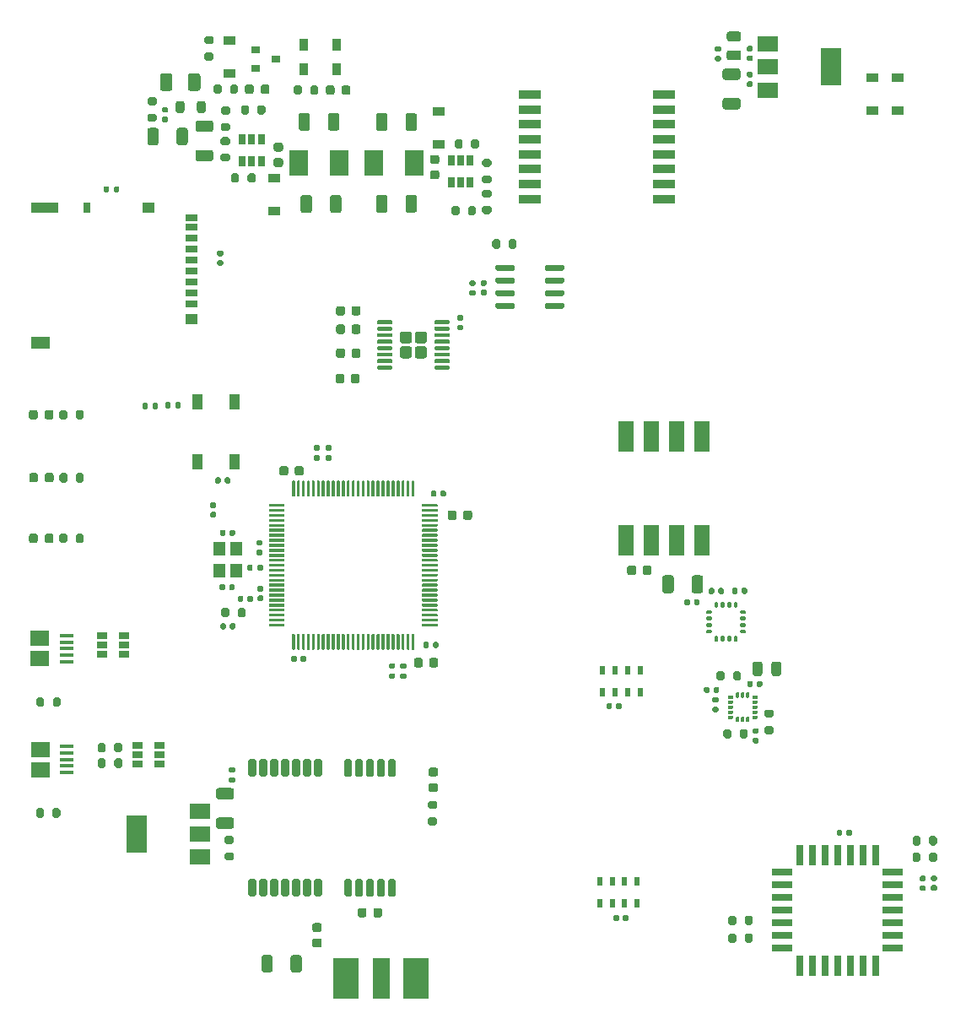
<source format=gbr>
G04 #@! TF.GenerationSoftware,KiCad,Pcbnew,(5.1.7)-1*
G04 #@! TF.CreationDate,2020-11-09T22:13:17+01:00*
G04 #@! TF.ProjectId,vario,76617269-6f2e-46b6-9963-61645f706362,v1.0*
G04 #@! TF.SameCoordinates,Original*
G04 #@! TF.FileFunction,Paste,Top*
G04 #@! TF.FilePolarity,Positive*
%FSLAX46Y46*%
G04 Gerber Fmt 4.6, Leading zero omitted, Abs format (unit mm)*
G04 Created by KiCad (PCBNEW (5.1.7)-1) date 2020-11-09 22:13:17*
%MOMM*%
%LPD*%
G01*
G04 APERTURE LIST*
%ADD10R,2.000000X3.800000*%
%ADD11R,2.000000X1.500000*%
%ADD12R,1.600000X3.100000*%
%ADD13R,1.200000X0.900000*%
%ADD14R,2.100000X0.760000*%
%ADD15R,0.760000X2.100000*%
%ADD16R,0.900000X1.200000*%
%ADD17R,2.665000X4.190000*%
%ADD18R,1.780000X4.190000*%
%ADD19R,1.900000X1.500000*%
%ADD20R,1.350000X0.400000*%
%ADD21R,1.200000X0.700000*%
%ADD22R,1.200000X1.000000*%
%ADD23R,0.800000X1.000000*%
%ADD24R,2.800000X1.000000*%
%ADD25R,1.900000X1.300000*%
%ADD26R,1.900000X2.500000*%
%ADD27R,0.900000X0.800000*%
%ADD28R,1.000000X1.500000*%
%ADD29R,0.650000X1.060000*%
%ADD30R,0.550000X0.950000*%
%ADD31R,2.200000X0.900000*%
%ADD32R,1.060000X0.650000*%
%ADD33R,1.200000X1.400000*%
G04 APERTURE END LIST*
D10*
X210710000Y-39390000D03*
D11*
X204410000Y-39390000D03*
X204410000Y-41690000D03*
X204410000Y-37090000D03*
D12*
X190160000Y-86835000D03*
X197780000Y-76435000D03*
X192700000Y-86835000D03*
X195240000Y-76435000D03*
X195240000Y-86835000D03*
X192700000Y-76435000D03*
X197780000Y-86835000D03*
X190160000Y-76435000D03*
G36*
G01*
X189863000Y-124905000D02*
X189863000Y-124565000D01*
G75*
G02*
X190003000Y-124425000I140000J0D01*
G01*
X190283000Y-124425000D01*
G75*
G02*
X190423000Y-124565000I0J-140000D01*
G01*
X190423000Y-124905000D01*
G75*
G02*
X190283000Y-125045000I-140000J0D01*
G01*
X190003000Y-125045000D01*
G75*
G02*
X189863000Y-124905000I0J140000D01*
G01*
G37*
G36*
G01*
X188903000Y-124905000D02*
X188903000Y-124565000D01*
G75*
G02*
X189043000Y-124425000I140000J0D01*
G01*
X189323000Y-124425000D01*
G75*
G02*
X189463000Y-124565000I0J-140000D01*
G01*
X189463000Y-124905000D01*
G75*
G02*
X189323000Y-125045000I-140000J0D01*
G01*
X189043000Y-125045000D01*
G75*
G02*
X188903000Y-124905000I0J140000D01*
G01*
G37*
D13*
X171400000Y-47150000D03*
X171400000Y-43850000D03*
D14*
X216940000Y-123950000D03*
X216940000Y-122680000D03*
X216940000Y-121410000D03*
X216940000Y-120140000D03*
D15*
X215200000Y-118400000D03*
X213930000Y-118400000D03*
X212660000Y-118400000D03*
X211390000Y-118400000D03*
X210120000Y-118400000D03*
X208850000Y-118400000D03*
X207580000Y-118400000D03*
D14*
X205840000Y-120140000D03*
X205840000Y-121410000D03*
X205840000Y-122680000D03*
X205840000Y-123950000D03*
X205840000Y-125220000D03*
X205840000Y-126490000D03*
X205840000Y-127760000D03*
D15*
X207580000Y-129500000D03*
X208850000Y-129500000D03*
X210120000Y-129500000D03*
X211390000Y-129500000D03*
X212660000Y-129500000D03*
X213930000Y-129500000D03*
X215200000Y-129500000D03*
D14*
X216940000Y-127760000D03*
X216940000Y-126490000D03*
X216940000Y-125220000D03*
G36*
G01*
X152873900Y-122589700D02*
X152473900Y-122589700D01*
G75*
G02*
X152273900Y-122389700I0J200000D01*
G01*
X152273900Y-120989700D01*
G75*
G02*
X152473900Y-120789700I200000J0D01*
G01*
X152873900Y-120789700D01*
G75*
G02*
X153073900Y-120989700I0J-200000D01*
G01*
X153073900Y-122389700D01*
G75*
G02*
X152873900Y-122589700I-200000J0D01*
G01*
G37*
G36*
G01*
X153973900Y-122589700D02*
X153573900Y-122589700D01*
G75*
G02*
X153373900Y-122389700I0J200000D01*
G01*
X153373900Y-120989700D01*
G75*
G02*
X153573900Y-120789700I200000J0D01*
G01*
X153973900Y-120789700D01*
G75*
G02*
X154173900Y-120989700I0J-200000D01*
G01*
X154173900Y-122389700D01*
G75*
G02*
X153973900Y-122589700I-200000J0D01*
G01*
G37*
G36*
G01*
X155073900Y-122589700D02*
X154673900Y-122589700D01*
G75*
G02*
X154473900Y-122389700I0J200000D01*
G01*
X154473900Y-120989700D01*
G75*
G02*
X154673900Y-120789700I200000J0D01*
G01*
X155073900Y-120789700D01*
G75*
G02*
X155273900Y-120989700I0J-200000D01*
G01*
X155273900Y-122389700D01*
G75*
G02*
X155073900Y-122589700I-200000J0D01*
G01*
G37*
G36*
G01*
X156173900Y-122589700D02*
X155773900Y-122589700D01*
G75*
G02*
X155573900Y-122389700I0J200000D01*
G01*
X155573900Y-120989700D01*
G75*
G02*
X155773900Y-120789700I200000J0D01*
G01*
X156173900Y-120789700D01*
G75*
G02*
X156373900Y-120989700I0J-200000D01*
G01*
X156373900Y-122389700D01*
G75*
G02*
X156173900Y-122589700I-200000J0D01*
G01*
G37*
G36*
G01*
X157273900Y-122589700D02*
X156873900Y-122589700D01*
G75*
G02*
X156673900Y-122389700I0J200000D01*
G01*
X156673900Y-120989700D01*
G75*
G02*
X156873900Y-120789700I200000J0D01*
G01*
X157273900Y-120789700D01*
G75*
G02*
X157473900Y-120989700I0J-200000D01*
G01*
X157473900Y-122389700D01*
G75*
G02*
X157273900Y-122589700I-200000J0D01*
G01*
G37*
G36*
G01*
X158373900Y-122589700D02*
X157973900Y-122589700D01*
G75*
G02*
X157773900Y-122389700I0J200000D01*
G01*
X157773900Y-120989700D01*
G75*
G02*
X157973900Y-120789700I200000J0D01*
G01*
X158373900Y-120789700D01*
G75*
G02*
X158573900Y-120989700I0J-200000D01*
G01*
X158573900Y-122389700D01*
G75*
G02*
X158373900Y-122589700I-200000J0D01*
G01*
G37*
G36*
G01*
X159473900Y-122589700D02*
X159073900Y-122589700D01*
G75*
G02*
X158873900Y-122389700I0J200000D01*
G01*
X158873900Y-120989700D01*
G75*
G02*
X159073900Y-120789700I200000J0D01*
G01*
X159473900Y-120789700D01*
G75*
G02*
X159673900Y-120989700I0J-200000D01*
G01*
X159673900Y-122389700D01*
G75*
G02*
X159473900Y-122589700I-200000J0D01*
G01*
G37*
G36*
G01*
X162473900Y-122589700D02*
X162073900Y-122589700D01*
G75*
G02*
X161873900Y-122389700I0J200000D01*
G01*
X161873900Y-120989700D01*
G75*
G02*
X162073900Y-120789700I200000J0D01*
G01*
X162473900Y-120789700D01*
G75*
G02*
X162673900Y-120989700I0J-200000D01*
G01*
X162673900Y-122389700D01*
G75*
G02*
X162473900Y-122589700I-200000J0D01*
G01*
G37*
G36*
G01*
X163573900Y-122589700D02*
X163173900Y-122589700D01*
G75*
G02*
X162973900Y-122389700I0J200000D01*
G01*
X162973900Y-120989700D01*
G75*
G02*
X163173900Y-120789700I200000J0D01*
G01*
X163573900Y-120789700D01*
G75*
G02*
X163773900Y-120989700I0J-200000D01*
G01*
X163773900Y-122389700D01*
G75*
G02*
X163573900Y-122589700I-200000J0D01*
G01*
G37*
G36*
G01*
X164673900Y-122589700D02*
X164273900Y-122589700D01*
G75*
G02*
X164073900Y-122389700I0J200000D01*
G01*
X164073900Y-120989700D01*
G75*
G02*
X164273900Y-120789700I200000J0D01*
G01*
X164673900Y-120789700D01*
G75*
G02*
X164873900Y-120989700I0J-200000D01*
G01*
X164873900Y-122389700D01*
G75*
G02*
X164673900Y-122589700I-200000J0D01*
G01*
G37*
G36*
G01*
X165773900Y-122589700D02*
X165373900Y-122589700D01*
G75*
G02*
X165173900Y-122389700I0J200000D01*
G01*
X165173900Y-120989700D01*
G75*
G02*
X165373900Y-120789700I200000J0D01*
G01*
X165773900Y-120789700D01*
G75*
G02*
X165973900Y-120989700I0J-200000D01*
G01*
X165973900Y-122389700D01*
G75*
G02*
X165773900Y-122589700I-200000J0D01*
G01*
G37*
G36*
G01*
X166873900Y-122589700D02*
X166473900Y-122589700D01*
G75*
G02*
X166273900Y-122389700I0J200000D01*
G01*
X166273900Y-120989700D01*
G75*
G02*
X166473900Y-120789700I200000J0D01*
G01*
X166873900Y-120789700D01*
G75*
G02*
X167073900Y-120989700I0J-200000D01*
G01*
X167073900Y-122389700D01*
G75*
G02*
X166873900Y-122589700I-200000J0D01*
G01*
G37*
G36*
G01*
X166873900Y-110589700D02*
X166473900Y-110589700D01*
G75*
G02*
X166273900Y-110389700I0J200000D01*
G01*
X166273900Y-108989700D01*
G75*
G02*
X166473900Y-108789700I200000J0D01*
G01*
X166873900Y-108789700D01*
G75*
G02*
X167073900Y-108989700I0J-200000D01*
G01*
X167073900Y-110389700D01*
G75*
G02*
X166873900Y-110589700I-200000J0D01*
G01*
G37*
G36*
G01*
X165773900Y-110589700D02*
X165373900Y-110589700D01*
G75*
G02*
X165173900Y-110389700I0J200000D01*
G01*
X165173900Y-108989700D01*
G75*
G02*
X165373900Y-108789700I200000J0D01*
G01*
X165773900Y-108789700D01*
G75*
G02*
X165973900Y-108989700I0J-200000D01*
G01*
X165973900Y-110389700D01*
G75*
G02*
X165773900Y-110589700I-200000J0D01*
G01*
G37*
G36*
G01*
X164673900Y-110589700D02*
X164273900Y-110589700D01*
G75*
G02*
X164073900Y-110389700I0J200000D01*
G01*
X164073900Y-108989700D01*
G75*
G02*
X164273900Y-108789700I200000J0D01*
G01*
X164673900Y-108789700D01*
G75*
G02*
X164873900Y-108989700I0J-200000D01*
G01*
X164873900Y-110389700D01*
G75*
G02*
X164673900Y-110589700I-200000J0D01*
G01*
G37*
G36*
G01*
X163573900Y-110589700D02*
X163173900Y-110589700D01*
G75*
G02*
X162973900Y-110389700I0J200000D01*
G01*
X162973900Y-108989700D01*
G75*
G02*
X163173900Y-108789700I200000J0D01*
G01*
X163573900Y-108789700D01*
G75*
G02*
X163773900Y-108989700I0J-200000D01*
G01*
X163773900Y-110389700D01*
G75*
G02*
X163573900Y-110589700I-200000J0D01*
G01*
G37*
G36*
G01*
X162473900Y-110589700D02*
X162073900Y-110589700D01*
G75*
G02*
X161873900Y-110389700I0J200000D01*
G01*
X161873900Y-108989700D01*
G75*
G02*
X162073900Y-108789700I200000J0D01*
G01*
X162473900Y-108789700D01*
G75*
G02*
X162673900Y-108989700I0J-200000D01*
G01*
X162673900Y-110389700D01*
G75*
G02*
X162473900Y-110589700I-200000J0D01*
G01*
G37*
G36*
G01*
X159473900Y-110589700D02*
X159073900Y-110589700D01*
G75*
G02*
X158873900Y-110389700I0J200000D01*
G01*
X158873900Y-108989700D01*
G75*
G02*
X159073900Y-108789700I200000J0D01*
G01*
X159473900Y-108789700D01*
G75*
G02*
X159673900Y-108989700I0J-200000D01*
G01*
X159673900Y-110389700D01*
G75*
G02*
X159473900Y-110589700I-200000J0D01*
G01*
G37*
G36*
G01*
X158373900Y-110589700D02*
X157973900Y-110589700D01*
G75*
G02*
X157773900Y-110389700I0J200000D01*
G01*
X157773900Y-108989700D01*
G75*
G02*
X157973900Y-108789700I200000J0D01*
G01*
X158373900Y-108789700D01*
G75*
G02*
X158573900Y-108989700I0J-200000D01*
G01*
X158573900Y-110389700D01*
G75*
G02*
X158373900Y-110589700I-200000J0D01*
G01*
G37*
G36*
G01*
X157273900Y-110589700D02*
X156873900Y-110589700D01*
G75*
G02*
X156673900Y-110389700I0J200000D01*
G01*
X156673900Y-108989700D01*
G75*
G02*
X156873900Y-108789700I200000J0D01*
G01*
X157273900Y-108789700D01*
G75*
G02*
X157473900Y-108989700I0J-200000D01*
G01*
X157473900Y-110389700D01*
G75*
G02*
X157273900Y-110589700I-200000J0D01*
G01*
G37*
G36*
G01*
X156173900Y-110589700D02*
X155773900Y-110589700D01*
G75*
G02*
X155573900Y-110389700I0J200000D01*
G01*
X155573900Y-108989700D01*
G75*
G02*
X155773900Y-108789700I200000J0D01*
G01*
X156173900Y-108789700D01*
G75*
G02*
X156373900Y-108989700I0J-200000D01*
G01*
X156373900Y-110389700D01*
G75*
G02*
X156173900Y-110589700I-200000J0D01*
G01*
G37*
G36*
G01*
X155073900Y-110589700D02*
X154673900Y-110589700D01*
G75*
G02*
X154473900Y-110389700I0J200000D01*
G01*
X154473900Y-108989700D01*
G75*
G02*
X154673900Y-108789700I200000J0D01*
G01*
X155073900Y-108789700D01*
G75*
G02*
X155273900Y-108989700I0J-200000D01*
G01*
X155273900Y-110389700D01*
G75*
G02*
X155073900Y-110589700I-200000J0D01*
G01*
G37*
G36*
G01*
X153973900Y-110589700D02*
X153573900Y-110589700D01*
G75*
G02*
X153373900Y-110389700I0J200000D01*
G01*
X153373900Y-108989700D01*
G75*
G02*
X153573900Y-108789700I200000J0D01*
G01*
X153973900Y-108789700D01*
G75*
G02*
X154173900Y-108989700I0J-200000D01*
G01*
X154173900Y-110389700D01*
G75*
G02*
X153973900Y-110589700I-200000J0D01*
G01*
G37*
G36*
G01*
X152873900Y-110589700D02*
X152473900Y-110589700D01*
G75*
G02*
X152273900Y-110389700I0J200000D01*
G01*
X152273900Y-108989700D01*
G75*
G02*
X152473900Y-108789700I200000J0D01*
G01*
X152873900Y-108789700D01*
G75*
G02*
X153073900Y-108989700I0J-200000D01*
G01*
X153073900Y-110389700D01*
G75*
G02*
X152873900Y-110589700I-200000J0D01*
G01*
G37*
G36*
G01*
X165181000Y-65077500D02*
X165181000Y-64877500D01*
G75*
G02*
X165281000Y-64777500I100000J0D01*
G01*
X166631000Y-64777500D01*
G75*
G02*
X166731000Y-64877500I0J-100000D01*
G01*
X166731000Y-65077500D01*
G75*
G02*
X166631000Y-65177500I-100000J0D01*
G01*
X165281000Y-65177500D01*
G75*
G02*
X165181000Y-65077500I0J100000D01*
G01*
G37*
G36*
G01*
X165181000Y-65727500D02*
X165181000Y-65527500D01*
G75*
G02*
X165281000Y-65427500I100000J0D01*
G01*
X166631000Y-65427500D01*
G75*
G02*
X166731000Y-65527500I0J-100000D01*
G01*
X166731000Y-65727500D01*
G75*
G02*
X166631000Y-65827500I-100000J0D01*
G01*
X165281000Y-65827500D01*
G75*
G02*
X165181000Y-65727500I0J100000D01*
G01*
G37*
G36*
G01*
X165181000Y-66377500D02*
X165181000Y-66177500D01*
G75*
G02*
X165281000Y-66077500I100000J0D01*
G01*
X166631000Y-66077500D01*
G75*
G02*
X166731000Y-66177500I0J-100000D01*
G01*
X166731000Y-66377500D01*
G75*
G02*
X166631000Y-66477500I-100000J0D01*
G01*
X165281000Y-66477500D01*
G75*
G02*
X165181000Y-66377500I0J100000D01*
G01*
G37*
G36*
G01*
X165181000Y-67027500D02*
X165181000Y-66827500D01*
G75*
G02*
X165281000Y-66727500I100000J0D01*
G01*
X166631000Y-66727500D01*
G75*
G02*
X166731000Y-66827500I0J-100000D01*
G01*
X166731000Y-67027500D01*
G75*
G02*
X166631000Y-67127500I-100000J0D01*
G01*
X165281000Y-67127500D01*
G75*
G02*
X165181000Y-67027500I0J100000D01*
G01*
G37*
G36*
G01*
X165181000Y-67677500D02*
X165181000Y-67477500D01*
G75*
G02*
X165281000Y-67377500I100000J0D01*
G01*
X166631000Y-67377500D01*
G75*
G02*
X166731000Y-67477500I0J-100000D01*
G01*
X166731000Y-67677500D01*
G75*
G02*
X166631000Y-67777500I-100000J0D01*
G01*
X165281000Y-67777500D01*
G75*
G02*
X165181000Y-67677500I0J100000D01*
G01*
G37*
G36*
G01*
X165181000Y-68327500D02*
X165181000Y-68127500D01*
G75*
G02*
X165281000Y-68027500I100000J0D01*
G01*
X166631000Y-68027500D01*
G75*
G02*
X166731000Y-68127500I0J-100000D01*
G01*
X166731000Y-68327500D01*
G75*
G02*
X166631000Y-68427500I-100000J0D01*
G01*
X165281000Y-68427500D01*
G75*
G02*
X165181000Y-68327500I0J100000D01*
G01*
G37*
G36*
G01*
X165181000Y-68977500D02*
X165181000Y-68777500D01*
G75*
G02*
X165281000Y-68677500I100000J0D01*
G01*
X166631000Y-68677500D01*
G75*
G02*
X166731000Y-68777500I0J-100000D01*
G01*
X166731000Y-68977500D01*
G75*
G02*
X166631000Y-69077500I-100000J0D01*
G01*
X165281000Y-69077500D01*
G75*
G02*
X165181000Y-68977500I0J100000D01*
G01*
G37*
G36*
G01*
X165181000Y-69627500D02*
X165181000Y-69427500D01*
G75*
G02*
X165281000Y-69327500I100000J0D01*
G01*
X166631000Y-69327500D01*
G75*
G02*
X166731000Y-69427500I0J-100000D01*
G01*
X166731000Y-69627500D01*
G75*
G02*
X166631000Y-69727500I-100000J0D01*
G01*
X165281000Y-69727500D01*
G75*
G02*
X165181000Y-69627500I0J100000D01*
G01*
G37*
G36*
G01*
X170931000Y-69627500D02*
X170931000Y-69427500D01*
G75*
G02*
X171031000Y-69327500I100000J0D01*
G01*
X172381000Y-69327500D01*
G75*
G02*
X172481000Y-69427500I0J-100000D01*
G01*
X172481000Y-69627500D01*
G75*
G02*
X172381000Y-69727500I-100000J0D01*
G01*
X171031000Y-69727500D01*
G75*
G02*
X170931000Y-69627500I0J100000D01*
G01*
G37*
G36*
G01*
X170931000Y-68977500D02*
X170931000Y-68777500D01*
G75*
G02*
X171031000Y-68677500I100000J0D01*
G01*
X172381000Y-68677500D01*
G75*
G02*
X172481000Y-68777500I0J-100000D01*
G01*
X172481000Y-68977500D01*
G75*
G02*
X172381000Y-69077500I-100000J0D01*
G01*
X171031000Y-69077500D01*
G75*
G02*
X170931000Y-68977500I0J100000D01*
G01*
G37*
G36*
G01*
X170931000Y-68327500D02*
X170931000Y-68127500D01*
G75*
G02*
X171031000Y-68027500I100000J0D01*
G01*
X172381000Y-68027500D01*
G75*
G02*
X172481000Y-68127500I0J-100000D01*
G01*
X172481000Y-68327500D01*
G75*
G02*
X172381000Y-68427500I-100000J0D01*
G01*
X171031000Y-68427500D01*
G75*
G02*
X170931000Y-68327500I0J100000D01*
G01*
G37*
G36*
G01*
X170931000Y-67677500D02*
X170931000Y-67477500D01*
G75*
G02*
X171031000Y-67377500I100000J0D01*
G01*
X172381000Y-67377500D01*
G75*
G02*
X172481000Y-67477500I0J-100000D01*
G01*
X172481000Y-67677500D01*
G75*
G02*
X172381000Y-67777500I-100000J0D01*
G01*
X171031000Y-67777500D01*
G75*
G02*
X170931000Y-67677500I0J100000D01*
G01*
G37*
G36*
G01*
X170931000Y-67027500D02*
X170931000Y-66827500D01*
G75*
G02*
X171031000Y-66727500I100000J0D01*
G01*
X172381000Y-66727500D01*
G75*
G02*
X172481000Y-66827500I0J-100000D01*
G01*
X172481000Y-67027500D01*
G75*
G02*
X172381000Y-67127500I-100000J0D01*
G01*
X171031000Y-67127500D01*
G75*
G02*
X170931000Y-67027500I0J100000D01*
G01*
G37*
G36*
G01*
X170931000Y-66377500D02*
X170931000Y-66177500D01*
G75*
G02*
X171031000Y-66077500I100000J0D01*
G01*
X172381000Y-66077500D01*
G75*
G02*
X172481000Y-66177500I0J-100000D01*
G01*
X172481000Y-66377500D01*
G75*
G02*
X172381000Y-66477500I-100000J0D01*
G01*
X171031000Y-66477500D01*
G75*
G02*
X170931000Y-66377500I0J100000D01*
G01*
G37*
G36*
G01*
X170931000Y-65727500D02*
X170931000Y-65527500D01*
G75*
G02*
X171031000Y-65427500I100000J0D01*
G01*
X172381000Y-65427500D01*
G75*
G02*
X172481000Y-65527500I0J-100000D01*
G01*
X172481000Y-65727500D01*
G75*
G02*
X172381000Y-65827500I-100000J0D01*
G01*
X171031000Y-65827500D01*
G75*
G02*
X170931000Y-65727500I0J100000D01*
G01*
G37*
G36*
G01*
X170931000Y-65077500D02*
X170931000Y-64877500D01*
G75*
G02*
X171031000Y-64777500I100000J0D01*
G01*
X172381000Y-64777500D01*
G75*
G02*
X172481000Y-64877500I0J-100000D01*
G01*
X172481000Y-65077500D01*
G75*
G02*
X172381000Y-65177500I-100000J0D01*
G01*
X171031000Y-65177500D01*
G75*
G02*
X170931000Y-65077500I0J100000D01*
G01*
G37*
G36*
G01*
X167476000Y-66857500D02*
X167476000Y-66147500D01*
G75*
G02*
X167726000Y-65897500I250000J0D01*
G01*
X168436000Y-65897500D01*
G75*
G02*
X168686000Y-66147500I0J-250000D01*
G01*
X168686000Y-66857500D01*
G75*
G02*
X168436000Y-67107500I-250000J0D01*
G01*
X167726000Y-67107500D01*
G75*
G02*
X167476000Y-66857500I0J250000D01*
G01*
G37*
G36*
G01*
X167476000Y-68357500D02*
X167476000Y-67647500D01*
G75*
G02*
X167726000Y-67397500I250000J0D01*
G01*
X168436000Y-67397500D01*
G75*
G02*
X168686000Y-67647500I0J-250000D01*
G01*
X168686000Y-68357500D01*
G75*
G02*
X168436000Y-68607500I-250000J0D01*
G01*
X167726000Y-68607500D01*
G75*
G02*
X167476000Y-68357500I0J250000D01*
G01*
G37*
G36*
G01*
X168976000Y-66857500D02*
X168976000Y-66147500D01*
G75*
G02*
X169226000Y-65897500I250000J0D01*
G01*
X169936000Y-65897500D01*
G75*
G02*
X170186000Y-66147500I0J-250000D01*
G01*
X170186000Y-66857500D01*
G75*
G02*
X169936000Y-67107500I-250000J0D01*
G01*
X169226000Y-67107500D01*
G75*
G02*
X168976000Y-66857500I0J250000D01*
G01*
G37*
G36*
G01*
X168976000Y-68357500D02*
X168976000Y-67647500D01*
G75*
G02*
X169226000Y-67397500I250000J0D01*
G01*
X169936000Y-67397500D01*
G75*
G02*
X170186000Y-67647500I0J-250000D01*
G01*
X170186000Y-68357500D01*
G75*
G02*
X169936000Y-68607500I-250000J0D01*
G01*
X169226000Y-68607500D01*
G75*
G02*
X168976000Y-68357500I0J250000D01*
G01*
G37*
G36*
G01*
X161968500Y-67838500D02*
X161968500Y-68338500D01*
G75*
G02*
X161743500Y-68563500I-225000J0D01*
G01*
X161293500Y-68563500D01*
G75*
G02*
X161068500Y-68338500I0J225000D01*
G01*
X161068500Y-67838500D01*
G75*
G02*
X161293500Y-67613500I225000J0D01*
G01*
X161743500Y-67613500D01*
G75*
G02*
X161968500Y-67838500I0J-225000D01*
G01*
G37*
G36*
G01*
X163518500Y-67838500D02*
X163518500Y-68338500D01*
G75*
G02*
X163293500Y-68563500I-225000J0D01*
G01*
X162843500Y-68563500D01*
G75*
G02*
X162618500Y-68338500I0J225000D01*
G01*
X162618500Y-67838500D01*
G75*
G02*
X162843500Y-67613500I225000J0D01*
G01*
X163293500Y-67613500D01*
G75*
G02*
X163518500Y-67838500I0J-225000D01*
G01*
G37*
G36*
G01*
X156925000Y-80130000D02*
X156925000Y-79630000D01*
G75*
G02*
X157150000Y-79405000I225000J0D01*
G01*
X157600000Y-79405000D01*
G75*
G02*
X157825000Y-79630000I0J-225000D01*
G01*
X157825000Y-80130000D01*
G75*
G02*
X157600000Y-80355000I-225000J0D01*
G01*
X157150000Y-80355000D01*
G75*
G02*
X156925000Y-80130000I0J225000D01*
G01*
G37*
G36*
G01*
X155375000Y-80130000D02*
X155375000Y-79630000D01*
G75*
G02*
X155600000Y-79405000I225000J0D01*
G01*
X156050000Y-79405000D01*
G75*
G02*
X156275000Y-79630000I0J-225000D01*
G01*
X156275000Y-80130000D01*
G75*
G02*
X156050000Y-80355000I-225000J0D01*
G01*
X155600000Y-80355000D01*
G75*
G02*
X155375000Y-80130000I0J225000D01*
G01*
G37*
G36*
G01*
X153560000Y-87380000D02*
X153220000Y-87380000D01*
G75*
G02*
X153080000Y-87240000I0J140000D01*
G01*
X153080000Y-86960000D01*
G75*
G02*
X153220000Y-86820000I140000J0D01*
G01*
X153560000Y-86820000D01*
G75*
G02*
X153700000Y-86960000I0J-140000D01*
G01*
X153700000Y-87240000D01*
G75*
G02*
X153560000Y-87380000I-140000J0D01*
G01*
G37*
G36*
G01*
X153560000Y-88340000D02*
X153220000Y-88340000D01*
G75*
G02*
X153080000Y-88200000I0J140000D01*
G01*
X153080000Y-87920000D01*
G75*
G02*
X153220000Y-87780000I140000J0D01*
G01*
X153560000Y-87780000D01*
G75*
G02*
X153700000Y-87920000I0J-140000D01*
G01*
X153700000Y-88200000D01*
G75*
G02*
X153560000Y-88340000I-140000J0D01*
G01*
G37*
G36*
G01*
X168876000Y-99378500D02*
X168876000Y-98878500D01*
G75*
G02*
X169101000Y-98653500I225000J0D01*
G01*
X169551000Y-98653500D01*
G75*
G02*
X169776000Y-98878500I0J-225000D01*
G01*
X169776000Y-99378500D01*
G75*
G02*
X169551000Y-99603500I-225000J0D01*
G01*
X169101000Y-99603500D01*
G75*
G02*
X168876000Y-99378500I0J225000D01*
G01*
G37*
G36*
G01*
X170426000Y-99378500D02*
X170426000Y-98878500D01*
G75*
G02*
X170651000Y-98653500I225000J0D01*
G01*
X171101000Y-98653500D01*
G75*
G02*
X171326000Y-98878500I0J-225000D01*
G01*
X171326000Y-99378500D01*
G75*
G02*
X171101000Y-99603500I-225000J0D01*
G01*
X170651000Y-99603500D01*
G75*
G02*
X170426000Y-99378500I0J225000D01*
G01*
G37*
G36*
G01*
X153310000Y-92390000D02*
X153650000Y-92390000D01*
G75*
G02*
X153790000Y-92530000I0J-140000D01*
G01*
X153790000Y-92810000D01*
G75*
G02*
X153650000Y-92950000I-140000J0D01*
G01*
X153310000Y-92950000D01*
G75*
G02*
X153170000Y-92810000I0J140000D01*
G01*
X153170000Y-92530000D01*
G75*
G02*
X153310000Y-92390000I140000J0D01*
G01*
G37*
G36*
G01*
X153310000Y-91430000D02*
X153650000Y-91430000D01*
G75*
G02*
X153790000Y-91570000I0J-140000D01*
G01*
X153790000Y-91850000D01*
G75*
G02*
X153650000Y-91990000I-140000J0D01*
G01*
X153310000Y-91990000D01*
G75*
G02*
X153170000Y-91850000I0J140000D01*
G01*
X153170000Y-91570000D01*
G75*
G02*
X153310000Y-91430000I140000J0D01*
G01*
G37*
G36*
G01*
X173817500Y-84583000D02*
X173817500Y-84083000D01*
G75*
G02*
X174042500Y-83858000I225000J0D01*
G01*
X174492500Y-83858000D01*
G75*
G02*
X174717500Y-84083000I0J-225000D01*
G01*
X174717500Y-84583000D01*
G75*
G02*
X174492500Y-84808000I-225000J0D01*
G01*
X174042500Y-84808000D01*
G75*
G02*
X173817500Y-84583000I0J225000D01*
G01*
G37*
G36*
G01*
X172267500Y-84583000D02*
X172267500Y-84083000D01*
G75*
G02*
X172492500Y-83858000I225000J0D01*
G01*
X172942500Y-83858000D01*
G75*
G02*
X173167500Y-84083000I0J-225000D01*
G01*
X173167500Y-84583000D01*
G75*
G02*
X172942500Y-84808000I-225000J0D01*
G01*
X172492500Y-84808000D01*
G75*
G02*
X172267500Y-84583000I0J225000D01*
G01*
G37*
G36*
G01*
X158075000Y-98577500D02*
X158075000Y-98917500D01*
G75*
G02*
X157935000Y-99057500I-140000J0D01*
G01*
X157655000Y-99057500D01*
G75*
G02*
X157515000Y-98917500I0J140000D01*
G01*
X157515000Y-98577500D01*
G75*
G02*
X157655000Y-98437500I140000J0D01*
G01*
X157935000Y-98437500D01*
G75*
G02*
X158075000Y-98577500I0J-140000D01*
G01*
G37*
G36*
G01*
X157115000Y-98577500D02*
X157115000Y-98917500D01*
G75*
G02*
X156975000Y-99057500I-140000J0D01*
G01*
X156695000Y-99057500D01*
G75*
G02*
X156555000Y-98917500I0J140000D01*
G01*
X156555000Y-98577500D01*
G75*
G02*
X156695000Y-98437500I140000J0D01*
G01*
X156975000Y-98437500D01*
G75*
G02*
X157115000Y-98577500I0J-140000D01*
G01*
G37*
G36*
G01*
X170794000Y-97520500D02*
X170794000Y-97180500D01*
G75*
G02*
X170934000Y-97040500I140000J0D01*
G01*
X171214000Y-97040500D01*
G75*
G02*
X171354000Y-97180500I0J-140000D01*
G01*
X171354000Y-97520500D01*
G75*
G02*
X171214000Y-97660500I-140000J0D01*
G01*
X170934000Y-97660500D01*
G75*
G02*
X170794000Y-97520500I0J140000D01*
G01*
G37*
G36*
G01*
X169834000Y-97520500D02*
X169834000Y-97180500D01*
G75*
G02*
X169974000Y-97040500I140000J0D01*
G01*
X170254000Y-97040500D01*
G75*
G02*
X170394000Y-97180500I0J-140000D01*
G01*
X170394000Y-97520500D01*
G75*
G02*
X170254000Y-97660500I-140000J0D01*
G01*
X169974000Y-97660500D01*
G75*
G02*
X169834000Y-97520500I0J140000D01*
G01*
G37*
G36*
G01*
X149502500Y-80670500D02*
X149502500Y-81010500D01*
G75*
G02*
X149362500Y-81150500I-140000J0D01*
G01*
X149082500Y-81150500D01*
G75*
G02*
X148942500Y-81010500I0J140000D01*
G01*
X148942500Y-80670500D01*
G75*
G02*
X149082500Y-80530500I140000J0D01*
G01*
X149362500Y-80530500D01*
G75*
G02*
X149502500Y-80670500I0J-140000D01*
G01*
G37*
G36*
G01*
X150462500Y-80670500D02*
X150462500Y-81010500D01*
G75*
G02*
X150322500Y-81150500I-140000J0D01*
G01*
X150042500Y-81150500D01*
G75*
G02*
X149902500Y-81010500I0J140000D01*
G01*
X149902500Y-80670500D01*
G75*
G02*
X150042500Y-80530500I140000J0D01*
G01*
X150322500Y-80530500D01*
G75*
G02*
X150462500Y-80670500I0J-140000D01*
G01*
G37*
G36*
G01*
X170596000Y-82344000D02*
X170596000Y-82004000D01*
G75*
G02*
X170736000Y-81864000I140000J0D01*
G01*
X171016000Y-81864000D01*
G75*
G02*
X171156000Y-82004000I0J-140000D01*
G01*
X171156000Y-82344000D01*
G75*
G02*
X171016000Y-82484000I-140000J0D01*
G01*
X170736000Y-82484000D01*
G75*
G02*
X170596000Y-82344000I0J140000D01*
G01*
G37*
G36*
G01*
X171556000Y-82344000D02*
X171556000Y-82004000D01*
G75*
G02*
X171696000Y-81864000I140000J0D01*
G01*
X171976000Y-81864000D01*
G75*
G02*
X172116000Y-82004000I0J-140000D01*
G01*
X172116000Y-82344000D01*
G75*
G02*
X171976000Y-82484000I-140000J0D01*
G01*
X171696000Y-82484000D01*
G75*
G02*
X171556000Y-82344000I0J140000D01*
G01*
G37*
G36*
G01*
X147199999Y-44740000D02*
X148500001Y-44740000D01*
G75*
G02*
X148750000Y-44989999I0J-249999D01*
G01*
X148750000Y-45640001D01*
G75*
G02*
X148500001Y-45890000I-249999J0D01*
G01*
X147199999Y-45890000D01*
G75*
G02*
X146950000Y-45640001I0J249999D01*
G01*
X146950000Y-44989999D01*
G75*
G02*
X147199999Y-44740000I249999J0D01*
G01*
G37*
G36*
G01*
X147199999Y-47690000D02*
X148500001Y-47690000D01*
G75*
G02*
X148750000Y-47939999I0J-249999D01*
G01*
X148750000Y-48590001D01*
G75*
G02*
X148500001Y-48840000I-249999J0D01*
G01*
X147199999Y-48840000D01*
G75*
G02*
X146950000Y-48590001I0J249999D01*
G01*
X146950000Y-47939999D01*
G75*
G02*
X147199999Y-47690000I249999J0D01*
G01*
G37*
G36*
G01*
X144080000Y-44920000D02*
X143740000Y-44920000D01*
G75*
G02*
X143600000Y-44780000I0J140000D01*
G01*
X143600000Y-44500000D01*
G75*
G02*
X143740000Y-44360000I140000J0D01*
G01*
X144080000Y-44360000D01*
G75*
G02*
X144220000Y-44500000I0J-140000D01*
G01*
X144220000Y-44780000D01*
G75*
G02*
X144080000Y-44920000I-140000J0D01*
G01*
G37*
G36*
G01*
X144080000Y-43960000D02*
X143740000Y-43960000D01*
G75*
G02*
X143600000Y-43820000I0J140000D01*
G01*
X143600000Y-43540000D01*
G75*
G02*
X143740000Y-43400000I140000J0D01*
G01*
X144080000Y-43400000D01*
G75*
G02*
X144220000Y-43540000I0J-140000D01*
G01*
X144220000Y-43820000D01*
G75*
G02*
X144080000Y-43960000I-140000J0D01*
G01*
G37*
G36*
G01*
X149410500Y-86271000D02*
X149410500Y-85931000D01*
G75*
G02*
X149550500Y-85791000I140000J0D01*
G01*
X149830500Y-85791000D01*
G75*
G02*
X149970500Y-85931000I0J-140000D01*
G01*
X149970500Y-86271000D01*
G75*
G02*
X149830500Y-86411000I-140000J0D01*
G01*
X149550500Y-86411000D01*
G75*
G02*
X149410500Y-86271000I0J140000D01*
G01*
G37*
G36*
G01*
X150370500Y-86271000D02*
X150370500Y-85931000D01*
G75*
G02*
X150510500Y-85791000I140000J0D01*
G01*
X150790500Y-85791000D01*
G75*
G02*
X150930500Y-85931000I0J-140000D01*
G01*
X150930500Y-86271000D01*
G75*
G02*
X150790500Y-86411000I-140000J0D01*
G01*
X150510500Y-86411000D01*
G75*
G02*
X150370500Y-86271000I0J140000D01*
G01*
G37*
G36*
G01*
X155530000Y-47865000D02*
X155030000Y-47865000D01*
G75*
G02*
X154805000Y-47640000I0J225000D01*
G01*
X154805000Y-47190000D01*
G75*
G02*
X155030000Y-46965000I225000J0D01*
G01*
X155530000Y-46965000D01*
G75*
G02*
X155755000Y-47190000I0J-225000D01*
G01*
X155755000Y-47640000D01*
G75*
G02*
X155530000Y-47865000I-225000J0D01*
G01*
G37*
G36*
G01*
X155530000Y-49415000D02*
X155030000Y-49415000D01*
G75*
G02*
X154805000Y-49190000I0J225000D01*
G01*
X154805000Y-48740000D01*
G75*
G02*
X155030000Y-48515000I225000J0D01*
G01*
X155530000Y-48515000D01*
G75*
G02*
X155755000Y-48740000I0J-225000D01*
G01*
X155755000Y-49190000D01*
G75*
G02*
X155530000Y-49415000I-225000J0D01*
G01*
G37*
G36*
G01*
X149942500Y-91392000D02*
X149942500Y-91732000D01*
G75*
G02*
X149802500Y-91872000I-140000J0D01*
G01*
X149522500Y-91872000D01*
G75*
G02*
X149382500Y-91732000I0J140000D01*
G01*
X149382500Y-91392000D01*
G75*
G02*
X149522500Y-91252000I140000J0D01*
G01*
X149802500Y-91252000D01*
G75*
G02*
X149942500Y-91392000I0J-140000D01*
G01*
G37*
G36*
G01*
X150902500Y-91392000D02*
X150902500Y-91732000D01*
G75*
G02*
X150762500Y-91872000I-140000J0D01*
G01*
X150482500Y-91872000D01*
G75*
G02*
X150342500Y-91732000I0J140000D01*
G01*
X150342500Y-91392000D01*
G75*
G02*
X150482500Y-91252000I140000J0D01*
G01*
X150762500Y-91252000D01*
G75*
G02*
X150902500Y-91392000I0J-140000D01*
G01*
G37*
G36*
G01*
X150970000Y-95310000D02*
X150970000Y-95650000D01*
G75*
G02*
X150830000Y-95790000I-140000J0D01*
G01*
X150550000Y-95790000D01*
G75*
G02*
X150410000Y-95650000I0J140000D01*
G01*
X150410000Y-95310000D01*
G75*
G02*
X150550000Y-95170000I140000J0D01*
G01*
X150830000Y-95170000D01*
G75*
G02*
X150970000Y-95310000I0J-140000D01*
G01*
G37*
G36*
G01*
X150010000Y-95310000D02*
X150010000Y-95650000D01*
G75*
G02*
X149870000Y-95790000I-140000J0D01*
G01*
X149590000Y-95790000D01*
G75*
G02*
X149450000Y-95650000I0J140000D01*
G01*
X149450000Y-95310000D01*
G75*
G02*
X149590000Y-95170000I140000J0D01*
G01*
X149870000Y-95170000D01*
G75*
G02*
X150010000Y-95310000I0J-140000D01*
G01*
G37*
G36*
G01*
X161610000Y-52469999D02*
X161610000Y-53770001D01*
G75*
G02*
X161360001Y-54020000I-249999J0D01*
G01*
X160709999Y-54020000D01*
G75*
G02*
X160460000Y-53770001I0J249999D01*
G01*
X160460000Y-52469999D01*
G75*
G02*
X160709999Y-52220000I249999J0D01*
G01*
X161360001Y-52220000D01*
G75*
G02*
X161610000Y-52469999I0J-249999D01*
G01*
G37*
G36*
G01*
X158660000Y-52469999D02*
X158660000Y-53770001D01*
G75*
G02*
X158410001Y-54020000I-249999J0D01*
G01*
X157759999Y-54020000D01*
G75*
G02*
X157510000Y-53770001I0J249999D01*
G01*
X157510000Y-52469999D01*
G75*
G02*
X157759999Y-52220000I249999J0D01*
G01*
X158410001Y-52220000D01*
G75*
G02*
X158660000Y-52469999I0J-249999D01*
G01*
G37*
G36*
G01*
X152170000Y-92880000D02*
X152170000Y-92540000D01*
G75*
G02*
X152310000Y-92400000I140000J0D01*
G01*
X152590000Y-92400000D01*
G75*
G02*
X152730000Y-92540000I0J-140000D01*
G01*
X152730000Y-92880000D01*
G75*
G02*
X152590000Y-93020000I-140000J0D01*
G01*
X152310000Y-93020000D01*
G75*
G02*
X152170000Y-92880000I0J140000D01*
G01*
G37*
G36*
G01*
X151210000Y-92880000D02*
X151210000Y-92540000D01*
G75*
G02*
X151350000Y-92400000I140000J0D01*
G01*
X151630000Y-92400000D01*
G75*
G02*
X151770000Y-92540000I0J-140000D01*
G01*
X151770000Y-92880000D01*
G75*
G02*
X151630000Y-93020000I-140000J0D01*
G01*
X151350000Y-93020000D01*
G75*
G02*
X151210000Y-92880000I0J140000D01*
G01*
G37*
G36*
G01*
X161410000Y-44229999D02*
X161410000Y-45530001D01*
G75*
G02*
X161160001Y-45780000I-249999J0D01*
G01*
X160509999Y-45780000D01*
G75*
G02*
X160260000Y-45530001I0J249999D01*
G01*
X160260000Y-44229999D01*
G75*
G02*
X160509999Y-43980000I249999J0D01*
G01*
X161160001Y-43980000D01*
G75*
G02*
X161410000Y-44229999I0J-249999D01*
G01*
G37*
G36*
G01*
X158460000Y-44229999D02*
X158460000Y-45530001D01*
G75*
G02*
X158210001Y-45780000I-249999J0D01*
G01*
X157559999Y-45780000D01*
G75*
G02*
X157310000Y-45530001I0J249999D01*
G01*
X157310000Y-44229999D01*
G75*
G02*
X157559999Y-43980000I249999J0D01*
G01*
X158210001Y-43980000D01*
G75*
G02*
X158460000Y-44229999I0J-249999D01*
G01*
G37*
G36*
G01*
X198000000Y-102030000D02*
X198000000Y-101690000D01*
G75*
G02*
X198140000Y-101550000I140000J0D01*
G01*
X198420000Y-101550000D01*
G75*
G02*
X198560000Y-101690000I0J-140000D01*
G01*
X198560000Y-102030000D01*
G75*
G02*
X198420000Y-102170000I-140000J0D01*
G01*
X198140000Y-102170000D01*
G75*
G02*
X198000000Y-102030000I0J140000D01*
G01*
G37*
G36*
G01*
X198960000Y-102030000D02*
X198960000Y-101690000D01*
G75*
G02*
X199100000Y-101550000I140000J0D01*
G01*
X199380000Y-101550000D01*
G75*
G02*
X199520000Y-101690000I0J-140000D01*
G01*
X199520000Y-102030000D01*
G75*
G02*
X199380000Y-102170000I-140000J0D01*
G01*
X199100000Y-102170000D01*
G75*
G02*
X198960000Y-102030000I0J140000D01*
G01*
G37*
G36*
G01*
X199320000Y-103140000D02*
X198980000Y-103140000D01*
G75*
G02*
X198840000Y-103000000I0J140000D01*
G01*
X198840000Y-102720000D01*
G75*
G02*
X198980000Y-102580000I140000J0D01*
G01*
X199320000Y-102580000D01*
G75*
G02*
X199460000Y-102720000I0J-140000D01*
G01*
X199460000Y-103000000D01*
G75*
G02*
X199320000Y-103140000I-140000J0D01*
G01*
G37*
G36*
G01*
X199320000Y-104100000D02*
X198980000Y-104100000D01*
G75*
G02*
X198840000Y-103960000I0J140000D01*
G01*
X198840000Y-103680000D01*
G75*
G02*
X198980000Y-103540000I140000J0D01*
G01*
X199320000Y-103540000D01*
G75*
G02*
X199460000Y-103680000I0J-140000D01*
G01*
X199460000Y-103960000D01*
G75*
G02*
X199320000Y-104100000I-140000J0D01*
G01*
G37*
G36*
G01*
X202330000Y-91750000D02*
X202330000Y-92090000D01*
G75*
G02*
X202190000Y-92230000I-140000J0D01*
G01*
X201910000Y-92230000D01*
G75*
G02*
X201770000Y-92090000I0J140000D01*
G01*
X201770000Y-91750000D01*
G75*
G02*
X201910000Y-91610000I140000J0D01*
G01*
X202190000Y-91610000D01*
G75*
G02*
X202330000Y-91750000I0J-140000D01*
G01*
G37*
G36*
G01*
X201370000Y-91750000D02*
X201370000Y-92090000D01*
G75*
G02*
X201230000Y-92230000I-140000J0D01*
G01*
X200950000Y-92230000D01*
G75*
G02*
X200810000Y-92090000I0J140000D01*
G01*
X200810000Y-91750000D01*
G75*
G02*
X200950000Y-91610000I140000J0D01*
G01*
X201230000Y-91610000D01*
G75*
G02*
X201370000Y-91750000I0J-140000D01*
G01*
G37*
G36*
G01*
X203360000Y-106250000D02*
X203020000Y-106250000D01*
G75*
G02*
X202880000Y-106110000I0J140000D01*
G01*
X202880000Y-105830000D01*
G75*
G02*
X203020000Y-105690000I140000J0D01*
G01*
X203360000Y-105690000D01*
G75*
G02*
X203500000Y-105830000I0J-140000D01*
G01*
X203500000Y-106110000D01*
G75*
G02*
X203360000Y-106250000I-140000J0D01*
G01*
G37*
G36*
G01*
X203360000Y-107210000D02*
X203020000Y-107210000D01*
G75*
G02*
X202880000Y-107070000I0J140000D01*
G01*
X202880000Y-106790000D01*
G75*
G02*
X203020000Y-106650000I140000J0D01*
G01*
X203360000Y-106650000D01*
G75*
G02*
X203500000Y-106790000I0J-140000D01*
G01*
X203500000Y-107070000D01*
G75*
G02*
X203360000Y-107210000I-140000J0D01*
G01*
G37*
G36*
G01*
X170710000Y-48200000D02*
X171210000Y-48200000D01*
G75*
G02*
X171435000Y-48425000I0J-225000D01*
G01*
X171435000Y-48875000D01*
G75*
G02*
X171210000Y-49100000I-225000J0D01*
G01*
X170710000Y-49100000D01*
G75*
G02*
X170485000Y-48875000I0J225000D01*
G01*
X170485000Y-48425000D01*
G75*
G02*
X170710000Y-48200000I225000J0D01*
G01*
G37*
G36*
G01*
X170710000Y-49750000D02*
X171210000Y-49750000D01*
G75*
G02*
X171435000Y-49975000I0J-225000D01*
G01*
X171435000Y-50425000D01*
G75*
G02*
X171210000Y-50650000I-225000J0D01*
G01*
X170710000Y-50650000D01*
G75*
G02*
X170485000Y-50425000I0J225000D01*
G01*
X170485000Y-49975000D01*
G75*
G02*
X170710000Y-49750000I225000J0D01*
G01*
G37*
G36*
G01*
X199430000Y-92110000D02*
X199430000Y-91770000D01*
G75*
G02*
X199570000Y-91630000I140000J0D01*
G01*
X199850000Y-91630000D01*
G75*
G02*
X199990000Y-91770000I0J-140000D01*
G01*
X199990000Y-92110000D01*
G75*
G02*
X199850000Y-92250000I-140000J0D01*
G01*
X199570000Y-92250000D01*
G75*
G02*
X199430000Y-92110000I0J140000D01*
G01*
G37*
G36*
G01*
X198470000Y-92110000D02*
X198470000Y-91770000D01*
G75*
G02*
X198610000Y-91630000I140000J0D01*
G01*
X198890000Y-91630000D01*
G75*
G02*
X199030000Y-91770000I0J-140000D01*
G01*
X199030000Y-92110000D01*
G75*
G02*
X198890000Y-92250000I-140000J0D01*
G01*
X198610000Y-92250000D01*
G75*
G02*
X198470000Y-92110000I0J140000D01*
G01*
G37*
G36*
G01*
X194955000Y-90609999D02*
X194955000Y-91910001D01*
G75*
G02*
X194705001Y-92160000I-249999J0D01*
G01*
X194054999Y-92160000D01*
G75*
G02*
X193805000Y-91910001I0J249999D01*
G01*
X193805000Y-90609999D01*
G75*
G02*
X194054999Y-90360000I249999J0D01*
G01*
X194705001Y-90360000D01*
G75*
G02*
X194955000Y-90609999I0J-249999D01*
G01*
G37*
G36*
G01*
X197905000Y-90609999D02*
X197905000Y-91910001D01*
G75*
G02*
X197655001Y-92160000I-249999J0D01*
G01*
X197004999Y-92160000D01*
G75*
G02*
X196755000Y-91910001I0J249999D01*
G01*
X196755000Y-90609999D01*
G75*
G02*
X197004999Y-90360000I249999J0D01*
G01*
X197655001Y-90360000D01*
G75*
G02*
X197905000Y-90609999I0J-249999D01*
G01*
G37*
G36*
G01*
X168032000Y-53750001D02*
X168032000Y-52449999D01*
G75*
G02*
X168281999Y-52200000I249999J0D01*
G01*
X168932001Y-52200000D01*
G75*
G02*
X169182000Y-52449999I0J-249999D01*
G01*
X169182000Y-53750001D01*
G75*
G02*
X168932001Y-54000000I-249999J0D01*
G01*
X168281999Y-54000000D01*
G75*
G02*
X168032000Y-53750001I0J249999D01*
G01*
G37*
G36*
G01*
X165082000Y-53750001D02*
X165082000Y-52449999D01*
G75*
G02*
X165331999Y-52200000I249999J0D01*
G01*
X165982001Y-52200000D01*
G75*
G02*
X166232000Y-52449999I0J-249999D01*
G01*
X166232000Y-53750001D01*
G75*
G02*
X165982001Y-54000000I-249999J0D01*
G01*
X165331999Y-54000000D01*
G75*
G02*
X165082000Y-53750001I0J249999D01*
G01*
G37*
G36*
G01*
X202340000Y-101430000D02*
X202340000Y-101090000D01*
G75*
G02*
X202480000Y-100950000I140000J0D01*
G01*
X202760000Y-100950000D01*
G75*
G02*
X202900000Y-101090000I0J-140000D01*
G01*
X202900000Y-101430000D01*
G75*
G02*
X202760000Y-101570000I-140000J0D01*
G01*
X202480000Y-101570000D01*
G75*
G02*
X202340000Y-101430000I0J140000D01*
G01*
G37*
G36*
G01*
X203300000Y-101430000D02*
X203300000Y-101090000D01*
G75*
G02*
X203440000Y-100950000I140000J0D01*
G01*
X203720000Y-100950000D01*
G75*
G02*
X203860000Y-101090000I0J-140000D01*
G01*
X203860000Y-101430000D01*
G75*
G02*
X203720000Y-101570000I-140000J0D01*
G01*
X203440000Y-101570000D01*
G75*
G02*
X203300000Y-101430000I0J140000D01*
G01*
G37*
G36*
G01*
X220110000Y-121060000D02*
X219770000Y-121060000D01*
G75*
G02*
X219630000Y-120920000I0J140000D01*
G01*
X219630000Y-120640000D01*
G75*
G02*
X219770000Y-120500000I140000J0D01*
G01*
X220110000Y-120500000D01*
G75*
G02*
X220250000Y-120640000I0J-140000D01*
G01*
X220250000Y-120920000D01*
G75*
G02*
X220110000Y-121060000I-140000J0D01*
G01*
G37*
G36*
G01*
X220110000Y-122020000D02*
X219770000Y-122020000D01*
G75*
G02*
X219630000Y-121880000I0J140000D01*
G01*
X219630000Y-121600000D01*
G75*
G02*
X219770000Y-121460000I140000J0D01*
G01*
X220110000Y-121460000D01*
G75*
G02*
X220250000Y-121600000I0J-140000D01*
G01*
X220250000Y-121880000D01*
G75*
G02*
X220110000Y-122020000I-140000J0D01*
G01*
G37*
G36*
G01*
X168030000Y-45550001D02*
X168030000Y-44249999D01*
G75*
G02*
X168279999Y-44000000I249999J0D01*
G01*
X168930001Y-44000000D01*
G75*
G02*
X169180000Y-44249999I0J-249999D01*
G01*
X169180000Y-45550001D01*
G75*
G02*
X168930001Y-45800000I-249999J0D01*
G01*
X168279999Y-45800000D01*
G75*
G02*
X168030000Y-45550001I0J249999D01*
G01*
G37*
G36*
G01*
X165080000Y-45550001D02*
X165080000Y-44249999D01*
G75*
G02*
X165329999Y-44000000I249999J0D01*
G01*
X165980001Y-44000000D01*
G75*
G02*
X166230000Y-44249999I0J-249999D01*
G01*
X166230000Y-45550001D01*
G75*
G02*
X165980001Y-45800000I-249999J0D01*
G01*
X165329999Y-45800000D01*
G75*
G02*
X165080000Y-45550001I0J249999D01*
G01*
G37*
G36*
G01*
X202860000Y-100215000D02*
X202860000Y-99265000D01*
G75*
G02*
X203110000Y-99015000I250000J0D01*
G01*
X203610000Y-99015000D01*
G75*
G02*
X203860000Y-99265000I0J-250000D01*
G01*
X203860000Y-100215000D01*
G75*
G02*
X203610000Y-100465000I-250000J0D01*
G01*
X203110000Y-100465000D01*
G75*
G02*
X202860000Y-100215000I0J250000D01*
G01*
G37*
G36*
G01*
X204760000Y-100215000D02*
X204760000Y-99265000D01*
G75*
G02*
X205010000Y-99015000I250000J0D01*
G01*
X205510000Y-99015000D01*
G75*
G02*
X205760000Y-99265000I0J-250000D01*
G01*
X205760000Y-100215000D01*
G75*
G02*
X205510000Y-100465000I-250000J0D01*
G01*
X205010000Y-100465000D01*
G75*
G02*
X204760000Y-100215000I0J250000D01*
G01*
G37*
G36*
G01*
X174930000Y-61350000D02*
X174590000Y-61350000D01*
G75*
G02*
X174450000Y-61210000I0J140000D01*
G01*
X174450000Y-60930000D01*
G75*
G02*
X174590000Y-60790000I140000J0D01*
G01*
X174930000Y-60790000D01*
G75*
G02*
X175070000Y-60930000I0J-140000D01*
G01*
X175070000Y-61210000D01*
G75*
G02*
X174930000Y-61350000I-140000J0D01*
G01*
G37*
G36*
G01*
X174930000Y-62310000D02*
X174590000Y-62310000D01*
G75*
G02*
X174450000Y-62170000I0J140000D01*
G01*
X174450000Y-61890000D01*
G75*
G02*
X174590000Y-61750000I140000J0D01*
G01*
X174930000Y-61750000D01*
G75*
G02*
X175070000Y-61890000I0J-140000D01*
G01*
X175070000Y-62170000D01*
G75*
G02*
X174930000Y-62310000I-140000J0D01*
G01*
G37*
G36*
G01*
X176060000Y-62280000D02*
X175720000Y-62280000D01*
G75*
G02*
X175580000Y-62140000I0J140000D01*
G01*
X175580000Y-61860000D01*
G75*
G02*
X175720000Y-61720000I140000J0D01*
G01*
X176060000Y-61720000D01*
G75*
G02*
X176200000Y-61860000I0J-140000D01*
G01*
X176200000Y-62140000D01*
G75*
G02*
X176060000Y-62280000I-140000J0D01*
G01*
G37*
G36*
G01*
X176060000Y-61320000D02*
X175720000Y-61320000D01*
G75*
G02*
X175580000Y-61180000I0J140000D01*
G01*
X175580000Y-60900000D01*
G75*
G02*
X175720000Y-60760000I140000J0D01*
G01*
X176060000Y-60760000D01*
G75*
G02*
X176200000Y-60900000I0J-140000D01*
G01*
X176200000Y-61180000D01*
G75*
G02*
X176060000Y-61320000I-140000J0D01*
G01*
G37*
G36*
G01*
X188202500Y-103639500D02*
X188202500Y-103299500D01*
G75*
G02*
X188342500Y-103159500I140000J0D01*
G01*
X188622500Y-103159500D01*
G75*
G02*
X188762500Y-103299500I0J-140000D01*
G01*
X188762500Y-103639500D01*
G75*
G02*
X188622500Y-103779500I-140000J0D01*
G01*
X188342500Y-103779500D01*
G75*
G02*
X188202500Y-103639500I0J140000D01*
G01*
G37*
G36*
G01*
X189162500Y-103639500D02*
X189162500Y-103299500D01*
G75*
G02*
X189302500Y-103159500I140000J0D01*
G01*
X189582500Y-103159500D01*
G75*
G02*
X189722500Y-103299500I0J-140000D01*
G01*
X189722500Y-103639500D01*
G75*
G02*
X189582500Y-103779500I-140000J0D01*
G01*
X189302500Y-103779500D01*
G75*
G02*
X189162500Y-103639500I0J140000D01*
G01*
G37*
G36*
G01*
X158904400Y-125235200D02*
X159404400Y-125235200D01*
G75*
G02*
X159629400Y-125460200I0J-225000D01*
G01*
X159629400Y-125910200D01*
G75*
G02*
X159404400Y-126135200I-225000J0D01*
G01*
X158904400Y-126135200D01*
G75*
G02*
X158679400Y-125910200I0J225000D01*
G01*
X158679400Y-125460200D01*
G75*
G02*
X158904400Y-125235200I225000J0D01*
G01*
G37*
G36*
G01*
X158904400Y-126785200D02*
X159404400Y-126785200D01*
G75*
G02*
X159629400Y-127010200I0J-225000D01*
G01*
X159629400Y-127460200D01*
G75*
G02*
X159404400Y-127685200I-225000J0D01*
G01*
X158904400Y-127685200D01*
G75*
G02*
X158679400Y-127460200I0J225000D01*
G01*
X158679400Y-127010200D01*
G75*
G02*
X158904400Y-126785200I225000J0D01*
G01*
G37*
G36*
G01*
X163531500Y-65425500D02*
X163531500Y-65925500D01*
G75*
G02*
X163306500Y-66150500I-225000J0D01*
G01*
X162856500Y-66150500D01*
G75*
G02*
X162631500Y-65925500I0J225000D01*
G01*
X162631500Y-65425500D01*
G75*
G02*
X162856500Y-65200500I225000J0D01*
G01*
X163306500Y-65200500D01*
G75*
G02*
X163531500Y-65425500I0J-225000D01*
G01*
G37*
G36*
G01*
X161981500Y-65425500D02*
X161981500Y-65925500D01*
G75*
G02*
X161756500Y-66150500I-225000J0D01*
G01*
X161306500Y-66150500D01*
G75*
G02*
X161081500Y-65925500I0J225000D01*
G01*
X161081500Y-65425500D01*
G75*
G02*
X161306500Y-65200500I225000J0D01*
G01*
X161756500Y-65200500D01*
G75*
G02*
X161981500Y-65425500I0J-225000D01*
G01*
G37*
G36*
G01*
X149610000Y-59320000D02*
X149270000Y-59320000D01*
G75*
G02*
X149130000Y-59180000I0J140000D01*
G01*
X149130000Y-58900000D01*
G75*
G02*
X149270000Y-58760000I140000J0D01*
G01*
X149610000Y-58760000D01*
G75*
G02*
X149750000Y-58900000I0J-140000D01*
G01*
X149750000Y-59180000D01*
G75*
G02*
X149610000Y-59320000I-140000J0D01*
G01*
G37*
G36*
G01*
X149610000Y-58360000D02*
X149270000Y-58360000D01*
G75*
G02*
X149130000Y-58220000I0J140000D01*
G01*
X149130000Y-57940000D01*
G75*
G02*
X149270000Y-57800000I140000J0D01*
G01*
X149610000Y-57800000D01*
G75*
G02*
X149750000Y-57940000I0J-140000D01*
G01*
X149750000Y-58220000D01*
G75*
G02*
X149610000Y-58360000I-140000J0D01*
G01*
G37*
G36*
G01*
X173363000Y-64280500D02*
X173703000Y-64280500D01*
G75*
G02*
X173843000Y-64420500I0J-140000D01*
G01*
X173843000Y-64700500D01*
G75*
G02*
X173703000Y-64840500I-140000J0D01*
G01*
X173363000Y-64840500D01*
G75*
G02*
X173223000Y-64700500I0J140000D01*
G01*
X173223000Y-64420500D01*
G75*
G02*
X173363000Y-64280500I140000J0D01*
G01*
G37*
G36*
G01*
X173363000Y-65240500D02*
X173703000Y-65240500D01*
G75*
G02*
X173843000Y-65380500I0J-140000D01*
G01*
X173843000Y-65660500D01*
G75*
G02*
X173703000Y-65800500I-140000J0D01*
G01*
X173363000Y-65800500D01*
G75*
G02*
X173223000Y-65660500I0J140000D01*
G01*
X173223000Y-65380500D01*
G75*
G02*
X173363000Y-65240500I140000J0D01*
G01*
G37*
G36*
G01*
X163518500Y-63584000D02*
X163518500Y-64084000D01*
G75*
G02*
X163293500Y-64309000I-225000J0D01*
G01*
X162843500Y-64309000D01*
G75*
G02*
X162618500Y-64084000I0J225000D01*
G01*
X162618500Y-63584000D01*
G75*
G02*
X162843500Y-63359000I225000J0D01*
G01*
X163293500Y-63359000D01*
G75*
G02*
X163518500Y-63584000I0J-225000D01*
G01*
G37*
G36*
G01*
X161968500Y-63584000D02*
X161968500Y-64084000D01*
G75*
G02*
X161743500Y-64309000I-225000J0D01*
G01*
X161293500Y-64309000D01*
G75*
G02*
X161068500Y-64084000I0J225000D01*
G01*
X161068500Y-63584000D01*
G75*
G02*
X161293500Y-63359000I225000J0D01*
G01*
X161743500Y-63359000D01*
G75*
G02*
X161968500Y-63584000I0J-225000D01*
G01*
G37*
G36*
G01*
X161905000Y-70378500D02*
X161905000Y-70878500D01*
G75*
G02*
X161680000Y-71103500I-225000J0D01*
G01*
X161230000Y-71103500D01*
G75*
G02*
X161005000Y-70878500I0J225000D01*
G01*
X161005000Y-70378500D01*
G75*
G02*
X161230000Y-70153500I225000J0D01*
G01*
X161680000Y-70153500D01*
G75*
G02*
X161905000Y-70378500I0J-225000D01*
G01*
G37*
G36*
G01*
X163455000Y-70378500D02*
X163455000Y-70878500D01*
G75*
G02*
X163230000Y-71103500I-225000J0D01*
G01*
X162780000Y-71103500D01*
G75*
G02*
X162555000Y-70878500I0J225000D01*
G01*
X162555000Y-70378500D01*
G75*
G02*
X162780000Y-70153500I225000J0D01*
G01*
X163230000Y-70153500D01*
G75*
G02*
X163455000Y-70378500I0J-225000D01*
G01*
G37*
D13*
X150340000Y-36740000D03*
X150340000Y-40040000D03*
D16*
X157810000Y-37140000D03*
X161110000Y-37140000D03*
X157800000Y-39600000D03*
X161100000Y-39600000D03*
D13*
X154860000Y-53790000D03*
X154860000Y-50490000D03*
G36*
G01*
X153510000Y-41866250D02*
X153510000Y-41353750D01*
G75*
G02*
X153728750Y-41135000I218750J0D01*
G01*
X154166250Y-41135000D01*
G75*
G02*
X154385000Y-41353750I0J-218750D01*
G01*
X154385000Y-41866250D01*
G75*
G02*
X154166250Y-42085000I-218750J0D01*
G01*
X153728750Y-42085000D01*
G75*
G02*
X153510000Y-41866250I0J218750D01*
G01*
G37*
G36*
G01*
X151935000Y-41866250D02*
X151935000Y-41353750D01*
G75*
G02*
X152153750Y-41135000I218750J0D01*
G01*
X152591250Y-41135000D01*
G75*
G02*
X152810000Y-41353750I0J-218750D01*
G01*
X152810000Y-41866250D01*
G75*
G02*
X152591250Y-42085000I-218750J0D01*
G01*
X152153750Y-42085000D01*
G75*
G02*
X151935000Y-41866250I0J218750D01*
G01*
G37*
G36*
G01*
X161625500Y-41960250D02*
X161625500Y-41447750D01*
G75*
G02*
X161844250Y-41229000I218750J0D01*
G01*
X162281750Y-41229000D01*
G75*
G02*
X162500500Y-41447750I0J-218750D01*
G01*
X162500500Y-41960250D01*
G75*
G02*
X162281750Y-42179000I-218750J0D01*
G01*
X161844250Y-42179000D01*
G75*
G02*
X161625500Y-41960250I0J218750D01*
G01*
G37*
G36*
G01*
X160050500Y-41960250D02*
X160050500Y-41447750D01*
G75*
G02*
X160269250Y-41229000I218750J0D01*
G01*
X160706750Y-41229000D01*
G75*
G02*
X160925500Y-41447750I0J-218750D01*
G01*
X160925500Y-41960250D01*
G75*
G02*
X160706750Y-42179000I-218750J0D01*
G01*
X160269250Y-42179000D01*
G75*
G02*
X160050500Y-41960250I0J218750D01*
G01*
G37*
G36*
G01*
X131830000Y-74506250D02*
X131830000Y-73993750D01*
G75*
G02*
X132048750Y-73775000I218750J0D01*
G01*
X132486250Y-73775000D01*
G75*
G02*
X132705000Y-73993750I0J-218750D01*
G01*
X132705000Y-74506250D01*
G75*
G02*
X132486250Y-74725000I-218750J0D01*
G01*
X132048750Y-74725000D01*
G75*
G02*
X131830000Y-74506250I0J218750D01*
G01*
G37*
G36*
G01*
X130255000Y-74506250D02*
X130255000Y-73993750D01*
G75*
G02*
X130473750Y-73775000I218750J0D01*
G01*
X130911250Y-73775000D01*
G75*
G02*
X131130000Y-73993750I0J-218750D01*
G01*
X131130000Y-74506250D01*
G75*
G02*
X130911250Y-74725000I-218750J0D01*
G01*
X130473750Y-74725000D01*
G75*
G02*
X130255000Y-74506250I0J218750D01*
G01*
G37*
G36*
G01*
X130275000Y-80826250D02*
X130275000Y-80313750D01*
G75*
G02*
X130493750Y-80095000I218750J0D01*
G01*
X130931250Y-80095000D01*
G75*
G02*
X131150000Y-80313750I0J-218750D01*
G01*
X131150000Y-80826250D01*
G75*
G02*
X130931250Y-81045000I-218750J0D01*
G01*
X130493750Y-81045000D01*
G75*
G02*
X130275000Y-80826250I0J218750D01*
G01*
G37*
G36*
G01*
X131850000Y-80826250D02*
X131850000Y-80313750D01*
G75*
G02*
X132068750Y-80095000I218750J0D01*
G01*
X132506250Y-80095000D01*
G75*
G02*
X132725000Y-80313750I0J-218750D01*
G01*
X132725000Y-80826250D01*
G75*
G02*
X132506250Y-81045000I-218750J0D01*
G01*
X132068750Y-81045000D01*
G75*
G02*
X131850000Y-80826250I0J218750D01*
G01*
G37*
G36*
G01*
X171081950Y-112102500D02*
X170569450Y-112102500D01*
G75*
G02*
X170350700Y-111883750I0J218750D01*
G01*
X170350700Y-111446250D01*
G75*
G02*
X170569450Y-111227500I218750J0D01*
G01*
X171081950Y-111227500D01*
G75*
G02*
X171300700Y-111446250I0J-218750D01*
G01*
X171300700Y-111883750D01*
G75*
G02*
X171081950Y-112102500I-218750J0D01*
G01*
G37*
G36*
G01*
X171081950Y-110527500D02*
X170569450Y-110527500D01*
G75*
G02*
X170350700Y-110308750I0J218750D01*
G01*
X170350700Y-109871250D01*
G75*
G02*
X170569450Y-109652500I218750J0D01*
G01*
X171081950Y-109652500D01*
G75*
G02*
X171300700Y-109871250I0J-218750D01*
G01*
X171300700Y-110308750D01*
G75*
G02*
X171081950Y-110527500I-218750J0D01*
G01*
G37*
G36*
G01*
X130262500Y-86906250D02*
X130262500Y-86393750D01*
G75*
G02*
X130481250Y-86175000I218750J0D01*
G01*
X130918750Y-86175000D01*
G75*
G02*
X131137500Y-86393750I0J-218750D01*
G01*
X131137500Y-86906250D01*
G75*
G02*
X130918750Y-87125000I-218750J0D01*
G01*
X130481250Y-87125000D01*
G75*
G02*
X130262500Y-86906250I0J218750D01*
G01*
G37*
G36*
G01*
X131837500Y-86906250D02*
X131837500Y-86393750D01*
G75*
G02*
X132056250Y-86175000I218750J0D01*
G01*
X132493750Y-86175000D01*
G75*
G02*
X132712500Y-86393750I0J-218750D01*
G01*
X132712500Y-86906250D01*
G75*
G02*
X132493750Y-87125000I-218750J0D01*
G01*
X132056250Y-87125000D01*
G75*
G02*
X131837500Y-86906250I0J218750D01*
G01*
G37*
G36*
G01*
X147455000Y-40275000D02*
X147455000Y-41525000D01*
G75*
G02*
X147205000Y-41775000I-250000J0D01*
G01*
X146455000Y-41775000D01*
G75*
G02*
X146205000Y-41525000I0J250000D01*
G01*
X146205000Y-40275000D01*
G75*
G02*
X146455000Y-40025000I250000J0D01*
G01*
X147205000Y-40025000D01*
G75*
G02*
X147455000Y-40275000I0J-250000D01*
G01*
G37*
G36*
G01*
X144655000Y-40275000D02*
X144655000Y-41525000D01*
G75*
G02*
X144405000Y-41775000I-250000J0D01*
G01*
X143655000Y-41775000D01*
G75*
G02*
X143405000Y-41525000I0J250000D01*
G01*
X143405000Y-40275000D01*
G75*
G02*
X143655000Y-40025000I250000J0D01*
G01*
X144405000Y-40025000D01*
G75*
G02*
X144655000Y-40275000I0J-250000D01*
G01*
G37*
G36*
G01*
X147980000Y-42998750D02*
X147980000Y-43761250D01*
G75*
G02*
X147761250Y-43980000I-218750J0D01*
G01*
X147323750Y-43980000D01*
G75*
G02*
X147105000Y-43761250I0J218750D01*
G01*
X147105000Y-42998750D01*
G75*
G02*
X147323750Y-42780000I218750J0D01*
G01*
X147761250Y-42780000D01*
G75*
G02*
X147980000Y-42998750I0J-218750D01*
G01*
G37*
G36*
G01*
X145855000Y-42998750D02*
X145855000Y-43761250D01*
G75*
G02*
X145636250Y-43980000I-218750J0D01*
G01*
X145198750Y-43980000D01*
G75*
G02*
X144980000Y-43761250I0J218750D01*
G01*
X144980000Y-42998750D01*
G75*
G02*
X145198750Y-42780000I218750J0D01*
G01*
X145636250Y-42780000D01*
G75*
G02*
X145855000Y-42998750I0J-218750D01*
G01*
G37*
D17*
X162087500Y-130820000D03*
D18*
X165580000Y-130820000D03*
D17*
X169072500Y-130820000D03*
D19*
X131372500Y-107840000D03*
D20*
X134072500Y-108840000D03*
X134072500Y-109490000D03*
X134072500Y-110140000D03*
X134072500Y-107540000D03*
X134072500Y-108190000D03*
D19*
X131372500Y-109840000D03*
X131362500Y-98710000D03*
D20*
X134062500Y-97060000D03*
X134062500Y-96410000D03*
X134062500Y-99010000D03*
X134062500Y-98360000D03*
X134062500Y-97710000D03*
D19*
X131362500Y-96710000D03*
D21*
X146525000Y-54475000D03*
X146525000Y-55425000D03*
X146525000Y-63125000D03*
X146525000Y-62025000D03*
X146525000Y-60925000D03*
X146525000Y-59825000D03*
X146525000Y-58725000D03*
X146525000Y-57625000D03*
X146525000Y-56525000D03*
D22*
X146525000Y-64675000D03*
X142225000Y-53525000D03*
D23*
X136025000Y-53525000D03*
D24*
X131875000Y-53525000D03*
D25*
X131425000Y-67025000D03*
D26*
X161407000Y-48994500D03*
X157307000Y-48994500D03*
X168950000Y-49010000D03*
X164850000Y-49010000D03*
G36*
G01*
X165695000Y-123943750D02*
X165695000Y-124456250D01*
G75*
G02*
X165476250Y-124675000I-218750J0D01*
G01*
X165038750Y-124675000D01*
G75*
G02*
X164820000Y-124456250I0J218750D01*
G01*
X164820000Y-123943750D01*
G75*
G02*
X165038750Y-123725000I218750J0D01*
G01*
X165476250Y-123725000D01*
G75*
G02*
X165695000Y-123943750I0J-218750D01*
G01*
G37*
G36*
G01*
X164120000Y-123943750D02*
X164120000Y-124456250D01*
G75*
G02*
X163901250Y-124675000I-218750J0D01*
G01*
X163463750Y-124675000D01*
G75*
G02*
X163245000Y-124456250I0J218750D01*
G01*
X163245000Y-123943750D01*
G75*
G02*
X163463750Y-123725000I218750J0D01*
G01*
X163901250Y-123725000D01*
G75*
G02*
X164120000Y-123943750I0J-218750D01*
G01*
G37*
D27*
X152990000Y-37660000D03*
X152990000Y-39560000D03*
X154990000Y-38610000D03*
G36*
G01*
X148045000Y-36290000D02*
X148595000Y-36290000D01*
G75*
G02*
X148795000Y-36490000I0J-200000D01*
G01*
X148795000Y-36890000D01*
G75*
G02*
X148595000Y-37090000I-200000J0D01*
G01*
X148045000Y-37090000D01*
G75*
G02*
X147845000Y-36890000I0J200000D01*
G01*
X147845000Y-36490000D01*
G75*
G02*
X148045000Y-36290000I200000J0D01*
G01*
G37*
G36*
G01*
X148045000Y-37940000D02*
X148595000Y-37940000D01*
G75*
G02*
X148795000Y-38140000I0J-200000D01*
G01*
X148795000Y-38540000D01*
G75*
G02*
X148595000Y-38740000I-200000J0D01*
G01*
X148045000Y-38740000D01*
G75*
G02*
X147845000Y-38540000I0J200000D01*
G01*
X147845000Y-38140000D01*
G75*
G02*
X148045000Y-37940000I200000J0D01*
G01*
G37*
G36*
G01*
X143920000Y-73495000D02*
X143920000Y-73125000D01*
G75*
G02*
X144055000Y-72990000I135000J0D01*
G01*
X144325000Y-72990000D01*
G75*
G02*
X144460000Y-73125000I0J-135000D01*
G01*
X144460000Y-73495000D01*
G75*
G02*
X144325000Y-73630000I-135000J0D01*
G01*
X144055000Y-73630000D01*
G75*
G02*
X143920000Y-73495000I0J135000D01*
G01*
G37*
G36*
G01*
X144940000Y-73495000D02*
X144940000Y-73125000D01*
G75*
G02*
X145075000Y-72990000I135000J0D01*
G01*
X145345000Y-72990000D01*
G75*
G02*
X145480000Y-73125000I0J-135000D01*
G01*
X145480000Y-73495000D01*
G75*
G02*
X145345000Y-73630000I-135000J0D01*
G01*
X145075000Y-73630000D01*
G75*
G02*
X144940000Y-73495000I0J135000D01*
G01*
G37*
G36*
G01*
X142650000Y-73585000D02*
X142650000Y-73215000D01*
G75*
G02*
X142785000Y-73080000I135000J0D01*
G01*
X143055000Y-73080000D01*
G75*
G02*
X143190000Y-73215000I0J-135000D01*
G01*
X143190000Y-73585000D01*
G75*
G02*
X143055000Y-73720000I-135000J0D01*
G01*
X142785000Y-73720000D01*
G75*
G02*
X142650000Y-73585000I0J135000D01*
G01*
G37*
G36*
G01*
X141630000Y-73585000D02*
X141630000Y-73215000D01*
G75*
G02*
X141765000Y-73080000I135000J0D01*
G01*
X142035000Y-73080000D01*
G75*
G02*
X142170000Y-73215000I0J-135000D01*
G01*
X142170000Y-73585000D01*
G75*
G02*
X142035000Y-73720000I-135000J0D01*
G01*
X141765000Y-73720000D01*
G75*
G02*
X141630000Y-73585000I0J135000D01*
G01*
G37*
G36*
G01*
X145060000Y-46985003D02*
X145060000Y-45734997D01*
G75*
G02*
X145309997Y-45485000I249997J0D01*
G01*
X145935003Y-45485000D01*
G75*
G02*
X146185000Y-45734997I0J-249997D01*
G01*
X146185000Y-46985003D01*
G75*
G02*
X145935003Y-47235000I-249997J0D01*
G01*
X145309997Y-47235000D01*
G75*
G02*
X145060000Y-46985003I0J249997D01*
G01*
G37*
G36*
G01*
X142135000Y-46985003D02*
X142135000Y-45734997D01*
G75*
G02*
X142384997Y-45485000I249997J0D01*
G01*
X143010003Y-45485000D01*
G75*
G02*
X143260000Y-45734997I0J-249997D01*
G01*
X143260000Y-46985003D01*
G75*
G02*
X143010003Y-47235000I-249997J0D01*
G01*
X142384997Y-47235000D01*
G75*
G02*
X142135000Y-46985003I0J249997D01*
G01*
G37*
G36*
G01*
X142335000Y-44055000D02*
X142885000Y-44055000D01*
G75*
G02*
X143085000Y-44255000I0J-200000D01*
G01*
X143085000Y-44655000D01*
G75*
G02*
X142885000Y-44855000I-200000J0D01*
G01*
X142335000Y-44855000D01*
G75*
G02*
X142135000Y-44655000I0J200000D01*
G01*
X142135000Y-44255000D01*
G75*
G02*
X142335000Y-44055000I200000J0D01*
G01*
G37*
G36*
G01*
X142335000Y-42405000D02*
X142885000Y-42405000D01*
G75*
G02*
X143085000Y-42605000I0J-200000D01*
G01*
X143085000Y-43005000D01*
G75*
G02*
X142885000Y-43205000I-200000J0D01*
G01*
X142335000Y-43205000D01*
G75*
G02*
X142135000Y-43005000I0J200000D01*
G01*
X142135000Y-42605000D01*
G75*
G02*
X142335000Y-42405000I200000J0D01*
G01*
G37*
G36*
G01*
X152995000Y-50235000D02*
X152995000Y-50785000D01*
G75*
G02*
X152795000Y-50985000I-200000J0D01*
G01*
X152395000Y-50985000D01*
G75*
G02*
X152195000Y-50785000I0J200000D01*
G01*
X152195000Y-50235000D01*
G75*
G02*
X152395000Y-50035000I200000J0D01*
G01*
X152795000Y-50035000D01*
G75*
G02*
X152995000Y-50235000I0J-200000D01*
G01*
G37*
G36*
G01*
X151345000Y-50235000D02*
X151345000Y-50785000D01*
G75*
G02*
X151145000Y-50985000I-200000J0D01*
G01*
X150745000Y-50985000D01*
G75*
G02*
X150545000Y-50785000I0J200000D01*
G01*
X150545000Y-50235000D01*
G75*
G02*
X150745000Y-50035000I200000J0D01*
G01*
X151145000Y-50035000D01*
G75*
G02*
X151345000Y-50235000I0J-200000D01*
G01*
G37*
G36*
G01*
X150235000Y-47215000D02*
X149685000Y-47215000D01*
G75*
G02*
X149485000Y-47015000I0J200000D01*
G01*
X149485000Y-46615000D01*
G75*
G02*
X149685000Y-46415000I200000J0D01*
G01*
X150235000Y-46415000D01*
G75*
G02*
X150435000Y-46615000I0J-200000D01*
G01*
X150435000Y-47015000D01*
G75*
G02*
X150235000Y-47215000I-200000J0D01*
G01*
G37*
G36*
G01*
X150235000Y-48865000D02*
X149685000Y-48865000D01*
G75*
G02*
X149485000Y-48665000I0J200000D01*
G01*
X149485000Y-48265000D01*
G75*
G02*
X149685000Y-48065000I200000J0D01*
G01*
X150235000Y-48065000D01*
G75*
G02*
X150435000Y-48265000I0J-200000D01*
G01*
X150435000Y-48665000D01*
G75*
G02*
X150235000Y-48865000I-200000J0D01*
G01*
G37*
G36*
G01*
X151995000Y-93825000D02*
X151995000Y-94375000D01*
G75*
G02*
X151795000Y-94575000I-200000J0D01*
G01*
X151395000Y-94575000D01*
G75*
G02*
X151195000Y-94375000I0J200000D01*
G01*
X151195000Y-93825000D01*
G75*
G02*
X151395000Y-93625000I200000J0D01*
G01*
X151795000Y-93625000D01*
G75*
G02*
X151995000Y-93825000I0J-200000D01*
G01*
G37*
G36*
G01*
X150345000Y-93825000D02*
X150345000Y-94375000D01*
G75*
G02*
X150145000Y-94575000I-200000J0D01*
G01*
X149745000Y-94575000D01*
G75*
G02*
X149545000Y-94375000I0J200000D01*
G01*
X149545000Y-93825000D01*
G75*
G02*
X149745000Y-93625000I200000J0D01*
G01*
X150145000Y-93625000D01*
G75*
G02*
X150345000Y-93825000I0J-200000D01*
G01*
G37*
G36*
G01*
X153975000Y-43405000D02*
X153975000Y-43955000D01*
G75*
G02*
X153775000Y-44155000I-200000J0D01*
G01*
X153375000Y-44155000D01*
G75*
G02*
X153175000Y-43955000I0J200000D01*
G01*
X153175000Y-43405000D01*
G75*
G02*
X153375000Y-43205000I200000J0D01*
G01*
X153775000Y-43205000D01*
G75*
G02*
X153975000Y-43405000I0J-200000D01*
G01*
G37*
G36*
G01*
X152325000Y-43405000D02*
X152325000Y-43955000D01*
G75*
G02*
X152125000Y-44155000I-200000J0D01*
G01*
X151725000Y-44155000D01*
G75*
G02*
X151525000Y-43955000I0J200000D01*
G01*
X151525000Y-43405000D01*
G75*
G02*
X151725000Y-43205000I200000J0D01*
G01*
X152125000Y-43205000D01*
G75*
G02*
X152325000Y-43405000I0J-200000D01*
G01*
G37*
G36*
G01*
X149695000Y-43365000D02*
X150245000Y-43365000D01*
G75*
G02*
X150445000Y-43565000I0J-200000D01*
G01*
X150445000Y-43965000D01*
G75*
G02*
X150245000Y-44165000I-200000J0D01*
G01*
X149695000Y-44165000D01*
G75*
G02*
X149495000Y-43965000I0J200000D01*
G01*
X149495000Y-43565000D01*
G75*
G02*
X149695000Y-43365000I200000J0D01*
G01*
G37*
G36*
G01*
X149695000Y-45015000D02*
X150245000Y-45015000D01*
G75*
G02*
X150445000Y-45215000I0J-200000D01*
G01*
X150445000Y-45615000D01*
G75*
G02*
X150245000Y-45815000I-200000J0D01*
G01*
X149695000Y-45815000D01*
G75*
G02*
X149495000Y-45615000I0J200000D01*
G01*
X149495000Y-45215000D01*
G75*
G02*
X149695000Y-45015000I200000J0D01*
G01*
G37*
G36*
G01*
X153720000Y-89415000D02*
X153720000Y-89785000D01*
G75*
G02*
X153585000Y-89920000I-135000J0D01*
G01*
X153315000Y-89920000D01*
G75*
G02*
X153180000Y-89785000I0J135000D01*
G01*
X153180000Y-89415000D01*
G75*
G02*
X153315000Y-89280000I135000J0D01*
G01*
X153585000Y-89280000D01*
G75*
G02*
X153720000Y-89415000I0J-135000D01*
G01*
G37*
G36*
G01*
X152700000Y-89415000D02*
X152700000Y-89785000D01*
G75*
G02*
X152565000Y-89920000I-135000J0D01*
G01*
X152295000Y-89920000D01*
G75*
G02*
X152160000Y-89785000I0J135000D01*
G01*
X152160000Y-89415000D01*
G75*
G02*
X152295000Y-89280000I135000J0D01*
G01*
X152565000Y-89280000D01*
G75*
G02*
X152700000Y-89415000I0J-135000D01*
G01*
G37*
G36*
G01*
X172975000Y-47375000D02*
X172975000Y-46825000D01*
G75*
G02*
X173175000Y-46625000I200000J0D01*
G01*
X173575000Y-46625000D01*
G75*
G02*
X173775000Y-46825000I0J-200000D01*
G01*
X173775000Y-47375000D01*
G75*
G02*
X173575000Y-47575000I-200000J0D01*
G01*
X173175000Y-47575000D01*
G75*
G02*
X172975000Y-47375000I0J200000D01*
G01*
G37*
G36*
G01*
X174625000Y-47375000D02*
X174625000Y-46825000D01*
G75*
G02*
X174825000Y-46625000I200000J0D01*
G01*
X175225000Y-46625000D01*
G75*
G02*
X175425000Y-46825000I0J-200000D01*
G01*
X175425000Y-47375000D01*
G75*
G02*
X175225000Y-47575000I-200000J0D01*
G01*
X174825000Y-47575000D01*
G75*
G02*
X174625000Y-47375000I0J200000D01*
G01*
G37*
G36*
G01*
X175925000Y-50250000D02*
X176475000Y-50250000D01*
G75*
G02*
X176675000Y-50450000I0J-200000D01*
G01*
X176675000Y-50850000D01*
G75*
G02*
X176475000Y-51050000I-200000J0D01*
G01*
X175925000Y-51050000D01*
G75*
G02*
X175725000Y-50850000I0J200000D01*
G01*
X175725000Y-50450000D01*
G75*
G02*
X175925000Y-50250000I200000J0D01*
G01*
G37*
G36*
G01*
X175925000Y-48600000D02*
X176475000Y-48600000D01*
G75*
G02*
X176675000Y-48800000I0J-200000D01*
G01*
X176675000Y-49200000D01*
G75*
G02*
X176475000Y-49400000I-200000J0D01*
G01*
X175925000Y-49400000D01*
G75*
G02*
X175725000Y-49200000I0J200000D01*
G01*
X175725000Y-48800000D01*
G75*
G02*
X175925000Y-48600000I200000J0D01*
G01*
G37*
G36*
G01*
X202395000Y-105975000D02*
X202395000Y-106525000D01*
G75*
G02*
X202195000Y-106725000I-200000J0D01*
G01*
X201795000Y-106725000D01*
G75*
G02*
X201595000Y-106525000I0J200000D01*
G01*
X201595000Y-105975000D01*
G75*
G02*
X201795000Y-105775000I200000J0D01*
G01*
X202195000Y-105775000D01*
G75*
G02*
X202395000Y-105975000I0J-200000D01*
G01*
G37*
G36*
G01*
X200745000Y-105975000D02*
X200745000Y-106525000D01*
G75*
G02*
X200545000Y-106725000I-200000J0D01*
G01*
X200145000Y-106725000D01*
G75*
G02*
X199945000Y-106525000I0J200000D01*
G01*
X199945000Y-105975000D01*
G75*
G02*
X200145000Y-105775000I200000J0D01*
G01*
X200545000Y-105775000D01*
G75*
G02*
X200745000Y-105975000I0J-200000D01*
G01*
G37*
G36*
G01*
X200451000Y-127021000D02*
X200451000Y-126471000D01*
G75*
G02*
X200651000Y-126271000I200000J0D01*
G01*
X201051000Y-126271000D01*
G75*
G02*
X201251000Y-126471000I0J-200000D01*
G01*
X201251000Y-127021000D01*
G75*
G02*
X201051000Y-127221000I-200000J0D01*
G01*
X200651000Y-127221000D01*
G75*
G02*
X200451000Y-127021000I0J200000D01*
G01*
G37*
G36*
G01*
X202101000Y-127021000D02*
X202101000Y-126471000D01*
G75*
G02*
X202301000Y-126271000I200000J0D01*
G01*
X202701000Y-126271000D01*
G75*
G02*
X202901000Y-126471000I0J-200000D01*
G01*
X202901000Y-127021000D01*
G75*
G02*
X202701000Y-127221000I-200000J0D01*
G01*
X202301000Y-127221000D01*
G75*
G02*
X202101000Y-127021000I0J200000D01*
G01*
G37*
G36*
G01*
X202101000Y-125243000D02*
X202101000Y-124693000D01*
G75*
G02*
X202301000Y-124493000I200000J0D01*
G01*
X202701000Y-124493000D01*
G75*
G02*
X202901000Y-124693000I0J-200000D01*
G01*
X202901000Y-125243000D01*
G75*
G02*
X202701000Y-125443000I-200000J0D01*
G01*
X202301000Y-125443000D01*
G75*
G02*
X202101000Y-125243000I0J200000D01*
G01*
G37*
G36*
G01*
X200451000Y-125243000D02*
X200451000Y-124693000D01*
G75*
G02*
X200651000Y-124493000I200000J0D01*
G01*
X201051000Y-124493000D01*
G75*
G02*
X201251000Y-124693000I0J-200000D01*
G01*
X201251000Y-125243000D01*
G75*
G02*
X201051000Y-125443000I-200000J0D01*
G01*
X200651000Y-125443000D01*
G75*
G02*
X200451000Y-125243000I0J200000D01*
G01*
G37*
G36*
G01*
X174300000Y-54075000D02*
X174300000Y-53525000D01*
G75*
G02*
X174500000Y-53325000I200000J0D01*
G01*
X174900000Y-53325000D01*
G75*
G02*
X175100000Y-53525000I0J-200000D01*
G01*
X175100000Y-54075000D01*
G75*
G02*
X174900000Y-54275000I-200000J0D01*
G01*
X174500000Y-54275000D01*
G75*
G02*
X174300000Y-54075000I0J200000D01*
G01*
G37*
G36*
G01*
X172650000Y-54075000D02*
X172650000Y-53525000D01*
G75*
G02*
X172850000Y-53325000I200000J0D01*
G01*
X173250000Y-53325000D01*
G75*
G02*
X173450000Y-53525000I0J-200000D01*
G01*
X173450000Y-54075000D01*
G75*
G02*
X173250000Y-54275000I-200000J0D01*
G01*
X172850000Y-54275000D01*
G75*
G02*
X172650000Y-54075000I0J200000D01*
G01*
G37*
G36*
G01*
X176475000Y-54125000D02*
X175925000Y-54125000D01*
G75*
G02*
X175725000Y-53925000I0J200000D01*
G01*
X175725000Y-53525000D01*
G75*
G02*
X175925000Y-53325000I200000J0D01*
G01*
X176475000Y-53325000D01*
G75*
G02*
X176675000Y-53525000I0J-200000D01*
G01*
X176675000Y-53925000D01*
G75*
G02*
X176475000Y-54125000I-200000J0D01*
G01*
G37*
G36*
G01*
X176475000Y-52475000D02*
X175925000Y-52475000D01*
G75*
G02*
X175725000Y-52275000I0J200000D01*
G01*
X175725000Y-51875000D01*
G75*
G02*
X175925000Y-51675000I200000J0D01*
G01*
X176475000Y-51675000D01*
G75*
G02*
X176675000Y-51875000I0J-200000D01*
G01*
X176675000Y-52275000D01*
G75*
G02*
X176475000Y-52475000I-200000J0D01*
G01*
G37*
G36*
G01*
X221380000Y-116705000D02*
X221380000Y-117255000D01*
G75*
G02*
X221180000Y-117455000I-200000J0D01*
G01*
X220780000Y-117455000D01*
G75*
G02*
X220580000Y-117255000I0J200000D01*
G01*
X220580000Y-116705000D01*
G75*
G02*
X220780000Y-116505000I200000J0D01*
G01*
X221180000Y-116505000D01*
G75*
G02*
X221380000Y-116705000I0J-200000D01*
G01*
G37*
G36*
G01*
X219730000Y-116705000D02*
X219730000Y-117255000D01*
G75*
G02*
X219530000Y-117455000I-200000J0D01*
G01*
X219130000Y-117455000D01*
G75*
G02*
X218930000Y-117255000I0J200000D01*
G01*
X218930000Y-116705000D01*
G75*
G02*
X219130000Y-116505000I200000J0D01*
G01*
X219530000Y-116505000D01*
G75*
G02*
X219730000Y-116705000I0J-200000D01*
G01*
G37*
G36*
G01*
X200915000Y-100723000D02*
X200915000Y-100173000D01*
G75*
G02*
X201115000Y-99973000I200000J0D01*
G01*
X201515000Y-99973000D01*
G75*
G02*
X201715000Y-100173000I0J-200000D01*
G01*
X201715000Y-100723000D01*
G75*
G02*
X201515000Y-100923000I-200000J0D01*
G01*
X201115000Y-100923000D01*
G75*
G02*
X200915000Y-100723000I0J200000D01*
G01*
G37*
G36*
G01*
X199265000Y-100723000D02*
X199265000Y-100173000D01*
G75*
G02*
X199465000Y-99973000I200000J0D01*
G01*
X199865000Y-99973000D01*
G75*
G02*
X200065000Y-100173000I0J-200000D01*
G01*
X200065000Y-100723000D01*
G75*
G02*
X199865000Y-100923000I-200000J0D01*
G01*
X199465000Y-100923000D01*
G75*
G02*
X199265000Y-100723000I0J200000D01*
G01*
G37*
G36*
G01*
X219720000Y-118355000D02*
X219720000Y-118905000D01*
G75*
G02*
X219520000Y-119105000I-200000J0D01*
G01*
X219120000Y-119105000D01*
G75*
G02*
X218920000Y-118905000I0J200000D01*
G01*
X218920000Y-118355000D01*
G75*
G02*
X219120000Y-118155000I200000J0D01*
G01*
X219520000Y-118155000D01*
G75*
G02*
X219720000Y-118355000I0J-200000D01*
G01*
G37*
G36*
G01*
X221370000Y-118355000D02*
X221370000Y-118905000D01*
G75*
G02*
X221170000Y-119105000I-200000J0D01*
G01*
X220770000Y-119105000D01*
G75*
G02*
X220570000Y-118905000I0J200000D01*
G01*
X220570000Y-118355000D01*
G75*
G02*
X220770000Y-118155000I200000J0D01*
G01*
X221170000Y-118155000D01*
G75*
G02*
X221370000Y-118355000I0J-200000D01*
G01*
G37*
G36*
G01*
X204235000Y-105480000D02*
X204785000Y-105480000D01*
G75*
G02*
X204985000Y-105680000I0J-200000D01*
G01*
X204985000Y-106080000D01*
G75*
G02*
X204785000Y-106280000I-200000J0D01*
G01*
X204235000Y-106280000D01*
G75*
G02*
X204035000Y-106080000I0J200000D01*
G01*
X204035000Y-105680000D01*
G75*
G02*
X204235000Y-105480000I200000J0D01*
G01*
G37*
G36*
G01*
X204235000Y-103830000D02*
X204785000Y-103830000D01*
G75*
G02*
X204985000Y-104030000I0J-200000D01*
G01*
X204985000Y-104430000D01*
G75*
G02*
X204785000Y-104630000I-200000J0D01*
G01*
X204235000Y-104630000D01*
G75*
G02*
X204035000Y-104430000I0J200000D01*
G01*
X204035000Y-104030000D01*
G75*
G02*
X204235000Y-103830000I200000J0D01*
G01*
G37*
G36*
G01*
X150805000Y-110131600D02*
X150435000Y-110131600D01*
G75*
G02*
X150300000Y-109996600I0J135000D01*
G01*
X150300000Y-109726600D01*
G75*
G02*
X150435000Y-109591600I135000J0D01*
G01*
X150805000Y-109591600D01*
G75*
G02*
X150940000Y-109726600I0J-135000D01*
G01*
X150940000Y-109996600D01*
G75*
G02*
X150805000Y-110131600I-135000J0D01*
G01*
G37*
G36*
G01*
X150805000Y-111151600D02*
X150435000Y-111151600D01*
G75*
G02*
X150300000Y-111016600I0J135000D01*
G01*
X150300000Y-110746600D01*
G75*
G02*
X150435000Y-110611600I135000J0D01*
G01*
X150805000Y-110611600D01*
G75*
G02*
X150940000Y-110746600I0J-135000D01*
G01*
X150940000Y-111016600D01*
G75*
G02*
X150805000Y-111151600I-135000J0D01*
G01*
G37*
G36*
G01*
X158940000Y-77297000D02*
X159310000Y-77297000D01*
G75*
G02*
X159445000Y-77432000I0J-135000D01*
G01*
X159445000Y-77702000D01*
G75*
G02*
X159310000Y-77837000I-135000J0D01*
G01*
X158940000Y-77837000D01*
G75*
G02*
X158805000Y-77702000I0J135000D01*
G01*
X158805000Y-77432000D01*
G75*
G02*
X158940000Y-77297000I135000J0D01*
G01*
G37*
G36*
G01*
X158940000Y-78317000D02*
X159310000Y-78317000D01*
G75*
G02*
X159445000Y-78452000I0J-135000D01*
G01*
X159445000Y-78722000D01*
G75*
G02*
X159310000Y-78857000I-135000J0D01*
G01*
X158940000Y-78857000D01*
G75*
G02*
X158805000Y-78722000I0J135000D01*
G01*
X158805000Y-78452000D01*
G75*
G02*
X158940000Y-78317000I135000J0D01*
G01*
G37*
G36*
G01*
X148775000Y-41885000D02*
X148775000Y-41335000D01*
G75*
G02*
X148975000Y-41135000I200000J0D01*
G01*
X149375000Y-41135000D01*
G75*
G02*
X149575000Y-41335000I0J-200000D01*
G01*
X149575000Y-41885000D01*
G75*
G02*
X149375000Y-42085000I-200000J0D01*
G01*
X148975000Y-42085000D01*
G75*
G02*
X148775000Y-41885000I0J200000D01*
G01*
G37*
G36*
G01*
X150425000Y-41885000D02*
X150425000Y-41335000D01*
G75*
G02*
X150625000Y-41135000I200000J0D01*
G01*
X151025000Y-41135000D01*
G75*
G02*
X151225000Y-41335000I0J-200000D01*
G01*
X151225000Y-41885000D01*
G75*
G02*
X151025000Y-42085000I-200000J0D01*
G01*
X150625000Y-42085000D01*
G75*
G02*
X150425000Y-41885000I0J200000D01*
G01*
G37*
G36*
G01*
X160146500Y-78317000D02*
X160516500Y-78317000D01*
G75*
G02*
X160651500Y-78452000I0J-135000D01*
G01*
X160651500Y-78722000D01*
G75*
G02*
X160516500Y-78857000I-135000J0D01*
G01*
X160146500Y-78857000D01*
G75*
G02*
X160011500Y-78722000I0J135000D01*
G01*
X160011500Y-78452000D01*
G75*
G02*
X160146500Y-78317000I135000J0D01*
G01*
G37*
G36*
G01*
X160146500Y-77297000D02*
X160516500Y-77297000D01*
G75*
G02*
X160651500Y-77432000I0J-135000D01*
G01*
X160651500Y-77702000D01*
G75*
G02*
X160516500Y-77837000I-135000J0D01*
G01*
X160146500Y-77837000D01*
G75*
G02*
X160011500Y-77702000I0J135000D01*
G01*
X160011500Y-77432000D01*
G75*
G02*
X160146500Y-77297000I135000J0D01*
G01*
G37*
G36*
G01*
X156844000Y-41968000D02*
X156844000Y-41418000D01*
G75*
G02*
X157044000Y-41218000I200000J0D01*
G01*
X157444000Y-41218000D01*
G75*
G02*
X157644000Y-41418000I0J-200000D01*
G01*
X157644000Y-41968000D01*
G75*
G02*
X157444000Y-42168000I-200000J0D01*
G01*
X157044000Y-42168000D01*
G75*
G02*
X156844000Y-41968000I0J200000D01*
G01*
G37*
G36*
G01*
X158494000Y-41968000D02*
X158494000Y-41418000D01*
G75*
G02*
X158694000Y-41218000I200000J0D01*
G01*
X159094000Y-41218000D01*
G75*
G02*
X159294000Y-41418000I0J-200000D01*
G01*
X159294000Y-41968000D01*
G75*
G02*
X159094000Y-42168000I-200000J0D01*
G01*
X158694000Y-42168000D01*
G75*
G02*
X158494000Y-41968000I0J200000D01*
G01*
G37*
G36*
G01*
X166870000Y-100734000D02*
X166500000Y-100734000D01*
G75*
G02*
X166365000Y-100599000I0J135000D01*
G01*
X166365000Y-100329000D01*
G75*
G02*
X166500000Y-100194000I135000J0D01*
G01*
X166870000Y-100194000D01*
G75*
G02*
X167005000Y-100329000I0J-135000D01*
G01*
X167005000Y-100599000D01*
G75*
G02*
X166870000Y-100734000I-135000J0D01*
G01*
G37*
G36*
G01*
X166870000Y-99714000D02*
X166500000Y-99714000D01*
G75*
G02*
X166365000Y-99579000I0J135000D01*
G01*
X166365000Y-99309000D01*
G75*
G02*
X166500000Y-99174000I135000J0D01*
G01*
X166870000Y-99174000D01*
G75*
G02*
X167005000Y-99309000I0J-135000D01*
G01*
X167005000Y-99579000D01*
G75*
G02*
X166870000Y-99714000I-135000J0D01*
G01*
G37*
G36*
G01*
X133280000Y-74525000D02*
X133280000Y-73975000D01*
G75*
G02*
X133480000Y-73775000I200000J0D01*
G01*
X133880000Y-73775000D01*
G75*
G02*
X134080000Y-73975000I0J-200000D01*
G01*
X134080000Y-74525000D01*
G75*
G02*
X133880000Y-74725000I-200000J0D01*
G01*
X133480000Y-74725000D01*
G75*
G02*
X133280000Y-74525000I0J200000D01*
G01*
G37*
G36*
G01*
X134930000Y-74525000D02*
X134930000Y-73975000D01*
G75*
G02*
X135130000Y-73775000I200000J0D01*
G01*
X135530000Y-73775000D01*
G75*
G02*
X135730000Y-73975000I0J-200000D01*
G01*
X135730000Y-74525000D01*
G75*
G02*
X135530000Y-74725000I-200000J0D01*
G01*
X135130000Y-74725000D01*
G75*
G02*
X134930000Y-74525000I0J200000D01*
G01*
G37*
G36*
G01*
X168013000Y-99714000D02*
X167643000Y-99714000D01*
G75*
G02*
X167508000Y-99579000I0J135000D01*
G01*
X167508000Y-99309000D01*
G75*
G02*
X167643000Y-99174000I135000J0D01*
G01*
X168013000Y-99174000D01*
G75*
G02*
X168148000Y-99309000I0J-135000D01*
G01*
X168148000Y-99579000D01*
G75*
G02*
X168013000Y-99714000I-135000J0D01*
G01*
G37*
G36*
G01*
X168013000Y-100734000D02*
X167643000Y-100734000D01*
G75*
G02*
X167508000Y-100599000I0J135000D01*
G01*
X167508000Y-100329000D01*
G75*
G02*
X167643000Y-100194000I135000J0D01*
G01*
X168013000Y-100194000D01*
G75*
G02*
X168148000Y-100329000I0J-135000D01*
G01*
X168148000Y-100599000D01*
G75*
G02*
X168013000Y-100734000I-135000J0D01*
G01*
G37*
G36*
G01*
X177545000Y-56845000D02*
X177545000Y-57395000D01*
G75*
G02*
X177345000Y-57595000I-200000J0D01*
G01*
X176945000Y-57595000D01*
G75*
G02*
X176745000Y-57395000I0J200000D01*
G01*
X176745000Y-56845000D01*
G75*
G02*
X176945000Y-56645000I200000J0D01*
G01*
X177345000Y-56645000D01*
G75*
G02*
X177545000Y-56845000I0J-200000D01*
G01*
G37*
G36*
G01*
X179195000Y-56845000D02*
X179195000Y-57395000D01*
G75*
G02*
X178995000Y-57595000I-200000J0D01*
G01*
X178595000Y-57595000D01*
G75*
G02*
X178395000Y-57395000I0J200000D01*
G01*
X178395000Y-56845000D01*
G75*
G02*
X178595000Y-56645000I200000J0D01*
G01*
X178995000Y-56645000D01*
G75*
G02*
X179195000Y-56845000I0J-200000D01*
G01*
G37*
G36*
G01*
X134960000Y-80855000D02*
X134960000Y-80305000D01*
G75*
G02*
X135160000Y-80105000I200000J0D01*
G01*
X135560000Y-80105000D01*
G75*
G02*
X135760000Y-80305000I0J-200000D01*
G01*
X135760000Y-80855000D01*
G75*
G02*
X135560000Y-81055000I-200000J0D01*
G01*
X135160000Y-81055000D01*
G75*
G02*
X134960000Y-80855000I0J200000D01*
G01*
G37*
G36*
G01*
X133310000Y-80855000D02*
X133310000Y-80305000D01*
G75*
G02*
X133510000Y-80105000I200000J0D01*
G01*
X133910000Y-80105000D01*
G75*
G02*
X134110000Y-80305000I0J-200000D01*
G01*
X134110000Y-80855000D01*
G75*
G02*
X133910000Y-81055000I-200000J0D01*
G01*
X133510000Y-81055000D01*
G75*
G02*
X133310000Y-80855000I0J200000D01*
G01*
G37*
G36*
G01*
X171037200Y-115429500D02*
X170487200Y-115429500D01*
G75*
G02*
X170287200Y-115229500I0J200000D01*
G01*
X170287200Y-114829500D01*
G75*
G02*
X170487200Y-114629500I200000J0D01*
G01*
X171037200Y-114629500D01*
G75*
G02*
X171237200Y-114829500I0J-200000D01*
G01*
X171237200Y-115229500D01*
G75*
G02*
X171037200Y-115429500I-200000J0D01*
G01*
G37*
G36*
G01*
X171037200Y-113779500D02*
X170487200Y-113779500D01*
G75*
G02*
X170287200Y-113579500I0J200000D01*
G01*
X170287200Y-113179500D01*
G75*
G02*
X170487200Y-112979500I200000J0D01*
G01*
X171037200Y-112979500D01*
G75*
G02*
X171237200Y-113179500I0J-200000D01*
G01*
X171237200Y-113579500D01*
G75*
G02*
X171037200Y-113779500I-200000J0D01*
G01*
G37*
G36*
G01*
X150085000Y-118150000D02*
X150635000Y-118150000D01*
G75*
G02*
X150835000Y-118350000I0J-200000D01*
G01*
X150835000Y-118750000D01*
G75*
G02*
X150635000Y-118950000I-200000J0D01*
G01*
X150085000Y-118950000D01*
G75*
G02*
X149885000Y-118750000I0J200000D01*
G01*
X149885000Y-118350000D01*
G75*
G02*
X150085000Y-118150000I200000J0D01*
G01*
G37*
G36*
G01*
X150085000Y-116500000D02*
X150635000Y-116500000D01*
G75*
G02*
X150835000Y-116700000I0J-200000D01*
G01*
X150835000Y-117100000D01*
G75*
G02*
X150635000Y-117300000I-200000J0D01*
G01*
X150085000Y-117300000D01*
G75*
G02*
X149885000Y-117100000I0J200000D01*
G01*
X149885000Y-116700000D01*
G75*
G02*
X150085000Y-116500000I200000J0D01*
G01*
G37*
G36*
G01*
X134960000Y-86935000D02*
X134960000Y-86385000D01*
G75*
G02*
X135160000Y-86185000I200000J0D01*
G01*
X135560000Y-86185000D01*
G75*
G02*
X135760000Y-86385000I0J-200000D01*
G01*
X135760000Y-86935000D01*
G75*
G02*
X135560000Y-87135000I-200000J0D01*
G01*
X135160000Y-87135000D01*
G75*
G02*
X134960000Y-86935000I0J200000D01*
G01*
G37*
G36*
G01*
X133310000Y-86935000D02*
X133310000Y-86385000D01*
G75*
G02*
X133510000Y-86185000I200000J0D01*
G01*
X133910000Y-86185000D01*
G75*
G02*
X134110000Y-86385000I0J-200000D01*
G01*
X134110000Y-86935000D01*
G75*
G02*
X133910000Y-87135000I-200000J0D01*
G01*
X133510000Y-87135000D01*
G75*
G02*
X133310000Y-86935000I0J200000D01*
G01*
G37*
G36*
G01*
X157634100Y-128692997D02*
X157634100Y-129943003D01*
G75*
G02*
X157384103Y-130193000I-249997J0D01*
G01*
X156759097Y-130193000D01*
G75*
G02*
X156509100Y-129943003I0J249997D01*
G01*
X156509100Y-128692997D01*
G75*
G02*
X156759097Y-128443000I249997J0D01*
G01*
X157384103Y-128443000D01*
G75*
G02*
X157634100Y-128692997I0J-249997D01*
G01*
G37*
G36*
G01*
X154709100Y-128692997D02*
X154709100Y-129943003D01*
G75*
G02*
X154459103Y-130193000I-249997J0D01*
G01*
X153834097Y-130193000D01*
G75*
G02*
X153584100Y-129943003I0J249997D01*
G01*
X153584100Y-128692997D01*
G75*
G02*
X153834097Y-128443000I249997J0D01*
G01*
X154459103Y-128443000D01*
G75*
G02*
X154709100Y-128692997I0J-249997D01*
G01*
G37*
G36*
G01*
X131760000Y-113915000D02*
X131760000Y-114465000D01*
G75*
G02*
X131560000Y-114665000I-200000J0D01*
G01*
X131160000Y-114665000D01*
G75*
G02*
X130960000Y-114465000I0J200000D01*
G01*
X130960000Y-113915000D01*
G75*
G02*
X131160000Y-113715000I200000J0D01*
G01*
X131560000Y-113715000D01*
G75*
G02*
X131760000Y-113915000I0J-200000D01*
G01*
G37*
G36*
G01*
X133410000Y-113915000D02*
X133410000Y-114465000D01*
G75*
G02*
X133210000Y-114665000I-200000J0D01*
G01*
X132810000Y-114665000D01*
G75*
G02*
X132610000Y-114465000I0J200000D01*
G01*
X132610000Y-113915000D01*
G75*
G02*
X132810000Y-113715000I200000J0D01*
G01*
X133210000Y-113715000D01*
G75*
G02*
X133410000Y-113915000I0J-200000D01*
G01*
G37*
G36*
G01*
X133440000Y-102805000D02*
X133440000Y-103355000D01*
G75*
G02*
X133240000Y-103555000I-200000J0D01*
G01*
X132840000Y-103555000D01*
G75*
G02*
X132640000Y-103355000I0J200000D01*
G01*
X132640000Y-102805000D01*
G75*
G02*
X132840000Y-102605000I200000J0D01*
G01*
X133240000Y-102605000D01*
G75*
G02*
X133440000Y-102805000I0J-200000D01*
G01*
G37*
G36*
G01*
X131790000Y-102805000D02*
X131790000Y-103355000D01*
G75*
G02*
X131590000Y-103555000I-200000J0D01*
G01*
X131190000Y-103555000D01*
G75*
G02*
X130990000Y-103355000I0J200000D01*
G01*
X130990000Y-102805000D01*
G75*
G02*
X131190000Y-102605000I200000J0D01*
G01*
X131590000Y-102605000D01*
G75*
G02*
X131790000Y-102805000I0J-200000D01*
G01*
G37*
G36*
G01*
X137155000Y-109475000D02*
X137155000Y-108925000D01*
G75*
G02*
X137355000Y-108725000I200000J0D01*
G01*
X137755000Y-108725000D01*
G75*
G02*
X137955000Y-108925000I0J-200000D01*
G01*
X137955000Y-109475000D01*
G75*
G02*
X137755000Y-109675000I-200000J0D01*
G01*
X137355000Y-109675000D01*
G75*
G02*
X137155000Y-109475000I0J200000D01*
G01*
G37*
G36*
G01*
X138805000Y-109475000D02*
X138805000Y-108925000D01*
G75*
G02*
X139005000Y-108725000I200000J0D01*
G01*
X139405000Y-108725000D01*
G75*
G02*
X139605000Y-108925000I0J-200000D01*
G01*
X139605000Y-109475000D01*
G75*
G02*
X139405000Y-109675000I-200000J0D01*
G01*
X139005000Y-109675000D01*
G75*
G02*
X138805000Y-109475000I0J200000D01*
G01*
G37*
G36*
G01*
X137940000Y-107375000D02*
X137940000Y-107925000D01*
G75*
G02*
X137740000Y-108125000I-200000J0D01*
G01*
X137340000Y-108125000D01*
G75*
G02*
X137140000Y-107925000I0J200000D01*
G01*
X137140000Y-107375000D01*
G75*
G02*
X137340000Y-107175000I200000J0D01*
G01*
X137740000Y-107175000D01*
G75*
G02*
X137940000Y-107375000I0J-200000D01*
G01*
G37*
G36*
G01*
X139590000Y-107375000D02*
X139590000Y-107925000D01*
G75*
G02*
X139390000Y-108125000I-200000J0D01*
G01*
X138990000Y-108125000D01*
G75*
G02*
X138790000Y-107925000I0J200000D01*
G01*
X138790000Y-107375000D01*
G75*
G02*
X138990000Y-107175000I200000J0D01*
G01*
X139390000Y-107175000D01*
G75*
G02*
X139590000Y-107375000I0J-200000D01*
G01*
G37*
G36*
G01*
X137750000Y-51835000D02*
X137750000Y-51465000D01*
G75*
G02*
X137885000Y-51330000I135000J0D01*
G01*
X138155000Y-51330000D01*
G75*
G02*
X138290000Y-51465000I0J-135000D01*
G01*
X138290000Y-51835000D01*
G75*
G02*
X138155000Y-51970000I-135000J0D01*
G01*
X137885000Y-51970000D01*
G75*
G02*
X137750000Y-51835000I0J135000D01*
G01*
G37*
G36*
G01*
X138770000Y-51835000D02*
X138770000Y-51465000D01*
G75*
G02*
X138905000Y-51330000I135000J0D01*
G01*
X139175000Y-51330000D01*
G75*
G02*
X139310000Y-51465000I0J-135000D01*
G01*
X139310000Y-51835000D01*
G75*
G02*
X139175000Y-51970000I-135000J0D01*
G01*
X138905000Y-51970000D01*
G75*
G02*
X138770000Y-51835000I0J135000D01*
G01*
G37*
D28*
X150841500Y-72951000D03*
X150841500Y-78951000D03*
X147141500Y-72951000D03*
X147141500Y-78951000D03*
G36*
G01*
X154315000Y-83425000D02*
X154315000Y-83275000D01*
G75*
G02*
X154390000Y-83200000I75000J0D01*
G01*
X155840000Y-83200000D01*
G75*
G02*
X155915000Y-83275000I0J-75000D01*
G01*
X155915000Y-83425000D01*
G75*
G02*
X155840000Y-83500000I-75000J0D01*
G01*
X154390000Y-83500000D01*
G75*
G02*
X154315000Y-83425000I0J75000D01*
G01*
G37*
G36*
G01*
X154315000Y-83925000D02*
X154315000Y-83775000D01*
G75*
G02*
X154390000Y-83700000I75000J0D01*
G01*
X155840000Y-83700000D01*
G75*
G02*
X155915000Y-83775000I0J-75000D01*
G01*
X155915000Y-83925000D01*
G75*
G02*
X155840000Y-84000000I-75000J0D01*
G01*
X154390000Y-84000000D01*
G75*
G02*
X154315000Y-83925000I0J75000D01*
G01*
G37*
G36*
G01*
X154315000Y-84425000D02*
X154315000Y-84275000D01*
G75*
G02*
X154390000Y-84200000I75000J0D01*
G01*
X155840000Y-84200000D01*
G75*
G02*
X155915000Y-84275000I0J-75000D01*
G01*
X155915000Y-84425000D01*
G75*
G02*
X155840000Y-84500000I-75000J0D01*
G01*
X154390000Y-84500000D01*
G75*
G02*
X154315000Y-84425000I0J75000D01*
G01*
G37*
G36*
G01*
X154315000Y-84925000D02*
X154315000Y-84775000D01*
G75*
G02*
X154390000Y-84700000I75000J0D01*
G01*
X155840000Y-84700000D01*
G75*
G02*
X155915000Y-84775000I0J-75000D01*
G01*
X155915000Y-84925000D01*
G75*
G02*
X155840000Y-85000000I-75000J0D01*
G01*
X154390000Y-85000000D01*
G75*
G02*
X154315000Y-84925000I0J75000D01*
G01*
G37*
G36*
G01*
X154315000Y-85425000D02*
X154315000Y-85275000D01*
G75*
G02*
X154390000Y-85200000I75000J0D01*
G01*
X155840000Y-85200000D01*
G75*
G02*
X155915000Y-85275000I0J-75000D01*
G01*
X155915000Y-85425000D01*
G75*
G02*
X155840000Y-85500000I-75000J0D01*
G01*
X154390000Y-85500000D01*
G75*
G02*
X154315000Y-85425000I0J75000D01*
G01*
G37*
G36*
G01*
X154315000Y-85925000D02*
X154315000Y-85775000D01*
G75*
G02*
X154390000Y-85700000I75000J0D01*
G01*
X155840000Y-85700000D01*
G75*
G02*
X155915000Y-85775000I0J-75000D01*
G01*
X155915000Y-85925000D01*
G75*
G02*
X155840000Y-86000000I-75000J0D01*
G01*
X154390000Y-86000000D01*
G75*
G02*
X154315000Y-85925000I0J75000D01*
G01*
G37*
G36*
G01*
X154315000Y-86425000D02*
X154315000Y-86275000D01*
G75*
G02*
X154390000Y-86200000I75000J0D01*
G01*
X155840000Y-86200000D01*
G75*
G02*
X155915000Y-86275000I0J-75000D01*
G01*
X155915000Y-86425000D01*
G75*
G02*
X155840000Y-86500000I-75000J0D01*
G01*
X154390000Y-86500000D01*
G75*
G02*
X154315000Y-86425000I0J75000D01*
G01*
G37*
G36*
G01*
X154315000Y-86925000D02*
X154315000Y-86775000D01*
G75*
G02*
X154390000Y-86700000I75000J0D01*
G01*
X155840000Y-86700000D01*
G75*
G02*
X155915000Y-86775000I0J-75000D01*
G01*
X155915000Y-86925000D01*
G75*
G02*
X155840000Y-87000000I-75000J0D01*
G01*
X154390000Y-87000000D01*
G75*
G02*
X154315000Y-86925000I0J75000D01*
G01*
G37*
G36*
G01*
X154315000Y-87425000D02*
X154315000Y-87275000D01*
G75*
G02*
X154390000Y-87200000I75000J0D01*
G01*
X155840000Y-87200000D01*
G75*
G02*
X155915000Y-87275000I0J-75000D01*
G01*
X155915000Y-87425000D01*
G75*
G02*
X155840000Y-87500000I-75000J0D01*
G01*
X154390000Y-87500000D01*
G75*
G02*
X154315000Y-87425000I0J75000D01*
G01*
G37*
G36*
G01*
X154315000Y-87925000D02*
X154315000Y-87775000D01*
G75*
G02*
X154390000Y-87700000I75000J0D01*
G01*
X155840000Y-87700000D01*
G75*
G02*
X155915000Y-87775000I0J-75000D01*
G01*
X155915000Y-87925000D01*
G75*
G02*
X155840000Y-88000000I-75000J0D01*
G01*
X154390000Y-88000000D01*
G75*
G02*
X154315000Y-87925000I0J75000D01*
G01*
G37*
G36*
G01*
X154315000Y-88425000D02*
X154315000Y-88275000D01*
G75*
G02*
X154390000Y-88200000I75000J0D01*
G01*
X155840000Y-88200000D01*
G75*
G02*
X155915000Y-88275000I0J-75000D01*
G01*
X155915000Y-88425000D01*
G75*
G02*
X155840000Y-88500000I-75000J0D01*
G01*
X154390000Y-88500000D01*
G75*
G02*
X154315000Y-88425000I0J75000D01*
G01*
G37*
G36*
G01*
X154315000Y-88925000D02*
X154315000Y-88775000D01*
G75*
G02*
X154390000Y-88700000I75000J0D01*
G01*
X155840000Y-88700000D01*
G75*
G02*
X155915000Y-88775000I0J-75000D01*
G01*
X155915000Y-88925000D01*
G75*
G02*
X155840000Y-89000000I-75000J0D01*
G01*
X154390000Y-89000000D01*
G75*
G02*
X154315000Y-88925000I0J75000D01*
G01*
G37*
G36*
G01*
X154315000Y-89425000D02*
X154315000Y-89275000D01*
G75*
G02*
X154390000Y-89200000I75000J0D01*
G01*
X155840000Y-89200000D01*
G75*
G02*
X155915000Y-89275000I0J-75000D01*
G01*
X155915000Y-89425000D01*
G75*
G02*
X155840000Y-89500000I-75000J0D01*
G01*
X154390000Y-89500000D01*
G75*
G02*
X154315000Y-89425000I0J75000D01*
G01*
G37*
G36*
G01*
X154315000Y-89925000D02*
X154315000Y-89775000D01*
G75*
G02*
X154390000Y-89700000I75000J0D01*
G01*
X155840000Y-89700000D01*
G75*
G02*
X155915000Y-89775000I0J-75000D01*
G01*
X155915000Y-89925000D01*
G75*
G02*
X155840000Y-90000000I-75000J0D01*
G01*
X154390000Y-90000000D01*
G75*
G02*
X154315000Y-89925000I0J75000D01*
G01*
G37*
G36*
G01*
X154315000Y-90425000D02*
X154315000Y-90275000D01*
G75*
G02*
X154390000Y-90200000I75000J0D01*
G01*
X155840000Y-90200000D01*
G75*
G02*
X155915000Y-90275000I0J-75000D01*
G01*
X155915000Y-90425000D01*
G75*
G02*
X155840000Y-90500000I-75000J0D01*
G01*
X154390000Y-90500000D01*
G75*
G02*
X154315000Y-90425000I0J75000D01*
G01*
G37*
G36*
G01*
X154315000Y-90925000D02*
X154315000Y-90775000D01*
G75*
G02*
X154390000Y-90700000I75000J0D01*
G01*
X155840000Y-90700000D01*
G75*
G02*
X155915000Y-90775000I0J-75000D01*
G01*
X155915000Y-90925000D01*
G75*
G02*
X155840000Y-91000000I-75000J0D01*
G01*
X154390000Y-91000000D01*
G75*
G02*
X154315000Y-90925000I0J75000D01*
G01*
G37*
G36*
G01*
X154315000Y-91425000D02*
X154315000Y-91275000D01*
G75*
G02*
X154390000Y-91200000I75000J0D01*
G01*
X155840000Y-91200000D01*
G75*
G02*
X155915000Y-91275000I0J-75000D01*
G01*
X155915000Y-91425000D01*
G75*
G02*
X155840000Y-91500000I-75000J0D01*
G01*
X154390000Y-91500000D01*
G75*
G02*
X154315000Y-91425000I0J75000D01*
G01*
G37*
G36*
G01*
X154315000Y-91925000D02*
X154315000Y-91775000D01*
G75*
G02*
X154390000Y-91700000I75000J0D01*
G01*
X155840000Y-91700000D01*
G75*
G02*
X155915000Y-91775000I0J-75000D01*
G01*
X155915000Y-91925000D01*
G75*
G02*
X155840000Y-92000000I-75000J0D01*
G01*
X154390000Y-92000000D01*
G75*
G02*
X154315000Y-91925000I0J75000D01*
G01*
G37*
G36*
G01*
X154315000Y-92425000D02*
X154315000Y-92275000D01*
G75*
G02*
X154390000Y-92200000I75000J0D01*
G01*
X155840000Y-92200000D01*
G75*
G02*
X155915000Y-92275000I0J-75000D01*
G01*
X155915000Y-92425000D01*
G75*
G02*
X155840000Y-92500000I-75000J0D01*
G01*
X154390000Y-92500000D01*
G75*
G02*
X154315000Y-92425000I0J75000D01*
G01*
G37*
G36*
G01*
X154315000Y-92925000D02*
X154315000Y-92775000D01*
G75*
G02*
X154390000Y-92700000I75000J0D01*
G01*
X155840000Y-92700000D01*
G75*
G02*
X155915000Y-92775000I0J-75000D01*
G01*
X155915000Y-92925000D01*
G75*
G02*
X155840000Y-93000000I-75000J0D01*
G01*
X154390000Y-93000000D01*
G75*
G02*
X154315000Y-92925000I0J75000D01*
G01*
G37*
G36*
G01*
X154315000Y-93425000D02*
X154315000Y-93275000D01*
G75*
G02*
X154390000Y-93200000I75000J0D01*
G01*
X155840000Y-93200000D01*
G75*
G02*
X155915000Y-93275000I0J-75000D01*
G01*
X155915000Y-93425000D01*
G75*
G02*
X155840000Y-93500000I-75000J0D01*
G01*
X154390000Y-93500000D01*
G75*
G02*
X154315000Y-93425000I0J75000D01*
G01*
G37*
G36*
G01*
X154315000Y-93925000D02*
X154315000Y-93775000D01*
G75*
G02*
X154390000Y-93700000I75000J0D01*
G01*
X155840000Y-93700000D01*
G75*
G02*
X155915000Y-93775000I0J-75000D01*
G01*
X155915000Y-93925000D01*
G75*
G02*
X155840000Y-94000000I-75000J0D01*
G01*
X154390000Y-94000000D01*
G75*
G02*
X154315000Y-93925000I0J75000D01*
G01*
G37*
G36*
G01*
X154315000Y-94425000D02*
X154315000Y-94275000D01*
G75*
G02*
X154390000Y-94200000I75000J0D01*
G01*
X155840000Y-94200000D01*
G75*
G02*
X155915000Y-94275000I0J-75000D01*
G01*
X155915000Y-94425000D01*
G75*
G02*
X155840000Y-94500000I-75000J0D01*
G01*
X154390000Y-94500000D01*
G75*
G02*
X154315000Y-94425000I0J75000D01*
G01*
G37*
G36*
G01*
X154315000Y-94925000D02*
X154315000Y-94775000D01*
G75*
G02*
X154390000Y-94700000I75000J0D01*
G01*
X155840000Y-94700000D01*
G75*
G02*
X155915000Y-94775000I0J-75000D01*
G01*
X155915000Y-94925000D01*
G75*
G02*
X155840000Y-95000000I-75000J0D01*
G01*
X154390000Y-95000000D01*
G75*
G02*
X154315000Y-94925000I0J75000D01*
G01*
G37*
G36*
G01*
X154315000Y-95425000D02*
X154315000Y-95275000D01*
G75*
G02*
X154390000Y-95200000I75000J0D01*
G01*
X155840000Y-95200000D01*
G75*
G02*
X155915000Y-95275000I0J-75000D01*
G01*
X155915000Y-95425000D01*
G75*
G02*
X155840000Y-95500000I-75000J0D01*
G01*
X154390000Y-95500000D01*
G75*
G02*
X154315000Y-95425000I0J75000D01*
G01*
G37*
G36*
G01*
X156640000Y-97750000D02*
X156640000Y-96300000D01*
G75*
G02*
X156715000Y-96225000I75000J0D01*
G01*
X156865000Y-96225000D01*
G75*
G02*
X156940000Y-96300000I0J-75000D01*
G01*
X156940000Y-97750000D01*
G75*
G02*
X156865000Y-97825000I-75000J0D01*
G01*
X156715000Y-97825000D01*
G75*
G02*
X156640000Y-97750000I0J75000D01*
G01*
G37*
G36*
G01*
X157140000Y-97750000D02*
X157140000Y-96300000D01*
G75*
G02*
X157215000Y-96225000I75000J0D01*
G01*
X157365000Y-96225000D01*
G75*
G02*
X157440000Y-96300000I0J-75000D01*
G01*
X157440000Y-97750000D01*
G75*
G02*
X157365000Y-97825000I-75000J0D01*
G01*
X157215000Y-97825000D01*
G75*
G02*
X157140000Y-97750000I0J75000D01*
G01*
G37*
G36*
G01*
X157640000Y-97750000D02*
X157640000Y-96300000D01*
G75*
G02*
X157715000Y-96225000I75000J0D01*
G01*
X157865000Y-96225000D01*
G75*
G02*
X157940000Y-96300000I0J-75000D01*
G01*
X157940000Y-97750000D01*
G75*
G02*
X157865000Y-97825000I-75000J0D01*
G01*
X157715000Y-97825000D01*
G75*
G02*
X157640000Y-97750000I0J75000D01*
G01*
G37*
G36*
G01*
X158140000Y-97750000D02*
X158140000Y-96300000D01*
G75*
G02*
X158215000Y-96225000I75000J0D01*
G01*
X158365000Y-96225000D01*
G75*
G02*
X158440000Y-96300000I0J-75000D01*
G01*
X158440000Y-97750000D01*
G75*
G02*
X158365000Y-97825000I-75000J0D01*
G01*
X158215000Y-97825000D01*
G75*
G02*
X158140000Y-97750000I0J75000D01*
G01*
G37*
G36*
G01*
X158640000Y-97750000D02*
X158640000Y-96300000D01*
G75*
G02*
X158715000Y-96225000I75000J0D01*
G01*
X158865000Y-96225000D01*
G75*
G02*
X158940000Y-96300000I0J-75000D01*
G01*
X158940000Y-97750000D01*
G75*
G02*
X158865000Y-97825000I-75000J0D01*
G01*
X158715000Y-97825000D01*
G75*
G02*
X158640000Y-97750000I0J75000D01*
G01*
G37*
G36*
G01*
X159140000Y-97750000D02*
X159140000Y-96300000D01*
G75*
G02*
X159215000Y-96225000I75000J0D01*
G01*
X159365000Y-96225000D01*
G75*
G02*
X159440000Y-96300000I0J-75000D01*
G01*
X159440000Y-97750000D01*
G75*
G02*
X159365000Y-97825000I-75000J0D01*
G01*
X159215000Y-97825000D01*
G75*
G02*
X159140000Y-97750000I0J75000D01*
G01*
G37*
G36*
G01*
X159640000Y-97750000D02*
X159640000Y-96300000D01*
G75*
G02*
X159715000Y-96225000I75000J0D01*
G01*
X159865000Y-96225000D01*
G75*
G02*
X159940000Y-96300000I0J-75000D01*
G01*
X159940000Y-97750000D01*
G75*
G02*
X159865000Y-97825000I-75000J0D01*
G01*
X159715000Y-97825000D01*
G75*
G02*
X159640000Y-97750000I0J75000D01*
G01*
G37*
G36*
G01*
X160140000Y-97750000D02*
X160140000Y-96300000D01*
G75*
G02*
X160215000Y-96225000I75000J0D01*
G01*
X160365000Y-96225000D01*
G75*
G02*
X160440000Y-96300000I0J-75000D01*
G01*
X160440000Y-97750000D01*
G75*
G02*
X160365000Y-97825000I-75000J0D01*
G01*
X160215000Y-97825000D01*
G75*
G02*
X160140000Y-97750000I0J75000D01*
G01*
G37*
G36*
G01*
X160640000Y-97750000D02*
X160640000Y-96300000D01*
G75*
G02*
X160715000Y-96225000I75000J0D01*
G01*
X160865000Y-96225000D01*
G75*
G02*
X160940000Y-96300000I0J-75000D01*
G01*
X160940000Y-97750000D01*
G75*
G02*
X160865000Y-97825000I-75000J0D01*
G01*
X160715000Y-97825000D01*
G75*
G02*
X160640000Y-97750000I0J75000D01*
G01*
G37*
G36*
G01*
X161140000Y-97750000D02*
X161140000Y-96300000D01*
G75*
G02*
X161215000Y-96225000I75000J0D01*
G01*
X161365000Y-96225000D01*
G75*
G02*
X161440000Y-96300000I0J-75000D01*
G01*
X161440000Y-97750000D01*
G75*
G02*
X161365000Y-97825000I-75000J0D01*
G01*
X161215000Y-97825000D01*
G75*
G02*
X161140000Y-97750000I0J75000D01*
G01*
G37*
G36*
G01*
X161640000Y-97750000D02*
X161640000Y-96300000D01*
G75*
G02*
X161715000Y-96225000I75000J0D01*
G01*
X161865000Y-96225000D01*
G75*
G02*
X161940000Y-96300000I0J-75000D01*
G01*
X161940000Y-97750000D01*
G75*
G02*
X161865000Y-97825000I-75000J0D01*
G01*
X161715000Y-97825000D01*
G75*
G02*
X161640000Y-97750000I0J75000D01*
G01*
G37*
G36*
G01*
X162140000Y-97750000D02*
X162140000Y-96300000D01*
G75*
G02*
X162215000Y-96225000I75000J0D01*
G01*
X162365000Y-96225000D01*
G75*
G02*
X162440000Y-96300000I0J-75000D01*
G01*
X162440000Y-97750000D01*
G75*
G02*
X162365000Y-97825000I-75000J0D01*
G01*
X162215000Y-97825000D01*
G75*
G02*
X162140000Y-97750000I0J75000D01*
G01*
G37*
G36*
G01*
X162640000Y-97750000D02*
X162640000Y-96300000D01*
G75*
G02*
X162715000Y-96225000I75000J0D01*
G01*
X162865000Y-96225000D01*
G75*
G02*
X162940000Y-96300000I0J-75000D01*
G01*
X162940000Y-97750000D01*
G75*
G02*
X162865000Y-97825000I-75000J0D01*
G01*
X162715000Y-97825000D01*
G75*
G02*
X162640000Y-97750000I0J75000D01*
G01*
G37*
G36*
G01*
X163140000Y-97750000D02*
X163140000Y-96300000D01*
G75*
G02*
X163215000Y-96225000I75000J0D01*
G01*
X163365000Y-96225000D01*
G75*
G02*
X163440000Y-96300000I0J-75000D01*
G01*
X163440000Y-97750000D01*
G75*
G02*
X163365000Y-97825000I-75000J0D01*
G01*
X163215000Y-97825000D01*
G75*
G02*
X163140000Y-97750000I0J75000D01*
G01*
G37*
G36*
G01*
X163640000Y-97750000D02*
X163640000Y-96300000D01*
G75*
G02*
X163715000Y-96225000I75000J0D01*
G01*
X163865000Y-96225000D01*
G75*
G02*
X163940000Y-96300000I0J-75000D01*
G01*
X163940000Y-97750000D01*
G75*
G02*
X163865000Y-97825000I-75000J0D01*
G01*
X163715000Y-97825000D01*
G75*
G02*
X163640000Y-97750000I0J75000D01*
G01*
G37*
G36*
G01*
X164140000Y-97750000D02*
X164140000Y-96300000D01*
G75*
G02*
X164215000Y-96225000I75000J0D01*
G01*
X164365000Y-96225000D01*
G75*
G02*
X164440000Y-96300000I0J-75000D01*
G01*
X164440000Y-97750000D01*
G75*
G02*
X164365000Y-97825000I-75000J0D01*
G01*
X164215000Y-97825000D01*
G75*
G02*
X164140000Y-97750000I0J75000D01*
G01*
G37*
G36*
G01*
X164640000Y-97750000D02*
X164640000Y-96300000D01*
G75*
G02*
X164715000Y-96225000I75000J0D01*
G01*
X164865000Y-96225000D01*
G75*
G02*
X164940000Y-96300000I0J-75000D01*
G01*
X164940000Y-97750000D01*
G75*
G02*
X164865000Y-97825000I-75000J0D01*
G01*
X164715000Y-97825000D01*
G75*
G02*
X164640000Y-97750000I0J75000D01*
G01*
G37*
G36*
G01*
X165140000Y-97750000D02*
X165140000Y-96300000D01*
G75*
G02*
X165215000Y-96225000I75000J0D01*
G01*
X165365000Y-96225000D01*
G75*
G02*
X165440000Y-96300000I0J-75000D01*
G01*
X165440000Y-97750000D01*
G75*
G02*
X165365000Y-97825000I-75000J0D01*
G01*
X165215000Y-97825000D01*
G75*
G02*
X165140000Y-97750000I0J75000D01*
G01*
G37*
G36*
G01*
X165640000Y-97750000D02*
X165640000Y-96300000D01*
G75*
G02*
X165715000Y-96225000I75000J0D01*
G01*
X165865000Y-96225000D01*
G75*
G02*
X165940000Y-96300000I0J-75000D01*
G01*
X165940000Y-97750000D01*
G75*
G02*
X165865000Y-97825000I-75000J0D01*
G01*
X165715000Y-97825000D01*
G75*
G02*
X165640000Y-97750000I0J75000D01*
G01*
G37*
G36*
G01*
X166140000Y-97750000D02*
X166140000Y-96300000D01*
G75*
G02*
X166215000Y-96225000I75000J0D01*
G01*
X166365000Y-96225000D01*
G75*
G02*
X166440000Y-96300000I0J-75000D01*
G01*
X166440000Y-97750000D01*
G75*
G02*
X166365000Y-97825000I-75000J0D01*
G01*
X166215000Y-97825000D01*
G75*
G02*
X166140000Y-97750000I0J75000D01*
G01*
G37*
G36*
G01*
X166640000Y-97750000D02*
X166640000Y-96300000D01*
G75*
G02*
X166715000Y-96225000I75000J0D01*
G01*
X166865000Y-96225000D01*
G75*
G02*
X166940000Y-96300000I0J-75000D01*
G01*
X166940000Y-97750000D01*
G75*
G02*
X166865000Y-97825000I-75000J0D01*
G01*
X166715000Y-97825000D01*
G75*
G02*
X166640000Y-97750000I0J75000D01*
G01*
G37*
G36*
G01*
X167140000Y-97750000D02*
X167140000Y-96300000D01*
G75*
G02*
X167215000Y-96225000I75000J0D01*
G01*
X167365000Y-96225000D01*
G75*
G02*
X167440000Y-96300000I0J-75000D01*
G01*
X167440000Y-97750000D01*
G75*
G02*
X167365000Y-97825000I-75000J0D01*
G01*
X167215000Y-97825000D01*
G75*
G02*
X167140000Y-97750000I0J75000D01*
G01*
G37*
G36*
G01*
X167640000Y-97750000D02*
X167640000Y-96300000D01*
G75*
G02*
X167715000Y-96225000I75000J0D01*
G01*
X167865000Y-96225000D01*
G75*
G02*
X167940000Y-96300000I0J-75000D01*
G01*
X167940000Y-97750000D01*
G75*
G02*
X167865000Y-97825000I-75000J0D01*
G01*
X167715000Y-97825000D01*
G75*
G02*
X167640000Y-97750000I0J75000D01*
G01*
G37*
G36*
G01*
X168140000Y-97750000D02*
X168140000Y-96300000D01*
G75*
G02*
X168215000Y-96225000I75000J0D01*
G01*
X168365000Y-96225000D01*
G75*
G02*
X168440000Y-96300000I0J-75000D01*
G01*
X168440000Y-97750000D01*
G75*
G02*
X168365000Y-97825000I-75000J0D01*
G01*
X168215000Y-97825000D01*
G75*
G02*
X168140000Y-97750000I0J75000D01*
G01*
G37*
G36*
G01*
X168640000Y-97750000D02*
X168640000Y-96300000D01*
G75*
G02*
X168715000Y-96225000I75000J0D01*
G01*
X168865000Y-96225000D01*
G75*
G02*
X168940000Y-96300000I0J-75000D01*
G01*
X168940000Y-97750000D01*
G75*
G02*
X168865000Y-97825000I-75000J0D01*
G01*
X168715000Y-97825000D01*
G75*
G02*
X168640000Y-97750000I0J75000D01*
G01*
G37*
G36*
G01*
X169665000Y-95425000D02*
X169665000Y-95275000D01*
G75*
G02*
X169740000Y-95200000I75000J0D01*
G01*
X171190000Y-95200000D01*
G75*
G02*
X171265000Y-95275000I0J-75000D01*
G01*
X171265000Y-95425000D01*
G75*
G02*
X171190000Y-95500000I-75000J0D01*
G01*
X169740000Y-95500000D01*
G75*
G02*
X169665000Y-95425000I0J75000D01*
G01*
G37*
G36*
G01*
X169665000Y-94925000D02*
X169665000Y-94775000D01*
G75*
G02*
X169740000Y-94700000I75000J0D01*
G01*
X171190000Y-94700000D01*
G75*
G02*
X171265000Y-94775000I0J-75000D01*
G01*
X171265000Y-94925000D01*
G75*
G02*
X171190000Y-95000000I-75000J0D01*
G01*
X169740000Y-95000000D01*
G75*
G02*
X169665000Y-94925000I0J75000D01*
G01*
G37*
G36*
G01*
X169665000Y-94425000D02*
X169665000Y-94275000D01*
G75*
G02*
X169740000Y-94200000I75000J0D01*
G01*
X171190000Y-94200000D01*
G75*
G02*
X171265000Y-94275000I0J-75000D01*
G01*
X171265000Y-94425000D01*
G75*
G02*
X171190000Y-94500000I-75000J0D01*
G01*
X169740000Y-94500000D01*
G75*
G02*
X169665000Y-94425000I0J75000D01*
G01*
G37*
G36*
G01*
X169665000Y-93925000D02*
X169665000Y-93775000D01*
G75*
G02*
X169740000Y-93700000I75000J0D01*
G01*
X171190000Y-93700000D01*
G75*
G02*
X171265000Y-93775000I0J-75000D01*
G01*
X171265000Y-93925000D01*
G75*
G02*
X171190000Y-94000000I-75000J0D01*
G01*
X169740000Y-94000000D01*
G75*
G02*
X169665000Y-93925000I0J75000D01*
G01*
G37*
G36*
G01*
X169665000Y-93425000D02*
X169665000Y-93275000D01*
G75*
G02*
X169740000Y-93200000I75000J0D01*
G01*
X171190000Y-93200000D01*
G75*
G02*
X171265000Y-93275000I0J-75000D01*
G01*
X171265000Y-93425000D01*
G75*
G02*
X171190000Y-93500000I-75000J0D01*
G01*
X169740000Y-93500000D01*
G75*
G02*
X169665000Y-93425000I0J75000D01*
G01*
G37*
G36*
G01*
X169665000Y-92925000D02*
X169665000Y-92775000D01*
G75*
G02*
X169740000Y-92700000I75000J0D01*
G01*
X171190000Y-92700000D01*
G75*
G02*
X171265000Y-92775000I0J-75000D01*
G01*
X171265000Y-92925000D01*
G75*
G02*
X171190000Y-93000000I-75000J0D01*
G01*
X169740000Y-93000000D01*
G75*
G02*
X169665000Y-92925000I0J75000D01*
G01*
G37*
G36*
G01*
X169665000Y-92425000D02*
X169665000Y-92275000D01*
G75*
G02*
X169740000Y-92200000I75000J0D01*
G01*
X171190000Y-92200000D01*
G75*
G02*
X171265000Y-92275000I0J-75000D01*
G01*
X171265000Y-92425000D01*
G75*
G02*
X171190000Y-92500000I-75000J0D01*
G01*
X169740000Y-92500000D01*
G75*
G02*
X169665000Y-92425000I0J75000D01*
G01*
G37*
G36*
G01*
X169665000Y-91925000D02*
X169665000Y-91775000D01*
G75*
G02*
X169740000Y-91700000I75000J0D01*
G01*
X171190000Y-91700000D01*
G75*
G02*
X171265000Y-91775000I0J-75000D01*
G01*
X171265000Y-91925000D01*
G75*
G02*
X171190000Y-92000000I-75000J0D01*
G01*
X169740000Y-92000000D01*
G75*
G02*
X169665000Y-91925000I0J75000D01*
G01*
G37*
G36*
G01*
X169665000Y-91425000D02*
X169665000Y-91275000D01*
G75*
G02*
X169740000Y-91200000I75000J0D01*
G01*
X171190000Y-91200000D01*
G75*
G02*
X171265000Y-91275000I0J-75000D01*
G01*
X171265000Y-91425000D01*
G75*
G02*
X171190000Y-91500000I-75000J0D01*
G01*
X169740000Y-91500000D01*
G75*
G02*
X169665000Y-91425000I0J75000D01*
G01*
G37*
G36*
G01*
X169665000Y-90925000D02*
X169665000Y-90775000D01*
G75*
G02*
X169740000Y-90700000I75000J0D01*
G01*
X171190000Y-90700000D01*
G75*
G02*
X171265000Y-90775000I0J-75000D01*
G01*
X171265000Y-90925000D01*
G75*
G02*
X171190000Y-91000000I-75000J0D01*
G01*
X169740000Y-91000000D01*
G75*
G02*
X169665000Y-90925000I0J75000D01*
G01*
G37*
G36*
G01*
X169665000Y-90425000D02*
X169665000Y-90275000D01*
G75*
G02*
X169740000Y-90200000I75000J0D01*
G01*
X171190000Y-90200000D01*
G75*
G02*
X171265000Y-90275000I0J-75000D01*
G01*
X171265000Y-90425000D01*
G75*
G02*
X171190000Y-90500000I-75000J0D01*
G01*
X169740000Y-90500000D01*
G75*
G02*
X169665000Y-90425000I0J75000D01*
G01*
G37*
G36*
G01*
X169665000Y-89925000D02*
X169665000Y-89775000D01*
G75*
G02*
X169740000Y-89700000I75000J0D01*
G01*
X171190000Y-89700000D01*
G75*
G02*
X171265000Y-89775000I0J-75000D01*
G01*
X171265000Y-89925000D01*
G75*
G02*
X171190000Y-90000000I-75000J0D01*
G01*
X169740000Y-90000000D01*
G75*
G02*
X169665000Y-89925000I0J75000D01*
G01*
G37*
G36*
G01*
X169665000Y-89425000D02*
X169665000Y-89275000D01*
G75*
G02*
X169740000Y-89200000I75000J0D01*
G01*
X171190000Y-89200000D01*
G75*
G02*
X171265000Y-89275000I0J-75000D01*
G01*
X171265000Y-89425000D01*
G75*
G02*
X171190000Y-89500000I-75000J0D01*
G01*
X169740000Y-89500000D01*
G75*
G02*
X169665000Y-89425000I0J75000D01*
G01*
G37*
G36*
G01*
X169665000Y-88925000D02*
X169665000Y-88775000D01*
G75*
G02*
X169740000Y-88700000I75000J0D01*
G01*
X171190000Y-88700000D01*
G75*
G02*
X171265000Y-88775000I0J-75000D01*
G01*
X171265000Y-88925000D01*
G75*
G02*
X171190000Y-89000000I-75000J0D01*
G01*
X169740000Y-89000000D01*
G75*
G02*
X169665000Y-88925000I0J75000D01*
G01*
G37*
G36*
G01*
X169665000Y-88425000D02*
X169665000Y-88275000D01*
G75*
G02*
X169740000Y-88200000I75000J0D01*
G01*
X171190000Y-88200000D01*
G75*
G02*
X171265000Y-88275000I0J-75000D01*
G01*
X171265000Y-88425000D01*
G75*
G02*
X171190000Y-88500000I-75000J0D01*
G01*
X169740000Y-88500000D01*
G75*
G02*
X169665000Y-88425000I0J75000D01*
G01*
G37*
G36*
G01*
X169665000Y-87925000D02*
X169665000Y-87775000D01*
G75*
G02*
X169740000Y-87700000I75000J0D01*
G01*
X171190000Y-87700000D01*
G75*
G02*
X171265000Y-87775000I0J-75000D01*
G01*
X171265000Y-87925000D01*
G75*
G02*
X171190000Y-88000000I-75000J0D01*
G01*
X169740000Y-88000000D01*
G75*
G02*
X169665000Y-87925000I0J75000D01*
G01*
G37*
G36*
G01*
X169665000Y-87425000D02*
X169665000Y-87275000D01*
G75*
G02*
X169740000Y-87200000I75000J0D01*
G01*
X171190000Y-87200000D01*
G75*
G02*
X171265000Y-87275000I0J-75000D01*
G01*
X171265000Y-87425000D01*
G75*
G02*
X171190000Y-87500000I-75000J0D01*
G01*
X169740000Y-87500000D01*
G75*
G02*
X169665000Y-87425000I0J75000D01*
G01*
G37*
G36*
G01*
X169665000Y-86925000D02*
X169665000Y-86775000D01*
G75*
G02*
X169740000Y-86700000I75000J0D01*
G01*
X171190000Y-86700000D01*
G75*
G02*
X171265000Y-86775000I0J-75000D01*
G01*
X171265000Y-86925000D01*
G75*
G02*
X171190000Y-87000000I-75000J0D01*
G01*
X169740000Y-87000000D01*
G75*
G02*
X169665000Y-86925000I0J75000D01*
G01*
G37*
G36*
G01*
X169665000Y-86425000D02*
X169665000Y-86275000D01*
G75*
G02*
X169740000Y-86200000I75000J0D01*
G01*
X171190000Y-86200000D01*
G75*
G02*
X171265000Y-86275000I0J-75000D01*
G01*
X171265000Y-86425000D01*
G75*
G02*
X171190000Y-86500000I-75000J0D01*
G01*
X169740000Y-86500000D01*
G75*
G02*
X169665000Y-86425000I0J75000D01*
G01*
G37*
G36*
G01*
X169665000Y-85925000D02*
X169665000Y-85775000D01*
G75*
G02*
X169740000Y-85700000I75000J0D01*
G01*
X171190000Y-85700000D01*
G75*
G02*
X171265000Y-85775000I0J-75000D01*
G01*
X171265000Y-85925000D01*
G75*
G02*
X171190000Y-86000000I-75000J0D01*
G01*
X169740000Y-86000000D01*
G75*
G02*
X169665000Y-85925000I0J75000D01*
G01*
G37*
G36*
G01*
X169665000Y-85425000D02*
X169665000Y-85275000D01*
G75*
G02*
X169740000Y-85200000I75000J0D01*
G01*
X171190000Y-85200000D01*
G75*
G02*
X171265000Y-85275000I0J-75000D01*
G01*
X171265000Y-85425000D01*
G75*
G02*
X171190000Y-85500000I-75000J0D01*
G01*
X169740000Y-85500000D01*
G75*
G02*
X169665000Y-85425000I0J75000D01*
G01*
G37*
G36*
G01*
X169665000Y-84925000D02*
X169665000Y-84775000D01*
G75*
G02*
X169740000Y-84700000I75000J0D01*
G01*
X171190000Y-84700000D01*
G75*
G02*
X171265000Y-84775000I0J-75000D01*
G01*
X171265000Y-84925000D01*
G75*
G02*
X171190000Y-85000000I-75000J0D01*
G01*
X169740000Y-85000000D01*
G75*
G02*
X169665000Y-84925000I0J75000D01*
G01*
G37*
G36*
G01*
X169665000Y-84425000D02*
X169665000Y-84275000D01*
G75*
G02*
X169740000Y-84200000I75000J0D01*
G01*
X171190000Y-84200000D01*
G75*
G02*
X171265000Y-84275000I0J-75000D01*
G01*
X171265000Y-84425000D01*
G75*
G02*
X171190000Y-84500000I-75000J0D01*
G01*
X169740000Y-84500000D01*
G75*
G02*
X169665000Y-84425000I0J75000D01*
G01*
G37*
G36*
G01*
X169665000Y-83925000D02*
X169665000Y-83775000D01*
G75*
G02*
X169740000Y-83700000I75000J0D01*
G01*
X171190000Y-83700000D01*
G75*
G02*
X171265000Y-83775000I0J-75000D01*
G01*
X171265000Y-83925000D01*
G75*
G02*
X171190000Y-84000000I-75000J0D01*
G01*
X169740000Y-84000000D01*
G75*
G02*
X169665000Y-83925000I0J75000D01*
G01*
G37*
G36*
G01*
X169665000Y-83425000D02*
X169665000Y-83275000D01*
G75*
G02*
X169740000Y-83200000I75000J0D01*
G01*
X171190000Y-83200000D01*
G75*
G02*
X171265000Y-83275000I0J-75000D01*
G01*
X171265000Y-83425000D01*
G75*
G02*
X171190000Y-83500000I-75000J0D01*
G01*
X169740000Y-83500000D01*
G75*
G02*
X169665000Y-83425000I0J75000D01*
G01*
G37*
G36*
G01*
X168640000Y-82400000D02*
X168640000Y-80950000D01*
G75*
G02*
X168715000Y-80875000I75000J0D01*
G01*
X168865000Y-80875000D01*
G75*
G02*
X168940000Y-80950000I0J-75000D01*
G01*
X168940000Y-82400000D01*
G75*
G02*
X168865000Y-82475000I-75000J0D01*
G01*
X168715000Y-82475000D01*
G75*
G02*
X168640000Y-82400000I0J75000D01*
G01*
G37*
G36*
G01*
X168140000Y-82400000D02*
X168140000Y-80950000D01*
G75*
G02*
X168215000Y-80875000I75000J0D01*
G01*
X168365000Y-80875000D01*
G75*
G02*
X168440000Y-80950000I0J-75000D01*
G01*
X168440000Y-82400000D01*
G75*
G02*
X168365000Y-82475000I-75000J0D01*
G01*
X168215000Y-82475000D01*
G75*
G02*
X168140000Y-82400000I0J75000D01*
G01*
G37*
G36*
G01*
X167640000Y-82400000D02*
X167640000Y-80950000D01*
G75*
G02*
X167715000Y-80875000I75000J0D01*
G01*
X167865000Y-80875000D01*
G75*
G02*
X167940000Y-80950000I0J-75000D01*
G01*
X167940000Y-82400000D01*
G75*
G02*
X167865000Y-82475000I-75000J0D01*
G01*
X167715000Y-82475000D01*
G75*
G02*
X167640000Y-82400000I0J75000D01*
G01*
G37*
G36*
G01*
X167140000Y-82400000D02*
X167140000Y-80950000D01*
G75*
G02*
X167215000Y-80875000I75000J0D01*
G01*
X167365000Y-80875000D01*
G75*
G02*
X167440000Y-80950000I0J-75000D01*
G01*
X167440000Y-82400000D01*
G75*
G02*
X167365000Y-82475000I-75000J0D01*
G01*
X167215000Y-82475000D01*
G75*
G02*
X167140000Y-82400000I0J75000D01*
G01*
G37*
G36*
G01*
X166640000Y-82400000D02*
X166640000Y-80950000D01*
G75*
G02*
X166715000Y-80875000I75000J0D01*
G01*
X166865000Y-80875000D01*
G75*
G02*
X166940000Y-80950000I0J-75000D01*
G01*
X166940000Y-82400000D01*
G75*
G02*
X166865000Y-82475000I-75000J0D01*
G01*
X166715000Y-82475000D01*
G75*
G02*
X166640000Y-82400000I0J75000D01*
G01*
G37*
G36*
G01*
X166140000Y-82400000D02*
X166140000Y-80950000D01*
G75*
G02*
X166215000Y-80875000I75000J0D01*
G01*
X166365000Y-80875000D01*
G75*
G02*
X166440000Y-80950000I0J-75000D01*
G01*
X166440000Y-82400000D01*
G75*
G02*
X166365000Y-82475000I-75000J0D01*
G01*
X166215000Y-82475000D01*
G75*
G02*
X166140000Y-82400000I0J75000D01*
G01*
G37*
G36*
G01*
X165640000Y-82400000D02*
X165640000Y-80950000D01*
G75*
G02*
X165715000Y-80875000I75000J0D01*
G01*
X165865000Y-80875000D01*
G75*
G02*
X165940000Y-80950000I0J-75000D01*
G01*
X165940000Y-82400000D01*
G75*
G02*
X165865000Y-82475000I-75000J0D01*
G01*
X165715000Y-82475000D01*
G75*
G02*
X165640000Y-82400000I0J75000D01*
G01*
G37*
G36*
G01*
X165140000Y-82400000D02*
X165140000Y-80950000D01*
G75*
G02*
X165215000Y-80875000I75000J0D01*
G01*
X165365000Y-80875000D01*
G75*
G02*
X165440000Y-80950000I0J-75000D01*
G01*
X165440000Y-82400000D01*
G75*
G02*
X165365000Y-82475000I-75000J0D01*
G01*
X165215000Y-82475000D01*
G75*
G02*
X165140000Y-82400000I0J75000D01*
G01*
G37*
G36*
G01*
X164640000Y-82400000D02*
X164640000Y-80950000D01*
G75*
G02*
X164715000Y-80875000I75000J0D01*
G01*
X164865000Y-80875000D01*
G75*
G02*
X164940000Y-80950000I0J-75000D01*
G01*
X164940000Y-82400000D01*
G75*
G02*
X164865000Y-82475000I-75000J0D01*
G01*
X164715000Y-82475000D01*
G75*
G02*
X164640000Y-82400000I0J75000D01*
G01*
G37*
G36*
G01*
X164140000Y-82400000D02*
X164140000Y-80950000D01*
G75*
G02*
X164215000Y-80875000I75000J0D01*
G01*
X164365000Y-80875000D01*
G75*
G02*
X164440000Y-80950000I0J-75000D01*
G01*
X164440000Y-82400000D01*
G75*
G02*
X164365000Y-82475000I-75000J0D01*
G01*
X164215000Y-82475000D01*
G75*
G02*
X164140000Y-82400000I0J75000D01*
G01*
G37*
G36*
G01*
X163640000Y-82400000D02*
X163640000Y-80950000D01*
G75*
G02*
X163715000Y-80875000I75000J0D01*
G01*
X163865000Y-80875000D01*
G75*
G02*
X163940000Y-80950000I0J-75000D01*
G01*
X163940000Y-82400000D01*
G75*
G02*
X163865000Y-82475000I-75000J0D01*
G01*
X163715000Y-82475000D01*
G75*
G02*
X163640000Y-82400000I0J75000D01*
G01*
G37*
G36*
G01*
X163140000Y-82400000D02*
X163140000Y-80950000D01*
G75*
G02*
X163215000Y-80875000I75000J0D01*
G01*
X163365000Y-80875000D01*
G75*
G02*
X163440000Y-80950000I0J-75000D01*
G01*
X163440000Y-82400000D01*
G75*
G02*
X163365000Y-82475000I-75000J0D01*
G01*
X163215000Y-82475000D01*
G75*
G02*
X163140000Y-82400000I0J75000D01*
G01*
G37*
G36*
G01*
X162640000Y-82400000D02*
X162640000Y-80950000D01*
G75*
G02*
X162715000Y-80875000I75000J0D01*
G01*
X162865000Y-80875000D01*
G75*
G02*
X162940000Y-80950000I0J-75000D01*
G01*
X162940000Y-82400000D01*
G75*
G02*
X162865000Y-82475000I-75000J0D01*
G01*
X162715000Y-82475000D01*
G75*
G02*
X162640000Y-82400000I0J75000D01*
G01*
G37*
G36*
G01*
X162140000Y-82400000D02*
X162140000Y-80950000D01*
G75*
G02*
X162215000Y-80875000I75000J0D01*
G01*
X162365000Y-80875000D01*
G75*
G02*
X162440000Y-80950000I0J-75000D01*
G01*
X162440000Y-82400000D01*
G75*
G02*
X162365000Y-82475000I-75000J0D01*
G01*
X162215000Y-82475000D01*
G75*
G02*
X162140000Y-82400000I0J75000D01*
G01*
G37*
G36*
G01*
X161640000Y-82400000D02*
X161640000Y-80950000D01*
G75*
G02*
X161715000Y-80875000I75000J0D01*
G01*
X161865000Y-80875000D01*
G75*
G02*
X161940000Y-80950000I0J-75000D01*
G01*
X161940000Y-82400000D01*
G75*
G02*
X161865000Y-82475000I-75000J0D01*
G01*
X161715000Y-82475000D01*
G75*
G02*
X161640000Y-82400000I0J75000D01*
G01*
G37*
G36*
G01*
X161140000Y-82400000D02*
X161140000Y-80950000D01*
G75*
G02*
X161215000Y-80875000I75000J0D01*
G01*
X161365000Y-80875000D01*
G75*
G02*
X161440000Y-80950000I0J-75000D01*
G01*
X161440000Y-82400000D01*
G75*
G02*
X161365000Y-82475000I-75000J0D01*
G01*
X161215000Y-82475000D01*
G75*
G02*
X161140000Y-82400000I0J75000D01*
G01*
G37*
G36*
G01*
X160640000Y-82400000D02*
X160640000Y-80950000D01*
G75*
G02*
X160715000Y-80875000I75000J0D01*
G01*
X160865000Y-80875000D01*
G75*
G02*
X160940000Y-80950000I0J-75000D01*
G01*
X160940000Y-82400000D01*
G75*
G02*
X160865000Y-82475000I-75000J0D01*
G01*
X160715000Y-82475000D01*
G75*
G02*
X160640000Y-82400000I0J75000D01*
G01*
G37*
G36*
G01*
X160140000Y-82400000D02*
X160140000Y-80950000D01*
G75*
G02*
X160215000Y-80875000I75000J0D01*
G01*
X160365000Y-80875000D01*
G75*
G02*
X160440000Y-80950000I0J-75000D01*
G01*
X160440000Y-82400000D01*
G75*
G02*
X160365000Y-82475000I-75000J0D01*
G01*
X160215000Y-82475000D01*
G75*
G02*
X160140000Y-82400000I0J75000D01*
G01*
G37*
G36*
G01*
X159640000Y-82400000D02*
X159640000Y-80950000D01*
G75*
G02*
X159715000Y-80875000I75000J0D01*
G01*
X159865000Y-80875000D01*
G75*
G02*
X159940000Y-80950000I0J-75000D01*
G01*
X159940000Y-82400000D01*
G75*
G02*
X159865000Y-82475000I-75000J0D01*
G01*
X159715000Y-82475000D01*
G75*
G02*
X159640000Y-82400000I0J75000D01*
G01*
G37*
G36*
G01*
X159140000Y-82400000D02*
X159140000Y-80950000D01*
G75*
G02*
X159215000Y-80875000I75000J0D01*
G01*
X159365000Y-80875000D01*
G75*
G02*
X159440000Y-80950000I0J-75000D01*
G01*
X159440000Y-82400000D01*
G75*
G02*
X159365000Y-82475000I-75000J0D01*
G01*
X159215000Y-82475000D01*
G75*
G02*
X159140000Y-82400000I0J75000D01*
G01*
G37*
G36*
G01*
X158640000Y-82400000D02*
X158640000Y-80950000D01*
G75*
G02*
X158715000Y-80875000I75000J0D01*
G01*
X158865000Y-80875000D01*
G75*
G02*
X158940000Y-80950000I0J-75000D01*
G01*
X158940000Y-82400000D01*
G75*
G02*
X158865000Y-82475000I-75000J0D01*
G01*
X158715000Y-82475000D01*
G75*
G02*
X158640000Y-82400000I0J75000D01*
G01*
G37*
G36*
G01*
X158140000Y-82400000D02*
X158140000Y-80950000D01*
G75*
G02*
X158215000Y-80875000I75000J0D01*
G01*
X158365000Y-80875000D01*
G75*
G02*
X158440000Y-80950000I0J-75000D01*
G01*
X158440000Y-82400000D01*
G75*
G02*
X158365000Y-82475000I-75000J0D01*
G01*
X158215000Y-82475000D01*
G75*
G02*
X158140000Y-82400000I0J75000D01*
G01*
G37*
G36*
G01*
X157640000Y-82400000D02*
X157640000Y-80950000D01*
G75*
G02*
X157715000Y-80875000I75000J0D01*
G01*
X157865000Y-80875000D01*
G75*
G02*
X157940000Y-80950000I0J-75000D01*
G01*
X157940000Y-82400000D01*
G75*
G02*
X157865000Y-82475000I-75000J0D01*
G01*
X157715000Y-82475000D01*
G75*
G02*
X157640000Y-82400000I0J75000D01*
G01*
G37*
G36*
G01*
X157140000Y-82400000D02*
X157140000Y-80950000D01*
G75*
G02*
X157215000Y-80875000I75000J0D01*
G01*
X157365000Y-80875000D01*
G75*
G02*
X157440000Y-80950000I0J-75000D01*
G01*
X157440000Y-82400000D01*
G75*
G02*
X157365000Y-82475000I-75000J0D01*
G01*
X157215000Y-82475000D01*
G75*
G02*
X157140000Y-82400000I0J75000D01*
G01*
G37*
G36*
G01*
X156640000Y-82400000D02*
X156640000Y-80950000D01*
G75*
G02*
X156715000Y-80875000I75000J0D01*
G01*
X156865000Y-80875000D01*
G75*
G02*
X156940000Y-80950000I0J-75000D01*
G01*
X156940000Y-82400000D01*
G75*
G02*
X156865000Y-82475000I-75000J0D01*
G01*
X156715000Y-82475000D01*
G75*
G02*
X156640000Y-82400000I0J75000D01*
G01*
G37*
D29*
X153560000Y-46650000D03*
X152610000Y-46650000D03*
X151660000Y-46650000D03*
X151660000Y-48850000D03*
X153560000Y-48850000D03*
X152610000Y-48850000D03*
X173590000Y-48750000D03*
X172640000Y-48750000D03*
X174540000Y-48750000D03*
X174540000Y-50950000D03*
X173590000Y-50950000D03*
X172640000Y-50950000D03*
G36*
G01*
X198225500Y-94150500D02*
X198225500Y-93950500D01*
G75*
G02*
X198325500Y-93850500I100000J0D01*
G01*
X198675500Y-93850500D01*
G75*
G02*
X198775500Y-93950500I0J-100000D01*
G01*
X198775500Y-94150500D01*
G75*
G02*
X198675500Y-94250500I-100000J0D01*
G01*
X198325500Y-94250500D01*
G75*
G02*
X198225500Y-94150500I0J100000D01*
G01*
G37*
G36*
G01*
X198225500Y-94800500D02*
X198225500Y-94600500D01*
G75*
G02*
X198325500Y-94500500I100000J0D01*
G01*
X198675500Y-94500500D01*
G75*
G02*
X198775500Y-94600500I0J-100000D01*
G01*
X198775500Y-94800500D01*
G75*
G02*
X198675500Y-94900500I-100000J0D01*
G01*
X198325500Y-94900500D01*
G75*
G02*
X198225500Y-94800500I0J100000D01*
G01*
G37*
G36*
G01*
X198225500Y-95450500D02*
X198225500Y-95250500D01*
G75*
G02*
X198325500Y-95150500I100000J0D01*
G01*
X198675500Y-95150500D01*
G75*
G02*
X198775500Y-95250500I0J-100000D01*
G01*
X198775500Y-95450500D01*
G75*
G02*
X198675500Y-95550500I-100000J0D01*
G01*
X198325500Y-95550500D01*
G75*
G02*
X198225500Y-95450500I0J100000D01*
G01*
G37*
G36*
G01*
X198225500Y-96100500D02*
X198225500Y-95900500D01*
G75*
G02*
X198325500Y-95800500I100000J0D01*
G01*
X198675500Y-95800500D01*
G75*
G02*
X198775500Y-95900500I0J-100000D01*
G01*
X198775500Y-96100500D01*
G75*
G02*
X198675500Y-96200500I-100000J0D01*
G01*
X198325500Y-96200500D01*
G75*
G02*
X198225500Y-96100500I0J100000D01*
G01*
G37*
G36*
G01*
X199025500Y-96900500D02*
X199025500Y-96550500D01*
G75*
G02*
X199125500Y-96450500I100000J0D01*
G01*
X199325500Y-96450500D01*
G75*
G02*
X199425500Y-96550500I0J-100000D01*
G01*
X199425500Y-96900500D01*
G75*
G02*
X199325500Y-97000500I-100000J0D01*
G01*
X199125500Y-97000500D01*
G75*
G02*
X199025500Y-96900500I0J100000D01*
G01*
G37*
G36*
G01*
X199675500Y-96900500D02*
X199675500Y-96550500D01*
G75*
G02*
X199775500Y-96450500I100000J0D01*
G01*
X199975500Y-96450500D01*
G75*
G02*
X200075500Y-96550500I0J-100000D01*
G01*
X200075500Y-96900500D01*
G75*
G02*
X199975500Y-97000500I-100000J0D01*
G01*
X199775500Y-97000500D01*
G75*
G02*
X199675500Y-96900500I0J100000D01*
G01*
G37*
G36*
G01*
X200325500Y-96900500D02*
X200325500Y-96550500D01*
G75*
G02*
X200425500Y-96450500I100000J0D01*
G01*
X200625500Y-96450500D01*
G75*
G02*
X200725500Y-96550500I0J-100000D01*
G01*
X200725500Y-96900500D01*
G75*
G02*
X200625500Y-97000500I-100000J0D01*
G01*
X200425500Y-97000500D01*
G75*
G02*
X200325500Y-96900500I0J100000D01*
G01*
G37*
G36*
G01*
X200975500Y-96900500D02*
X200975500Y-96550500D01*
G75*
G02*
X201075500Y-96450500I100000J0D01*
G01*
X201275500Y-96450500D01*
G75*
G02*
X201375500Y-96550500I0J-100000D01*
G01*
X201375500Y-96900500D01*
G75*
G02*
X201275500Y-97000500I-100000J0D01*
G01*
X201075500Y-97000500D01*
G75*
G02*
X200975500Y-96900500I0J100000D01*
G01*
G37*
G36*
G01*
X201625500Y-96100500D02*
X201625500Y-95900500D01*
G75*
G02*
X201725500Y-95800500I100000J0D01*
G01*
X202075500Y-95800500D01*
G75*
G02*
X202175500Y-95900500I0J-100000D01*
G01*
X202175500Y-96100500D01*
G75*
G02*
X202075500Y-96200500I-100000J0D01*
G01*
X201725500Y-96200500D01*
G75*
G02*
X201625500Y-96100500I0J100000D01*
G01*
G37*
G36*
G01*
X201625500Y-95450500D02*
X201625500Y-95250500D01*
G75*
G02*
X201725500Y-95150500I100000J0D01*
G01*
X202075500Y-95150500D01*
G75*
G02*
X202175500Y-95250500I0J-100000D01*
G01*
X202175500Y-95450500D01*
G75*
G02*
X202075500Y-95550500I-100000J0D01*
G01*
X201725500Y-95550500D01*
G75*
G02*
X201625500Y-95450500I0J100000D01*
G01*
G37*
G36*
G01*
X201625500Y-94800500D02*
X201625500Y-94600500D01*
G75*
G02*
X201725500Y-94500500I100000J0D01*
G01*
X202075500Y-94500500D01*
G75*
G02*
X202175500Y-94600500I0J-100000D01*
G01*
X202175500Y-94800500D01*
G75*
G02*
X202075500Y-94900500I-100000J0D01*
G01*
X201725500Y-94900500D01*
G75*
G02*
X201625500Y-94800500I0J100000D01*
G01*
G37*
G36*
G01*
X201625500Y-94150500D02*
X201625500Y-93950500D01*
G75*
G02*
X201725500Y-93850500I100000J0D01*
G01*
X202075500Y-93850500D01*
G75*
G02*
X202175500Y-93950500I0J-100000D01*
G01*
X202175500Y-94150500D01*
G75*
G02*
X202075500Y-94250500I-100000J0D01*
G01*
X201725500Y-94250500D01*
G75*
G02*
X201625500Y-94150500I0J100000D01*
G01*
G37*
G36*
G01*
X200975500Y-93500500D02*
X200975500Y-93150500D01*
G75*
G02*
X201075500Y-93050500I100000J0D01*
G01*
X201275500Y-93050500D01*
G75*
G02*
X201375500Y-93150500I0J-100000D01*
G01*
X201375500Y-93500500D01*
G75*
G02*
X201275500Y-93600500I-100000J0D01*
G01*
X201075500Y-93600500D01*
G75*
G02*
X200975500Y-93500500I0J100000D01*
G01*
G37*
G36*
G01*
X200325500Y-93500500D02*
X200325500Y-93150500D01*
G75*
G02*
X200425500Y-93050500I100000J0D01*
G01*
X200625500Y-93050500D01*
G75*
G02*
X200725500Y-93150500I0J-100000D01*
G01*
X200725500Y-93500500D01*
G75*
G02*
X200625500Y-93600500I-100000J0D01*
G01*
X200425500Y-93600500D01*
G75*
G02*
X200325500Y-93500500I0J100000D01*
G01*
G37*
G36*
G01*
X199675500Y-93500500D02*
X199675500Y-93150500D01*
G75*
G02*
X199775500Y-93050500I100000J0D01*
G01*
X199975500Y-93050500D01*
G75*
G02*
X200075500Y-93150500I0J-100000D01*
G01*
X200075500Y-93500500D01*
G75*
G02*
X199975500Y-93600500I-100000J0D01*
G01*
X199775500Y-93600500D01*
G75*
G02*
X199675500Y-93500500I0J100000D01*
G01*
G37*
G36*
G01*
X199025500Y-93500500D02*
X199025500Y-93150500D01*
G75*
G02*
X199125500Y-93050500I100000J0D01*
G01*
X199325500Y-93050500D01*
G75*
G02*
X199425500Y-93150500I0J-100000D01*
G01*
X199425500Y-93500500D01*
G75*
G02*
X199325500Y-93600500I-100000J0D01*
G01*
X199125500Y-93600500D01*
G75*
G02*
X199025500Y-93500500I0J100000D01*
G01*
G37*
G36*
G01*
X200378000Y-102679500D02*
X200378000Y-102504500D01*
G75*
G02*
X200465500Y-102417000I87500J0D01*
G01*
X200840500Y-102417000D01*
G75*
G02*
X200928000Y-102504500I0J-87500D01*
G01*
X200928000Y-102679500D01*
G75*
G02*
X200840500Y-102767000I-87500J0D01*
G01*
X200465500Y-102767000D01*
G75*
G02*
X200378000Y-102679500I0J87500D01*
G01*
G37*
G36*
G01*
X200378000Y-103179500D02*
X200378000Y-103004500D01*
G75*
G02*
X200465500Y-102917000I87500J0D01*
G01*
X200840500Y-102917000D01*
G75*
G02*
X200928000Y-103004500I0J-87500D01*
G01*
X200928000Y-103179500D01*
G75*
G02*
X200840500Y-103267000I-87500J0D01*
G01*
X200465500Y-103267000D01*
G75*
G02*
X200378000Y-103179500I0J87500D01*
G01*
G37*
G36*
G01*
X200378000Y-103679500D02*
X200378000Y-103504500D01*
G75*
G02*
X200465500Y-103417000I87500J0D01*
G01*
X200840500Y-103417000D01*
G75*
G02*
X200928000Y-103504500I0J-87500D01*
G01*
X200928000Y-103679500D01*
G75*
G02*
X200840500Y-103767000I-87500J0D01*
G01*
X200465500Y-103767000D01*
G75*
G02*
X200378000Y-103679500I0J87500D01*
G01*
G37*
G36*
G01*
X200378000Y-104179500D02*
X200378000Y-104004500D01*
G75*
G02*
X200465500Y-103917000I87500J0D01*
G01*
X200840500Y-103917000D01*
G75*
G02*
X200928000Y-104004500I0J-87500D01*
G01*
X200928000Y-104179500D01*
G75*
G02*
X200840500Y-104267000I-87500J0D01*
G01*
X200465500Y-104267000D01*
G75*
G02*
X200378000Y-104179500I0J87500D01*
G01*
G37*
G36*
G01*
X200378000Y-104679500D02*
X200378000Y-104504500D01*
G75*
G02*
X200465500Y-104417000I87500J0D01*
G01*
X200840500Y-104417000D01*
G75*
G02*
X200928000Y-104504500I0J-87500D01*
G01*
X200928000Y-104679500D01*
G75*
G02*
X200840500Y-104767000I-87500J0D01*
G01*
X200465500Y-104767000D01*
G75*
G02*
X200378000Y-104679500I0J87500D01*
G01*
G37*
G36*
G01*
X201203000Y-105004500D02*
X201203000Y-104629500D01*
G75*
G02*
X201290500Y-104542000I87500J0D01*
G01*
X201465500Y-104542000D01*
G75*
G02*
X201553000Y-104629500I0J-87500D01*
G01*
X201553000Y-105004500D01*
G75*
G02*
X201465500Y-105092000I-87500J0D01*
G01*
X201290500Y-105092000D01*
G75*
G02*
X201203000Y-105004500I0J87500D01*
G01*
G37*
G36*
G01*
X201703000Y-105004500D02*
X201703000Y-104629500D01*
G75*
G02*
X201790500Y-104542000I87500J0D01*
G01*
X201965500Y-104542000D01*
G75*
G02*
X202053000Y-104629500I0J-87500D01*
G01*
X202053000Y-105004500D01*
G75*
G02*
X201965500Y-105092000I-87500J0D01*
G01*
X201790500Y-105092000D01*
G75*
G02*
X201703000Y-105004500I0J87500D01*
G01*
G37*
G36*
G01*
X202203000Y-105004500D02*
X202203000Y-104629500D01*
G75*
G02*
X202290500Y-104542000I87500J0D01*
G01*
X202465500Y-104542000D01*
G75*
G02*
X202553000Y-104629500I0J-87500D01*
G01*
X202553000Y-105004500D01*
G75*
G02*
X202465500Y-105092000I-87500J0D01*
G01*
X202290500Y-105092000D01*
G75*
G02*
X202203000Y-105004500I0J87500D01*
G01*
G37*
G36*
G01*
X202828000Y-104679500D02*
X202828000Y-104504500D01*
G75*
G02*
X202915500Y-104417000I87500J0D01*
G01*
X203290500Y-104417000D01*
G75*
G02*
X203378000Y-104504500I0J-87500D01*
G01*
X203378000Y-104679500D01*
G75*
G02*
X203290500Y-104767000I-87500J0D01*
G01*
X202915500Y-104767000D01*
G75*
G02*
X202828000Y-104679500I0J87500D01*
G01*
G37*
G36*
G01*
X202828000Y-104179500D02*
X202828000Y-104004500D01*
G75*
G02*
X202915500Y-103917000I87500J0D01*
G01*
X203290500Y-103917000D01*
G75*
G02*
X203378000Y-104004500I0J-87500D01*
G01*
X203378000Y-104179500D01*
G75*
G02*
X203290500Y-104267000I-87500J0D01*
G01*
X202915500Y-104267000D01*
G75*
G02*
X202828000Y-104179500I0J87500D01*
G01*
G37*
G36*
G01*
X202828000Y-103679500D02*
X202828000Y-103504500D01*
G75*
G02*
X202915500Y-103417000I87500J0D01*
G01*
X203290500Y-103417000D01*
G75*
G02*
X203378000Y-103504500I0J-87500D01*
G01*
X203378000Y-103679500D01*
G75*
G02*
X203290500Y-103767000I-87500J0D01*
G01*
X202915500Y-103767000D01*
G75*
G02*
X202828000Y-103679500I0J87500D01*
G01*
G37*
G36*
G01*
X202828000Y-103179500D02*
X202828000Y-103004500D01*
G75*
G02*
X202915500Y-102917000I87500J0D01*
G01*
X203290500Y-102917000D01*
G75*
G02*
X203378000Y-103004500I0J-87500D01*
G01*
X203378000Y-103179500D01*
G75*
G02*
X203290500Y-103267000I-87500J0D01*
G01*
X202915500Y-103267000D01*
G75*
G02*
X202828000Y-103179500I0J87500D01*
G01*
G37*
G36*
G01*
X202828000Y-102679500D02*
X202828000Y-102504500D01*
G75*
G02*
X202915500Y-102417000I87500J0D01*
G01*
X203290500Y-102417000D01*
G75*
G02*
X203378000Y-102504500I0J-87500D01*
G01*
X203378000Y-102679500D01*
G75*
G02*
X203290500Y-102767000I-87500J0D01*
G01*
X202915500Y-102767000D01*
G75*
G02*
X202828000Y-102679500I0J87500D01*
G01*
G37*
G36*
G01*
X202203000Y-102554500D02*
X202203000Y-102179500D01*
G75*
G02*
X202290500Y-102092000I87500J0D01*
G01*
X202465500Y-102092000D01*
G75*
G02*
X202553000Y-102179500I0J-87500D01*
G01*
X202553000Y-102554500D01*
G75*
G02*
X202465500Y-102642000I-87500J0D01*
G01*
X202290500Y-102642000D01*
G75*
G02*
X202203000Y-102554500I0J87500D01*
G01*
G37*
G36*
G01*
X201703000Y-102554500D02*
X201703000Y-102179500D01*
G75*
G02*
X201790500Y-102092000I87500J0D01*
G01*
X201965500Y-102092000D01*
G75*
G02*
X202053000Y-102179500I0J-87500D01*
G01*
X202053000Y-102554500D01*
G75*
G02*
X201965500Y-102642000I-87500J0D01*
G01*
X201790500Y-102642000D01*
G75*
G02*
X201703000Y-102554500I0J87500D01*
G01*
G37*
G36*
G01*
X201203000Y-102554500D02*
X201203000Y-102179500D01*
G75*
G02*
X201290500Y-102092000I87500J0D01*
G01*
X201465500Y-102092000D01*
G75*
G02*
X201553000Y-102179500I0J-87500D01*
G01*
X201553000Y-102554500D01*
G75*
G02*
X201465500Y-102642000I-87500J0D01*
G01*
X201290500Y-102642000D01*
G75*
G02*
X201203000Y-102554500I0J87500D01*
G01*
G37*
D30*
X191580500Y-99897500D03*
X190330500Y-99897500D03*
X189080500Y-99897500D03*
X187830500Y-99897500D03*
X190330500Y-102047500D03*
X189080500Y-102047500D03*
X187830500Y-102047500D03*
X191580500Y-102047500D03*
G36*
G01*
X177070000Y-59665000D02*
X177070000Y-59365000D01*
G75*
G02*
X177220000Y-59215000I150000J0D01*
G01*
X178870000Y-59215000D01*
G75*
G02*
X179020000Y-59365000I0J-150000D01*
G01*
X179020000Y-59665000D01*
G75*
G02*
X178870000Y-59815000I-150000J0D01*
G01*
X177220000Y-59815000D01*
G75*
G02*
X177070000Y-59665000I0J150000D01*
G01*
G37*
G36*
G01*
X177070000Y-60935000D02*
X177070000Y-60635000D01*
G75*
G02*
X177220000Y-60485000I150000J0D01*
G01*
X178870000Y-60485000D01*
G75*
G02*
X179020000Y-60635000I0J-150000D01*
G01*
X179020000Y-60935000D01*
G75*
G02*
X178870000Y-61085000I-150000J0D01*
G01*
X177220000Y-61085000D01*
G75*
G02*
X177070000Y-60935000I0J150000D01*
G01*
G37*
G36*
G01*
X177070000Y-62205000D02*
X177070000Y-61905000D01*
G75*
G02*
X177220000Y-61755000I150000J0D01*
G01*
X178870000Y-61755000D01*
G75*
G02*
X179020000Y-61905000I0J-150000D01*
G01*
X179020000Y-62205000D01*
G75*
G02*
X178870000Y-62355000I-150000J0D01*
G01*
X177220000Y-62355000D01*
G75*
G02*
X177070000Y-62205000I0J150000D01*
G01*
G37*
G36*
G01*
X177070000Y-63475000D02*
X177070000Y-63175000D01*
G75*
G02*
X177220000Y-63025000I150000J0D01*
G01*
X178870000Y-63025000D01*
G75*
G02*
X179020000Y-63175000I0J-150000D01*
G01*
X179020000Y-63475000D01*
G75*
G02*
X178870000Y-63625000I-150000J0D01*
G01*
X177220000Y-63625000D01*
G75*
G02*
X177070000Y-63475000I0J150000D01*
G01*
G37*
G36*
G01*
X182020000Y-63475000D02*
X182020000Y-63175000D01*
G75*
G02*
X182170000Y-63025000I150000J0D01*
G01*
X183820000Y-63025000D01*
G75*
G02*
X183970000Y-63175000I0J-150000D01*
G01*
X183970000Y-63475000D01*
G75*
G02*
X183820000Y-63625000I-150000J0D01*
G01*
X182170000Y-63625000D01*
G75*
G02*
X182020000Y-63475000I0J150000D01*
G01*
G37*
G36*
G01*
X182020000Y-62205000D02*
X182020000Y-61905000D01*
G75*
G02*
X182170000Y-61755000I150000J0D01*
G01*
X183820000Y-61755000D01*
G75*
G02*
X183970000Y-61905000I0J-150000D01*
G01*
X183970000Y-62205000D01*
G75*
G02*
X183820000Y-62355000I-150000J0D01*
G01*
X182170000Y-62355000D01*
G75*
G02*
X182020000Y-62205000I0J150000D01*
G01*
G37*
G36*
G01*
X182020000Y-60935000D02*
X182020000Y-60635000D01*
G75*
G02*
X182170000Y-60485000I150000J0D01*
G01*
X183820000Y-60485000D01*
G75*
G02*
X183970000Y-60635000I0J-150000D01*
G01*
X183970000Y-60935000D01*
G75*
G02*
X183820000Y-61085000I-150000J0D01*
G01*
X182170000Y-61085000D01*
G75*
G02*
X182020000Y-60935000I0J150000D01*
G01*
G37*
G36*
G01*
X182020000Y-59665000D02*
X182020000Y-59365000D01*
G75*
G02*
X182170000Y-59215000I150000J0D01*
G01*
X183820000Y-59215000D01*
G75*
G02*
X183970000Y-59365000I0J-150000D01*
G01*
X183970000Y-59665000D01*
G75*
G02*
X183820000Y-59815000I-150000J0D01*
G01*
X182170000Y-59815000D01*
G75*
G02*
X182020000Y-59665000I0J150000D01*
G01*
G37*
D10*
X141080000Y-116320000D03*
D11*
X147380000Y-116320000D03*
X147380000Y-114020000D03*
X147380000Y-118620000D03*
D30*
X191291500Y-123234500D03*
X187541500Y-123234500D03*
X188791500Y-123234500D03*
X190041500Y-123234500D03*
X187541500Y-121084500D03*
X188791500Y-121084500D03*
X190041500Y-121084500D03*
X191291500Y-121084500D03*
D31*
X180480000Y-42130000D03*
X180480000Y-43630000D03*
X180480000Y-45130000D03*
X180480000Y-46630000D03*
X180480000Y-48130000D03*
X180480000Y-49630000D03*
X180480000Y-51130000D03*
X180480000Y-52630000D03*
X193980000Y-52630000D03*
X193980000Y-51130000D03*
X193980000Y-49630000D03*
X193980000Y-48130000D03*
X193980000Y-46630000D03*
X193980000Y-45130000D03*
X193980000Y-43630000D03*
X193980000Y-42130000D03*
D32*
X141180000Y-107410000D03*
X141180000Y-108360000D03*
X141180000Y-109310000D03*
X143380000Y-109310000D03*
X143380000Y-107410000D03*
X143380000Y-108360000D03*
X137570000Y-96410000D03*
X137570000Y-97360000D03*
X137570000Y-98310000D03*
X139770000Y-98310000D03*
X139770000Y-96410000D03*
X139770000Y-97360000D03*
D33*
X149320500Y-87731500D03*
X149320500Y-89931500D03*
X151020500Y-89931500D03*
X151020500Y-87731500D03*
G36*
G01*
X202430000Y-39850000D02*
X202770000Y-39850000D01*
G75*
G02*
X202910000Y-39990000I0J-140000D01*
G01*
X202910000Y-40270000D01*
G75*
G02*
X202770000Y-40410000I-140000J0D01*
G01*
X202430000Y-40410000D01*
G75*
G02*
X202290000Y-40270000I0J140000D01*
G01*
X202290000Y-39990000D01*
G75*
G02*
X202430000Y-39850000I140000J0D01*
G01*
G37*
G36*
G01*
X202430000Y-40810000D02*
X202770000Y-40810000D01*
G75*
G02*
X202910000Y-40950000I0J-140000D01*
G01*
X202910000Y-41230000D01*
G75*
G02*
X202770000Y-41370000I-140000J0D01*
G01*
X202430000Y-41370000D01*
G75*
G02*
X202290000Y-41230000I0J140000D01*
G01*
X202290000Y-40950000D01*
G75*
G02*
X202430000Y-40810000I140000J0D01*
G01*
G37*
G36*
G01*
X202770000Y-37820000D02*
X202430000Y-37820000D01*
G75*
G02*
X202290000Y-37680000I0J140000D01*
G01*
X202290000Y-37400000D01*
G75*
G02*
X202430000Y-37260000I140000J0D01*
G01*
X202770000Y-37260000D01*
G75*
G02*
X202910000Y-37400000I0J-140000D01*
G01*
X202910000Y-37680000D01*
G75*
G02*
X202770000Y-37820000I-140000J0D01*
G01*
G37*
G36*
G01*
X202770000Y-38780000D02*
X202430000Y-38780000D01*
G75*
G02*
X202290000Y-38640000I0J140000D01*
G01*
X202290000Y-38360000D01*
G75*
G02*
X202430000Y-38220000I140000J0D01*
G01*
X202770000Y-38220000D01*
G75*
G02*
X202910000Y-38360000I0J-140000D01*
G01*
X202910000Y-38640000D01*
G75*
G02*
X202770000Y-38780000I-140000J0D01*
G01*
G37*
G36*
G01*
X199570000Y-38820000D02*
X199230000Y-38820000D01*
G75*
G02*
X199090000Y-38680000I0J140000D01*
G01*
X199090000Y-38400000D01*
G75*
G02*
X199230000Y-38260000I140000J0D01*
G01*
X199570000Y-38260000D01*
G75*
G02*
X199710000Y-38400000I0J-140000D01*
G01*
X199710000Y-38680000D01*
G75*
G02*
X199570000Y-38820000I-140000J0D01*
G01*
G37*
G36*
G01*
X199570000Y-37860000D02*
X199230000Y-37860000D01*
G75*
G02*
X199090000Y-37720000I0J140000D01*
G01*
X199090000Y-37440000D01*
G75*
G02*
X199230000Y-37300000I140000J0D01*
G01*
X199570000Y-37300000D01*
G75*
G02*
X199710000Y-37440000I0J-140000D01*
G01*
X199710000Y-37720000D01*
G75*
G02*
X199570000Y-37860000I-140000J0D01*
G01*
G37*
G36*
G01*
X201475000Y-38710000D02*
X200525000Y-38710000D01*
G75*
G02*
X200275000Y-38460000I0J250000D01*
G01*
X200275000Y-37960000D01*
G75*
G02*
X200525000Y-37710000I250000J0D01*
G01*
X201475000Y-37710000D01*
G75*
G02*
X201725000Y-37960000I0J-250000D01*
G01*
X201725000Y-38460000D01*
G75*
G02*
X201475000Y-38710000I-250000J0D01*
G01*
G37*
G36*
G01*
X201475000Y-36810000D02*
X200525000Y-36810000D01*
G75*
G02*
X200275000Y-36560000I0J250000D01*
G01*
X200275000Y-36060000D01*
G75*
G02*
X200525000Y-35810000I250000J0D01*
G01*
X201475000Y-35810000D01*
G75*
G02*
X201725000Y-36060000I0J-250000D01*
G01*
X201725000Y-36560000D01*
G75*
G02*
X201475000Y-36810000I-250000J0D01*
G01*
G37*
G36*
G01*
X200109999Y-42480000D02*
X201410001Y-42480000D01*
G75*
G02*
X201660000Y-42729999I0J-249999D01*
G01*
X201660000Y-43380001D01*
G75*
G02*
X201410001Y-43630000I-249999J0D01*
G01*
X200109999Y-43630000D01*
G75*
G02*
X199860000Y-43380001I0J249999D01*
G01*
X199860000Y-42729999D01*
G75*
G02*
X200109999Y-42480000I249999J0D01*
G01*
G37*
G36*
G01*
X200109999Y-39530000D02*
X201410001Y-39530000D01*
G75*
G02*
X201660000Y-39779999I0J-249999D01*
G01*
X201660000Y-40430001D01*
G75*
G02*
X201410001Y-40680000I-249999J0D01*
G01*
X200109999Y-40680000D01*
G75*
G02*
X199860000Y-40430001I0J249999D01*
G01*
X199860000Y-39779999D01*
G75*
G02*
X200109999Y-39530000I249999J0D01*
G01*
G37*
G36*
G01*
X197550000Y-92880000D02*
X197550000Y-93220000D01*
G75*
G02*
X197410000Y-93360000I-140000J0D01*
G01*
X197130000Y-93360000D01*
G75*
G02*
X196990000Y-93220000I0J140000D01*
G01*
X196990000Y-92880000D01*
G75*
G02*
X197130000Y-92740000I140000J0D01*
G01*
X197410000Y-92740000D01*
G75*
G02*
X197550000Y-92880000I0J-140000D01*
G01*
G37*
G36*
G01*
X196590000Y-92880000D02*
X196590000Y-93220000D01*
G75*
G02*
X196450000Y-93360000I-140000J0D01*
G01*
X196170000Y-93360000D01*
G75*
G02*
X196030000Y-93220000I0J140000D01*
G01*
X196030000Y-92880000D01*
G75*
G02*
X196170000Y-92740000I140000J0D01*
G01*
X196450000Y-92740000D01*
G75*
G02*
X196590000Y-92880000I0J-140000D01*
G01*
G37*
G36*
G01*
X220900000Y-121430000D02*
X221240000Y-121430000D01*
G75*
G02*
X221380000Y-121570000I0J-140000D01*
G01*
X221380000Y-121850000D01*
G75*
G02*
X221240000Y-121990000I-140000J0D01*
G01*
X220900000Y-121990000D01*
G75*
G02*
X220760000Y-121850000I0J140000D01*
G01*
X220760000Y-121570000D01*
G75*
G02*
X220900000Y-121430000I140000J0D01*
G01*
G37*
G36*
G01*
X220900000Y-120470000D02*
X221240000Y-120470000D01*
G75*
G02*
X221380000Y-120610000I0J-140000D01*
G01*
X221380000Y-120890000D01*
G75*
G02*
X221240000Y-121030000I-140000J0D01*
G01*
X220900000Y-121030000D01*
G75*
G02*
X220760000Y-120890000I0J140000D01*
G01*
X220760000Y-120610000D01*
G75*
G02*
X220900000Y-120470000I140000J0D01*
G01*
G37*
G36*
G01*
X212280000Y-116350000D02*
X212280000Y-116010000D01*
G75*
G02*
X212420000Y-115870000I140000J0D01*
G01*
X212700000Y-115870000D01*
G75*
G02*
X212840000Y-116010000I0J-140000D01*
G01*
X212840000Y-116350000D01*
G75*
G02*
X212700000Y-116490000I-140000J0D01*
G01*
X212420000Y-116490000D01*
G75*
G02*
X212280000Y-116350000I0J140000D01*
G01*
G37*
G36*
G01*
X211320000Y-116350000D02*
X211320000Y-116010000D01*
G75*
G02*
X211460000Y-115870000I140000J0D01*
G01*
X211740000Y-115870000D01*
G75*
G02*
X211880000Y-116010000I0J-140000D01*
G01*
X211880000Y-116350000D01*
G75*
G02*
X211740000Y-116490000I-140000J0D01*
G01*
X211460000Y-116490000D01*
G75*
G02*
X211320000Y-116350000I0J140000D01*
G01*
G37*
G36*
G01*
X190290000Y-90110000D02*
X190290000Y-89610000D01*
G75*
G02*
X190515000Y-89385000I225000J0D01*
G01*
X190965000Y-89385000D01*
G75*
G02*
X191190000Y-89610000I0J-225000D01*
G01*
X191190000Y-90110000D01*
G75*
G02*
X190965000Y-90335000I-225000J0D01*
G01*
X190515000Y-90335000D01*
G75*
G02*
X190290000Y-90110000I0J225000D01*
G01*
G37*
G36*
G01*
X191840000Y-90110000D02*
X191840000Y-89610000D01*
G75*
G02*
X192065000Y-89385000I225000J0D01*
G01*
X192515000Y-89385000D01*
G75*
G02*
X192740000Y-89610000I0J-225000D01*
G01*
X192740000Y-90110000D01*
G75*
G02*
X192515000Y-90335000I-225000J0D01*
G01*
X192065000Y-90335000D01*
G75*
G02*
X191840000Y-90110000I0J225000D01*
G01*
G37*
G36*
G01*
X150580001Y-115795000D02*
X149279999Y-115795000D01*
G75*
G02*
X149030000Y-115545001I0J249999D01*
G01*
X149030000Y-114894999D01*
G75*
G02*
X149279999Y-114645000I249999J0D01*
G01*
X150580001Y-114645000D01*
G75*
G02*
X150830000Y-114894999I0J-249999D01*
G01*
X150830000Y-115545001D01*
G75*
G02*
X150580001Y-115795000I-249999J0D01*
G01*
G37*
G36*
G01*
X150580001Y-112845000D02*
X149279999Y-112845000D01*
G75*
G02*
X149030000Y-112595001I0J249999D01*
G01*
X149030000Y-111944999D01*
G75*
G02*
X149279999Y-111695000I249999J0D01*
G01*
X150580001Y-111695000D01*
G75*
G02*
X150830000Y-111944999I0J-249999D01*
G01*
X150830000Y-112595001D01*
G75*
G02*
X150580001Y-112845000I-249999J0D01*
G01*
G37*
G36*
G01*
X148900000Y-84570000D02*
X148560000Y-84570000D01*
G75*
G02*
X148420000Y-84430000I0J140000D01*
G01*
X148420000Y-84150000D01*
G75*
G02*
X148560000Y-84010000I140000J0D01*
G01*
X148900000Y-84010000D01*
G75*
G02*
X149040000Y-84150000I0J-140000D01*
G01*
X149040000Y-84430000D01*
G75*
G02*
X148900000Y-84570000I-140000J0D01*
G01*
G37*
G36*
G01*
X148900000Y-83610000D02*
X148560000Y-83610000D01*
G75*
G02*
X148420000Y-83470000I0J140000D01*
G01*
X148420000Y-83190000D01*
G75*
G02*
X148560000Y-83050000I140000J0D01*
G01*
X148900000Y-83050000D01*
G75*
G02*
X149040000Y-83190000I0J-140000D01*
G01*
X149040000Y-83470000D01*
G75*
G02*
X148900000Y-83610000I-140000J0D01*
G01*
G37*
D13*
X217390000Y-43790000D03*
X217390000Y-40490000D03*
X214890000Y-43790000D03*
X214890000Y-40490000D03*
M02*

</source>
